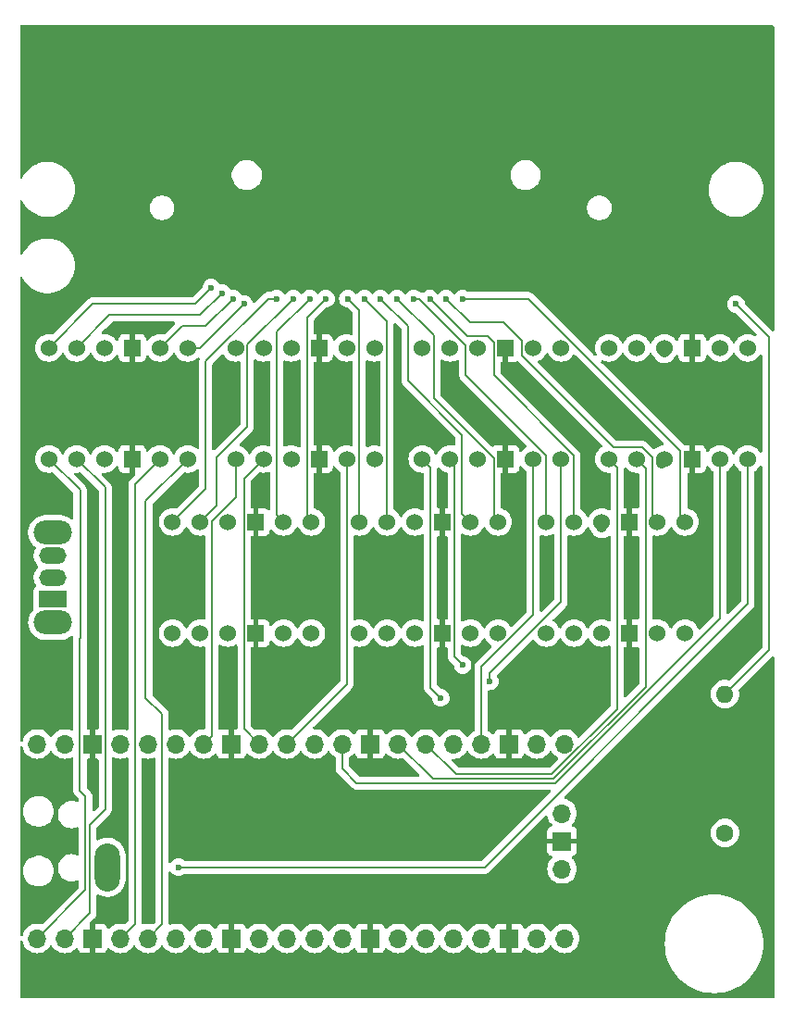
<source format=gbr>
%TF.GenerationSoftware,KiCad,Pcbnew,8.0.1*%
%TF.CreationDate,2024-03-28T23:27:52+01:00*%
%TF.ProjectId,shawazu-gb-dumper,73686177-617a-4752-9d67-622d64756d70,rev?*%
%TF.SameCoordinates,Original*%
%TF.FileFunction,Copper,L2,Bot*%
%TF.FilePolarity,Positive*%
%FSLAX46Y46*%
G04 Gerber Fmt 4.6, Leading zero omitted, Abs format (unit mm)*
G04 Created by KiCad (PCBNEW 8.0.1) date 2024-03-28 23:27:52*
%MOMM*%
%LPD*%
G01*
G04 APERTURE LIST*
%TA.AperFunction,ComponentPad*%
%ADD10R,1.524000X1.524000*%
%TD*%
%TA.AperFunction,ComponentPad*%
%ADD11C,1.524000*%
%TD*%
%TA.AperFunction,ComponentPad*%
%ADD12O,2.300000X4.400000*%
%TD*%
%TA.AperFunction,ComponentPad*%
%ADD13O,1.700000X1.700000*%
%TD*%
%TA.AperFunction,ComponentPad*%
%ADD14R,1.700000X1.700000*%
%TD*%
%TA.AperFunction,ComponentPad*%
%ADD15C,1.600000*%
%TD*%
%TA.AperFunction,ComponentPad*%
%ADD16O,1.600000X1.600000*%
%TD*%
%TA.AperFunction,ComponentPad*%
%ADD17O,3.500000X2.200000*%
%TD*%
%TA.AperFunction,ComponentPad*%
%ADD18R,2.500000X1.500000*%
%TD*%
%TA.AperFunction,ComponentPad*%
%ADD19O,2.500000X1.500000*%
%TD*%
%TA.AperFunction,ViaPad*%
%ADD20C,0.600000*%
%TD*%
%TA.AperFunction,Conductor*%
%ADD21C,0.200000*%
%TD*%
%TA.AperFunction,Conductor*%
%ADD22C,1.000000*%
%TD*%
G04 APERTURE END LIST*
D10*
%TO.P,U1,GND_1,GND*%
%TO.N,GND*%
X115770000Y-54500000D03*
%TO.P,U1,GND_2,GND__1*%
X115770000Y-64660000D03*
D11*
%TO.P,U1,HV,HV*%
%TO.N,PWR*%
X113230000Y-54500000D03*
%TO.P,U1,HV1,HV1*%
%TO.N,A0*%
X108150000Y-54500000D03*
%TO.P,U1,HV2,HV2*%
%TO.N,A1*%
X110690000Y-54500000D03*
%TO.P,U1,HV3,HV3*%
%TO.N,A2*%
X118310000Y-54500000D03*
%TO.P,U1,HV4,HV4*%
%TO.N,A3*%
X120850000Y-54500000D03*
%TO.P,U1,LV,LV*%
%TO.N,+3.3V*%
X113230000Y-64660000D03*
%TO.P,U1,LV1,LV1*%
%TO.N,pico_A0*%
X108150000Y-64660000D03*
%TO.P,U1,LV2,LV2*%
%TO.N,pico_A1*%
X110690000Y-64660000D03*
%TO.P,U1,LV3,LV3*%
%TO.N,pico_A2*%
X118310000Y-64660000D03*
%TO.P,U1,LV4,LV4*%
%TO.N,pico_A3*%
X120850000Y-64660000D03*
%TD*%
D10*
%TO.P,U4,GND_1,GND*%
%TO.N,GND*%
X167000000Y-54500000D03*
%TO.P,U4,GND_2,GND__1*%
X167000000Y-64660000D03*
D11*
%TO.P,U4,HV,HV*%
%TO.N,PWR*%
X164460000Y-54500000D03*
%TO.P,U4,HV1,HV1*%
%TO.N,D4*%
X159380000Y-54500000D03*
%TO.P,U4,HV2,HV2*%
%TO.N,D5*%
X161920000Y-54500000D03*
%TO.P,U4,HV3,HV3*%
%TO.N,D6*%
X169540000Y-54500000D03*
%TO.P,U4,HV4,HV4*%
%TO.N,D7*%
X172080000Y-54500000D03*
%TO.P,U4,LV,LV*%
%TO.N,+3.3V*%
X164460000Y-64660000D03*
%TO.P,U4,LV1,LV1*%
%TO.N,pico_D4*%
X159380000Y-64660000D03*
%TO.P,U4,LV2,LV2*%
%TO.N,pico_D5*%
X161920000Y-64660000D03*
%TO.P,U4,LV3,LV3*%
%TO.N,pico_D6*%
X169540000Y-64660000D03*
%TO.P,U4,LV4,LV4*%
%TO.N,pico_D7*%
X172080000Y-64660000D03*
%TD*%
D12*
%TO.P,PICO_TP4,1,1*%
%TO.N,pico_D7*%
X113500000Y-102000000D03*
%TD*%
D10*
%TO.P,U3,GND_1,GND*%
%TO.N,GND*%
X149923332Y-54500000D03*
%TO.P,U3,GND_2,GND__1*%
X149923332Y-64660000D03*
D11*
%TO.P,U3,HV,HV*%
%TO.N,PWR*%
X147383332Y-54500000D03*
%TO.P,U3,HV1,HV1*%
%TO.N,D0*%
X142303332Y-54500000D03*
%TO.P,U3,HV2,HV2*%
%TO.N,D1*%
X144843332Y-54500000D03*
%TO.P,U3,HV3,HV3*%
%TO.N,D2*%
X152463332Y-54500000D03*
%TO.P,U3,HV4,HV4*%
%TO.N,D3*%
X155003332Y-54500000D03*
%TO.P,U3,LV,LV*%
%TO.N,+3.3V*%
X147383332Y-64660000D03*
%TO.P,U3,LV1,LV1*%
%TO.N,pico_D0*%
X142303332Y-64660000D03*
%TO.P,U3,LV2,LV2*%
%TO.N,pico_D1*%
X144843332Y-64660000D03*
%TO.P,U3,LV3,LV3*%
%TO.N,pico_D2*%
X152463332Y-64660000D03*
%TO.P,U3,LV4,LV4*%
%TO.N,pico_D3*%
X155003332Y-64660000D03*
%TD*%
D10*
%TO.P,U2,GND_1,GND*%
%TO.N,GND*%
X132846666Y-54500000D03*
%TO.P,U2,GND_2,GND__1*%
X132846666Y-64660000D03*
D11*
%TO.P,U2,HV,HV*%
%TO.N,PWR*%
X130306666Y-54500000D03*
%TO.P,U2,HV1,HV1*%
%TO.N,CLK*%
X125226666Y-54500000D03*
%TO.P,U2,HV2,HV2*%
%TO.N,~{WR}*%
X127766666Y-54500000D03*
%TO.P,U2,HV3,HV3*%
%TO.N,~{RD}*%
X135386666Y-54500000D03*
%TO.P,U2,HV4,HV4*%
%TO.N,~{CS}*%
X137926666Y-54500000D03*
%TO.P,U2,LV,LV*%
%TO.N,+3.3V*%
X130306666Y-64660000D03*
%TO.P,U2,LV1,LV1*%
%TO.N,pico_CLK*%
X125226666Y-64660000D03*
%TO.P,U2,LV2,LV2*%
%TO.N,pico_~{WR}*%
X127766666Y-64660000D03*
%TO.P,U2,LV3,LV3*%
%TO.N,pico_~{RD}*%
X135386666Y-64660000D03*
%TO.P,U2,LV4,LV4*%
%TO.N,pico_~{CS}*%
X137926666Y-64660000D03*
%TD*%
D10*
%TO.P,U6,GND_1,GND*%
%TO.N,GND*%
X144175000Y-70420000D03*
%TO.P,U6,GND_2,GND__1*%
X144175000Y-80580000D03*
D11*
%TO.P,U6,HV,HV*%
%TO.N,PWR*%
X141635000Y-70420000D03*
%TO.P,U6,HV1,HV1*%
%TO.N,A8*%
X136555000Y-70420000D03*
%TO.P,U6,HV2,HV2*%
%TO.N,A9*%
X139095000Y-70420000D03*
%TO.P,U6,HV3,HV3*%
%TO.N,A10*%
X146715000Y-70420000D03*
%TO.P,U6,HV4,HV4*%
%TO.N,A11*%
X149255000Y-70420000D03*
%TO.P,U6,LV,LV*%
%TO.N,+3.3V*%
X141635000Y-80580000D03*
%TO.P,U6,LV1,LV1*%
%TO.N,pico_A8*%
X136555000Y-80580000D03*
%TO.P,U6,LV2,LV2*%
%TO.N,pico_A9*%
X139095000Y-80580000D03*
%TO.P,U6,LV3,LV3*%
%TO.N,pico_A10*%
X146715000Y-80580000D03*
%TO.P,U6,LV4,LV4*%
%TO.N,pico_A11*%
X149255000Y-80580000D03*
%TD*%
D13*
%TO.P,U8,1,GPIO0*%
%TO.N,pico_A0*%
X107060000Y-108500000D03*
%TO.P,U8,2,GPIO1*%
%TO.N,pico_A1*%
X109600000Y-108500000D03*
D14*
%TO.P,U8,3,GND*%
%TO.N,GND*%
X112140000Y-108500000D03*
D13*
%TO.P,U8,4,GPIO2*%
%TO.N,pico_A2*%
X114680000Y-108500000D03*
%TO.P,U8,5,GPIO3*%
%TO.N,pico_A3*%
X117220000Y-108500000D03*
%TO.P,U8,6,GPIO4*%
%TO.N,pico_A4*%
X119760000Y-108500000D03*
%TO.P,U8,7,GPIO5*%
%TO.N,pico_A5*%
X122300000Y-108500000D03*
D14*
%TO.P,U8,8,GND*%
%TO.N,GND*%
X124840000Y-108500000D03*
D13*
%TO.P,U8,9,GPIO6*%
%TO.N,pico_A6*%
X127380000Y-108500000D03*
%TO.P,U8,10,GPIO7*%
%TO.N,pico_A7*%
X129920000Y-108500000D03*
%TO.P,U8,11,GPIO8*%
%TO.N,pico_A8*%
X132460000Y-108500000D03*
%TO.P,U8,12,GPIO9*%
%TO.N,pico_A9*%
X135000000Y-108500000D03*
D14*
%TO.P,U8,13,GND*%
%TO.N,GND*%
X137540000Y-108500000D03*
D13*
%TO.P,U8,14,GPIO10*%
%TO.N,pico_A10*%
X140080000Y-108500000D03*
%TO.P,U8,15,GPIO11*%
%TO.N,pico_A11*%
X142620000Y-108500000D03*
%TO.P,U8,16,GPIO12*%
%TO.N,pico_A12*%
X145160000Y-108500000D03*
%TO.P,U8,17,GPIO13*%
%TO.N,pico_A13*%
X147700000Y-108500000D03*
D14*
%TO.P,U8,18,GND*%
%TO.N,GND*%
X150240000Y-108500000D03*
D13*
%TO.P,U8,19,GPIO14*%
%TO.N,pico_A14*%
X152780000Y-108500000D03*
%TO.P,U8,20,GPIO15*%
%TO.N,pico_A15*%
X155320000Y-108500000D03*
%TO.P,U8,21,GPIO16*%
%TO.N,pico_D0*%
X155320000Y-90720000D03*
%TO.P,U8,22,GPIO17*%
%TO.N,pico_D1*%
X152780000Y-90720000D03*
D14*
%TO.P,U8,23,GND*%
%TO.N,GND*%
X150240000Y-90720000D03*
D13*
%TO.P,U8,24,GPIO18*%
%TO.N,pico_D2*%
X147700000Y-90720000D03*
%TO.P,U8,25,GPIO19*%
%TO.N,pico_D3*%
X145160000Y-90720000D03*
%TO.P,U8,26,GPIO20*%
%TO.N,pico_D4*%
X142620000Y-90720000D03*
%TO.P,U8,27,GPIO21*%
%TO.N,pico_D5*%
X140080000Y-90720000D03*
D14*
%TO.P,U8,28,GND*%
%TO.N,GND*%
X137540000Y-90720000D03*
D13*
%TO.P,U8,29,GPIO22*%
%TO.N,pico_D6*%
X135000000Y-90720000D03*
%TO.P,U8,30,RUN*%
%TO.N,unconnected-(U8-RUN-Pad30)_0*%
X132460000Y-90720000D03*
%TO.P,U8,31,GPIO26_ADC0*%
%TO.N,pico_~{RD}*%
X129920000Y-90720000D03*
%TO.P,U8,32,GPIO27_ADC1*%
%TO.N,pico_~{WR}*%
X127380000Y-90720000D03*
D14*
%TO.P,U8,33,AGND*%
%TO.N,GND*%
X124840000Y-90720000D03*
D13*
%TO.P,U8,34,GPIO28_ADC2*%
%TO.N,pico_CLK*%
X122300000Y-90720000D03*
%TO.P,U8,35,ADC_VREF*%
%TO.N,unconnected-(U8-ADC_VREF-Pad35)_0*%
X119760000Y-90720000D03*
%TO.P,U8,36,3V3*%
%TO.N,+3.3V*%
X117220000Y-90720000D03*
%TO.P,U8,37,3V3_EN*%
%TO.N,unconnected-(U8-3V3_EN-Pad37)*%
X114680000Y-90720000D03*
D14*
%TO.P,U8,38,GND*%
%TO.N,GND*%
X112140000Y-90720000D03*
D13*
%TO.P,U8,39,VSYS*%
%TO.N,unconnected-(U8-VSYS-Pad39)_0*%
X109600000Y-90720000D03*
%TO.P,U8,40,VBUS*%
%TO.N,+5V*%
X107060000Y-90720000D03*
%TO.P,U8,41,SWCLK*%
%TO.N,unconnected-(U8-SWCLK-Pad41)*%
X155090000Y-102150000D03*
D14*
%TO.P,U8,42,GND*%
%TO.N,GND*%
X155090000Y-99610000D03*
D13*
%TO.P,U8,43,SWDIO*%
%TO.N,unconnected-(U8-SWDIO-Pad43)*%
X155090000Y-97070000D03*
%TD*%
D15*
%TO.P,10K\u03A9,1*%
%TO.N,PWR*%
X170000000Y-98850000D03*
D16*
%TO.P,10K\u03A9,2*%
%TO.N,~{RST}*%
X170000000Y-86150000D03*
%TD*%
D17*
%TO.P,SW1,*%
%TO.N,*%
X108500000Y-79600000D03*
X108500000Y-71400000D03*
D18*
%TO.P,SW1,1,A*%
%TO.N,+5V*%
X108500000Y-77500000D03*
D19*
%TO.P,SW1,2,B*%
%TO.N,PWR*%
X108500000Y-75500000D03*
%TO.P,SW1,3,C*%
%TO.N,+3.3V*%
X108500000Y-73500000D03*
%TD*%
D10*
%TO.P,U7,GND_1,GND*%
%TO.N,GND*%
X161270000Y-70420000D03*
%TO.P,U7,GND_2,GND__1*%
X161270000Y-80580000D03*
D11*
%TO.P,U7,HV,HV*%
%TO.N,PWR*%
X158730000Y-70420000D03*
%TO.P,U7,HV1,HV1*%
%TO.N,A12*%
X153650000Y-70420000D03*
%TO.P,U7,HV2,HV2*%
%TO.N,A13*%
X156190000Y-70420000D03*
%TO.P,U7,HV3,HV3*%
%TO.N,A14*%
X163810000Y-70420000D03*
%TO.P,U7,HV4,HV4*%
%TO.N,A15*%
X166350000Y-70420000D03*
%TO.P,U7,LV,LV*%
%TO.N,+3.3V*%
X158730000Y-80580000D03*
%TO.P,U7,LV1,LV1*%
%TO.N,pico_A12*%
X153650000Y-80580000D03*
%TO.P,U7,LV2,LV2*%
%TO.N,pico_A13*%
X156190000Y-80580000D03*
%TO.P,U7,LV3,LV3*%
%TO.N,pico_A14*%
X163810000Y-80580000D03*
%TO.P,U7,LV4,LV4*%
%TO.N,pico_A15*%
X166350000Y-80580000D03*
%TD*%
D10*
%TO.P,U5,GND_1,GND*%
%TO.N,GND*%
X127080000Y-70420000D03*
%TO.P,U5,GND_2,GND__1*%
X127080000Y-80580000D03*
D11*
%TO.P,U5,HV,HV*%
%TO.N,PWR*%
X124540000Y-70420000D03*
%TO.P,U5,HV1,HV1*%
%TO.N,A4*%
X119460000Y-70420000D03*
%TO.P,U5,HV2,HV2*%
%TO.N,A5*%
X122000000Y-70420000D03*
%TO.P,U5,HV3,HV3*%
%TO.N,A6*%
X129620000Y-70420000D03*
%TO.P,U5,HV4,HV4*%
%TO.N,A7*%
X132160000Y-70420000D03*
%TO.P,U5,LV,LV*%
%TO.N,+3.3V*%
X124540000Y-80580000D03*
%TO.P,U5,LV1,LV1*%
%TO.N,pico_A4*%
X119460000Y-80580000D03*
%TO.P,U5,LV2,LV2*%
%TO.N,pico_A5*%
X122000000Y-80580000D03*
%TO.P,U5,LV3,LV3*%
%TO.N,pico_A6*%
X129620000Y-80580000D03*
%TO.P,U5,LV4,LV4*%
%TO.N,pico_A7*%
X132160000Y-80580000D03*
%TD*%
D20*
%TO.N,GND*%
X117500000Y-105000000D03*
X109000000Y-93500000D03*
X170500000Y-74000000D03*
X154000000Y-75500000D03*
X137500000Y-59500000D03*
X130500000Y-60000000D03*
X125000000Y-59500000D03*
X140500000Y-67500000D03*
X120000000Y-75000000D03*
X128000000Y-59500000D03*
X159000000Y-60000000D03*
X158000000Y-75500000D03*
X139500000Y-75500000D03*
X165000000Y-88000000D03*
X122500000Y-105000000D03*
X130000000Y-93500000D03*
X133500000Y-96500000D03*
%TO.N,A9*%
X137000000Y-50000000D03*
%TO.N,A13*%
X143000000Y-50000000D03*
%TO.N,A3*%
X126000000Y-50500000D03*
%TO.N,A2*%
X125000000Y-50000000D03*
%TO.N,A0*%
X123000000Y-49000000D03*
%TO.N,A1*%
X124000000Y-49500000D03*
%TO.N,A15*%
X146000000Y-50000000D03*
%TO.N,A14*%
X144500000Y-50000000D03*
%TO.N,A6*%
X132000000Y-50000000D03*
%TO.N,A12*%
X141500000Y-50000000D03*
%TO.N,A8*%
X135500000Y-50000000D03*
%TO.N,A4*%
X129000000Y-50000000D03*
%TO.N,A5*%
X130500000Y-50000000D03*
%TO.N,A11*%
X140000000Y-50000000D03*
%TO.N,~{RST}*%
X171000000Y-50500000D03*
%TO.N,A10*%
X138500000Y-50000000D03*
%TO.N,A7*%
X133500000Y-50000000D03*
%TO.N,GND*%
X143000000Y-97500000D03*
X109000000Y-60500000D03*
X148500000Y-75500000D03*
X161000000Y-95000000D03*
X147000000Y-60000000D03*
X151500000Y-103500000D03*
X165500000Y-76000000D03*
X152000000Y-84500000D03*
X158500000Y-108000000D03*
X116500000Y-28000000D03*
X108500000Y-28000000D03*
X113500000Y-40500000D03*
X120500000Y-59500000D03*
X130000000Y-75500000D03*
X119000000Y-36500000D03*
X172000000Y-57500000D03*
X126000000Y-97000000D03*
X129500000Y-78500000D03*
X134500000Y-27500000D03*
X142500000Y-39500000D03*
X133500000Y-84000000D03*
X114500000Y-97000000D03*
X156500000Y-36000000D03*
X153500000Y-59500000D03*
X145000000Y-28000000D03*
X115000000Y-68500000D03*
X164500000Y-41000000D03*
X171500000Y-27500000D03*
X160000000Y-27000000D03*
X134500000Y-39500000D03*
X141000000Y-84000000D03*
X166000000Y-59500000D03*
%TO.N,pico_D7*%
X120000000Y-102000000D03*
%TO.N,pico_D0*%
X144000000Y-86500000D03*
%TO.N,pico_D3*%
X148500000Y-85000000D03*
%TO.N,pico_D1*%
X146000000Y-83500000D03*
%TD*%
D21*
%TO.N,A9*%
X137000000Y-50000000D02*
X139095000Y-52095000D01*
X139095000Y-52095000D02*
X139095000Y-70420000D01*
%TO.N,A13*%
X156190000Y-64344773D02*
X156190000Y-70420000D01*
X146388000Y-53388000D02*
X148249332Y-53388000D01*
X143000000Y-50000000D02*
X146388000Y-53388000D01*
X148861332Y-54000000D02*
X148861332Y-57016105D01*
X148249332Y-53388000D02*
X148861332Y-54000000D01*
X148861332Y-57016105D02*
X156190000Y-64344773D01*
%TO.N,A3*%
X122000000Y-54500000D02*
X120850000Y-54500000D01*
X126000000Y-50500000D02*
X122000000Y-54500000D01*
%TO.N,A2*%
X120310000Y-52500000D02*
X118310000Y-54500000D01*
X122500000Y-52500000D02*
X120310000Y-52500000D01*
X125000000Y-50000000D02*
X122500000Y-52500000D01*
%TO.N,A0*%
X123000000Y-49000000D02*
X121500000Y-50500000D01*
X112150000Y-50500000D02*
X108150000Y-54500000D01*
X121500000Y-50500000D02*
X112150000Y-50500000D01*
%TO.N,A1*%
X113690000Y-51500000D02*
X110690000Y-54500000D01*
X122000000Y-51500000D02*
X113690000Y-51500000D01*
X124000000Y-49500000D02*
X122000000Y-51500000D01*
%TO.N,A15*%
X152005227Y-50000000D02*
X165938000Y-63932773D01*
X165938000Y-63932773D02*
X165938000Y-70008000D01*
X165938000Y-70008000D02*
X166350000Y-70420000D01*
X146000000Y-50000000D02*
X152005227Y-50000000D01*
%TO.N,A14*%
X151401332Y-55179437D02*
X159819895Y-63598000D01*
X144500000Y-50000000D02*
X146651471Y-52151471D01*
X159819895Y-63598000D02*
X162446000Y-63598000D01*
X146651471Y-52151471D02*
X149698803Y-52151471D01*
X162446000Y-63598000D02*
X163348000Y-64500000D01*
X163348000Y-64500000D02*
X163348000Y-69958000D01*
X149698803Y-52151471D02*
X151401332Y-53854000D01*
X151401332Y-53854000D02*
X151401332Y-55179437D01*
X163348000Y-69958000D02*
X163810000Y-70420000D01*
%TO.N,A6*%
X129620000Y-70420000D02*
X129000000Y-69800000D01*
X129000000Y-69800000D02*
X129000000Y-53000000D01*
X129000000Y-53000000D02*
X132000000Y-50000000D01*
%TO.N,A12*%
X141500000Y-50000000D02*
X142000000Y-50000000D01*
X146271332Y-54271332D02*
X146271332Y-56966105D01*
X153650000Y-64344773D02*
X153650000Y-70420000D01*
X142000000Y-50000000D02*
X146271332Y-54271332D01*
X146271332Y-56966105D02*
X153650000Y-64344773D01*
%TO.N,A8*%
X135500000Y-50000000D02*
X136555000Y-51055000D01*
X136555000Y-51055000D02*
X136555000Y-70420000D01*
%TO.N,A4*%
X122500000Y-67380000D02*
X122500000Y-55724771D01*
X128224771Y-50000000D02*
X129000000Y-50000000D01*
X122500000Y-55724771D02*
X128224771Y-50000000D01*
X119460000Y-70420000D02*
X122500000Y-67380000D01*
%TO.N,A5*%
X122000000Y-70420000D02*
X123500000Y-68920000D01*
X126288666Y-54211334D02*
X130500000Y-50000000D01*
X123500000Y-68920000D02*
X123500000Y-64500000D01*
X123500000Y-64500000D02*
X126288666Y-61711334D01*
X126288666Y-61711334D02*
X126288666Y-54211334D01*
%TO.N,A11*%
X143365332Y-53365332D02*
X143365332Y-59069394D01*
X148861332Y-64565394D02*
X148861332Y-70026332D01*
X140000000Y-50000000D02*
X143365332Y-53365332D01*
X143365332Y-59069394D02*
X148861332Y-64565394D01*
X148861332Y-70026332D02*
X149255000Y-70420000D01*
D22*
%TO.N,PWR*%
X164460000Y-54500000D02*
X164460000Y-54901709D01*
X158730000Y-70904000D02*
X158730000Y-70420000D01*
D21*
%TO.N,~{RST}*%
X171000000Y-50500000D02*
X174000000Y-53500000D01*
X174000000Y-82150000D02*
X170000000Y-86150000D01*
X174000000Y-53500000D02*
X174000000Y-82150000D01*
%TO.N,A10*%
X141000000Y-52500000D02*
X141000000Y-57500000D01*
X145953001Y-62453001D02*
X145953001Y-69658001D01*
X141000000Y-57500000D02*
X145953001Y-62453001D01*
X146580000Y-70420000D02*
X146500000Y-70500000D01*
X146715000Y-70420000D02*
X146580000Y-70420000D01*
X138500000Y-50000000D02*
X141000000Y-52500000D01*
X145953001Y-69658001D02*
X146715000Y-70420000D01*
%TO.N,A7*%
X131784666Y-51715334D02*
X131784666Y-70044666D01*
X131784666Y-70044666D02*
X132160000Y-70420000D01*
X133500000Y-50000000D02*
X131784666Y-51715334D01*
D22*
%TO.N,+3.3V*%
X164460000Y-64660000D02*
X164198001Y-64660000D01*
X164198001Y-64660000D02*
X164198000Y-65000000D01*
D21*
%TO.N,pico_D7*%
X148000000Y-102000000D02*
X172080000Y-77920000D01*
X145000000Y-102000000D02*
X146431894Y-102000000D01*
X145000000Y-102000000D02*
X148000000Y-102000000D01*
X172080000Y-64660000D02*
X172080000Y-77000000D01*
X172080000Y-77920000D02*
X172080000Y-77000000D01*
X120000000Y-102000000D02*
X145000000Y-102000000D01*
%TO.N,pico_A3*%
X118500000Y-88000000D02*
X118500000Y-107220000D01*
X117220000Y-108280000D02*
X117500000Y-108000000D01*
X117000000Y-68510000D02*
X117000000Y-86500000D01*
X117220000Y-108500000D02*
X117220000Y-108280000D01*
X120850000Y-64660000D02*
X117000000Y-68510000D01*
X117000000Y-86500000D02*
X118500000Y-88000000D01*
X118500000Y-107220000D02*
X117220000Y-108500000D01*
%TO.N,pico_A0*%
X110990000Y-81010000D02*
X111000000Y-81000000D01*
X111500000Y-104060000D02*
X111500000Y-95500000D01*
X111000000Y-67510000D02*
X108150000Y-64660000D01*
X110990000Y-94990000D02*
X110990000Y-81010000D01*
X111000000Y-81000000D02*
X111000000Y-67510000D01*
X107060000Y-108500000D02*
X111500000Y-104060000D01*
X111500000Y-95500000D02*
X110990000Y-94990000D01*
%TO.N,pico_A2*%
X116000000Y-66970000D02*
X118310000Y-64660000D01*
X114680000Y-108500000D02*
X116000000Y-107180000D01*
X116000000Y-107180000D02*
X116000000Y-66970000D01*
%TO.N,pico_A1*%
X113290000Y-84000000D02*
X113290000Y-83790000D01*
X113290000Y-84000000D02*
X113290000Y-96710000D01*
X110690000Y-64660000D02*
X113290000Y-67260000D01*
X111900000Y-106200000D02*
X109600000Y-108500000D01*
X113290000Y-67260000D02*
X113290000Y-84000000D01*
X111900000Y-98100000D02*
X111900000Y-106200000D01*
X113290000Y-96710000D02*
X111900000Y-98100000D01*
%TO.N,pico_~{WR}*%
X126000000Y-66426666D02*
X126000000Y-89340000D01*
X126000000Y-89340000D02*
X127380000Y-90720000D01*
X127766666Y-64660000D02*
X126000000Y-66426666D01*
%TO.N,pico_CLK*%
X123062000Y-70325394D02*
X123062000Y-89958000D01*
X125226666Y-64660000D02*
X125226666Y-68160728D01*
X125226666Y-68160728D02*
X123062000Y-70325394D01*
X123062000Y-89958000D02*
X122300000Y-90720000D01*
%TO.N,pico_~{RD}*%
X135386666Y-85253334D02*
X129920000Y-90720000D01*
X135386666Y-64660000D02*
X135386666Y-85253334D01*
%TO.N,pico_D0*%
X143065331Y-85565331D02*
X144000000Y-86500000D01*
X143065331Y-65421999D02*
X143065331Y-85565331D01*
X142303332Y-64660000D02*
X143065331Y-65421999D01*
%TO.N,pico_D3*%
X148500000Y-84228106D02*
X148500000Y-85000000D01*
X155003332Y-64660000D02*
X155003332Y-77724773D01*
X155003332Y-77724773D02*
X148500000Y-84228106D01*
%TO.N,pico_D2*%
X147700000Y-83636895D02*
X147700000Y-90720000D01*
X152463332Y-78873563D02*
X147700000Y-83636895D01*
X152463332Y-64660000D02*
X152463332Y-78873563D01*
%TO.N,pico_D1*%
X145237000Y-65053668D02*
X145237000Y-82500000D01*
X145237000Y-82737000D02*
X146000000Y-83500000D01*
X145237000Y-82500000D02*
X145237000Y-82737000D01*
X144843332Y-64660000D02*
X145237000Y-65053668D01*
%TO.N,pico_D5*%
X162748000Y-85484032D02*
X154332031Y-93900000D01*
X143260000Y-93900000D02*
X140080000Y-90720000D01*
X154332031Y-93900000D02*
X143260000Y-93900000D01*
X162748000Y-65488000D02*
X162748000Y-85484032D01*
X161920000Y-64660000D02*
X162748000Y-65488000D01*
%TO.N,pico_D6*%
X169540000Y-64660000D02*
X169540000Y-79257718D01*
X169540000Y-79257718D02*
X154497716Y-94300000D01*
X135000000Y-93000000D02*
X135000000Y-90720000D01*
X154497716Y-94300000D02*
X136300000Y-94300000D01*
X136300000Y-94300000D02*
X135000000Y-93000000D01*
%TO.N,pico_D4*%
X160141999Y-65421999D02*
X160141999Y-87524347D01*
X145400000Y-93500000D02*
X142620000Y-90720000D01*
X154166346Y-93500000D02*
X145400000Y-93500000D01*
X160141999Y-87524347D02*
X154166346Y-93500000D01*
X159380000Y-64660000D02*
X160141999Y-65421999D01*
%TD*%
%TA.AperFunction,Conductor*%
%TO.N,GND*%
G36*
X173360355Y-65279520D02*
G01*
X173395769Y-65339750D01*
X173399500Y-65369939D01*
X173399500Y-81849902D01*
X173379815Y-81916941D01*
X173363181Y-81937583D01*
X170442705Y-84858058D01*
X170381382Y-84891543D01*
X170322931Y-84890152D01*
X170226697Y-84864366D01*
X170226693Y-84864365D01*
X170226692Y-84864365D01*
X170226691Y-84864364D01*
X170226686Y-84864364D01*
X170000002Y-84844532D01*
X169999998Y-84844532D01*
X169773313Y-84864364D01*
X169773302Y-84864366D01*
X169553511Y-84923258D01*
X169553502Y-84923261D01*
X169347267Y-85019431D01*
X169347265Y-85019432D01*
X169160858Y-85149954D01*
X168999954Y-85310858D01*
X168869432Y-85497265D01*
X168869431Y-85497267D01*
X168773261Y-85703502D01*
X168773258Y-85703511D01*
X168714366Y-85923302D01*
X168714364Y-85923313D01*
X168694532Y-86149998D01*
X168694532Y-86150001D01*
X168714364Y-86376686D01*
X168714366Y-86376697D01*
X168773258Y-86596488D01*
X168773261Y-86596497D01*
X168869431Y-86802732D01*
X168869432Y-86802734D01*
X168999954Y-86989141D01*
X169160858Y-87150045D01*
X169160861Y-87150047D01*
X169347266Y-87280568D01*
X169553504Y-87376739D01*
X169773308Y-87435635D01*
X169935230Y-87449801D01*
X169999998Y-87455468D01*
X170000000Y-87455468D01*
X170000002Y-87455468D01*
X170056673Y-87450509D01*
X170226692Y-87435635D01*
X170446496Y-87376739D01*
X170652734Y-87280568D01*
X170839139Y-87150047D01*
X171000047Y-86989139D01*
X171130568Y-86802734D01*
X171226739Y-86596496D01*
X171285635Y-86376692D01*
X171305468Y-86150000D01*
X171285635Y-85923308D01*
X171259847Y-85827066D01*
X171261510Y-85757217D01*
X171291939Y-85707294D01*
X174287819Y-82711415D01*
X174349142Y-82677930D01*
X174418834Y-82682914D01*
X174474767Y-82724786D01*
X174499184Y-82790250D01*
X174499500Y-82799096D01*
X174499500Y-113875500D01*
X174479815Y-113942539D01*
X174427011Y-113988294D01*
X174375500Y-113999500D01*
X105624500Y-113999500D01*
X105557461Y-113979815D01*
X105511706Y-113927011D01*
X105500500Y-113875500D01*
X105500500Y-108839672D01*
X105520185Y-108772633D01*
X105572989Y-108726878D01*
X105642147Y-108716934D01*
X105705703Y-108745959D01*
X105743477Y-108804737D01*
X105744275Y-108807579D01*
X105786094Y-108963655D01*
X105786096Y-108963659D01*
X105786097Y-108963663D01*
X105866004Y-109135023D01*
X105885965Y-109177830D01*
X105885967Y-109177834D01*
X105994281Y-109332521D01*
X106021505Y-109371401D01*
X106188599Y-109538495D01*
X106265135Y-109592086D01*
X106382165Y-109674032D01*
X106382167Y-109674033D01*
X106382170Y-109674035D01*
X106596337Y-109773903D01*
X106824592Y-109835063D01*
X106995319Y-109850000D01*
X107059999Y-109855659D01*
X107060000Y-109855659D01*
X107060001Y-109855659D01*
X107124681Y-109850000D01*
X107295408Y-109835063D01*
X107523663Y-109773903D01*
X107737830Y-109674035D01*
X107931401Y-109538495D01*
X108098495Y-109371401D01*
X108228425Y-109185842D01*
X108283002Y-109142217D01*
X108352500Y-109135023D01*
X108414855Y-109166546D01*
X108431575Y-109185842D01*
X108561500Y-109371395D01*
X108561505Y-109371401D01*
X108728599Y-109538495D01*
X108805135Y-109592086D01*
X108922165Y-109674032D01*
X108922167Y-109674033D01*
X108922170Y-109674035D01*
X109136337Y-109773903D01*
X109364592Y-109835063D01*
X109535319Y-109850000D01*
X109599999Y-109855659D01*
X109600000Y-109855659D01*
X109600001Y-109855659D01*
X109664681Y-109850000D01*
X109835408Y-109835063D01*
X110063663Y-109773903D01*
X110277830Y-109674035D01*
X110471401Y-109538495D01*
X110593717Y-109416178D01*
X110655036Y-109382696D01*
X110724728Y-109387680D01*
X110780662Y-109429551D01*
X110797577Y-109460528D01*
X110846646Y-109592088D01*
X110846649Y-109592093D01*
X110932809Y-109707187D01*
X110932812Y-109707190D01*
X111047906Y-109793350D01*
X111047913Y-109793354D01*
X111182620Y-109843596D01*
X111182627Y-109843598D01*
X111242155Y-109849999D01*
X111242172Y-109850000D01*
X111890000Y-109850000D01*
X111890000Y-108944560D01*
X111943147Y-108975245D01*
X112072857Y-109010000D01*
X112207143Y-109010000D01*
X112336853Y-108975245D01*
X112390000Y-108944560D01*
X112390000Y-109850000D01*
X113037828Y-109850000D01*
X113037844Y-109849999D01*
X113097372Y-109843598D01*
X113097379Y-109843596D01*
X113232086Y-109793354D01*
X113232093Y-109793350D01*
X113347187Y-109707190D01*
X113347190Y-109707187D01*
X113433350Y-109592093D01*
X113433354Y-109592086D01*
X113482422Y-109460529D01*
X113524293Y-109404595D01*
X113589757Y-109380178D01*
X113658030Y-109395030D01*
X113686285Y-109416181D01*
X113808599Y-109538495D01*
X113885135Y-109592086D01*
X114002165Y-109674032D01*
X114002167Y-109674033D01*
X114002170Y-109674035D01*
X114216337Y-109773903D01*
X114444592Y-109835063D01*
X114615319Y-109850000D01*
X114679999Y-109855659D01*
X114680000Y-109855659D01*
X114680001Y-109855659D01*
X114744681Y-109850000D01*
X114915408Y-109835063D01*
X115143663Y-109773903D01*
X115357830Y-109674035D01*
X115551401Y-109538495D01*
X115718495Y-109371401D01*
X115848425Y-109185842D01*
X115903002Y-109142217D01*
X115972500Y-109135023D01*
X116034855Y-109166546D01*
X116051575Y-109185842D01*
X116181500Y-109371395D01*
X116181505Y-109371401D01*
X116348599Y-109538495D01*
X116425135Y-109592086D01*
X116542165Y-109674032D01*
X116542167Y-109674033D01*
X116542170Y-109674035D01*
X116756337Y-109773903D01*
X116984592Y-109835063D01*
X117155319Y-109850000D01*
X117219999Y-109855659D01*
X117220000Y-109855659D01*
X117220001Y-109855659D01*
X117284681Y-109850000D01*
X117455408Y-109835063D01*
X117683663Y-109773903D01*
X117897830Y-109674035D01*
X118091401Y-109538495D01*
X118258495Y-109371401D01*
X118388425Y-109185842D01*
X118443002Y-109142217D01*
X118512500Y-109135023D01*
X118574855Y-109166546D01*
X118591575Y-109185842D01*
X118721500Y-109371395D01*
X118721505Y-109371401D01*
X118888599Y-109538495D01*
X118965135Y-109592086D01*
X119082165Y-109674032D01*
X119082167Y-109674033D01*
X119082170Y-109674035D01*
X119296337Y-109773903D01*
X119524592Y-109835063D01*
X119695319Y-109850000D01*
X119759999Y-109855659D01*
X119760000Y-109855659D01*
X119760001Y-109855659D01*
X119824681Y-109850000D01*
X119995408Y-109835063D01*
X120223663Y-109773903D01*
X120437830Y-109674035D01*
X120631401Y-109538495D01*
X120798495Y-109371401D01*
X120928425Y-109185842D01*
X120983002Y-109142217D01*
X121052500Y-109135023D01*
X121114855Y-109166546D01*
X121131575Y-109185842D01*
X121261500Y-109371395D01*
X121261505Y-109371401D01*
X121428599Y-109538495D01*
X121505135Y-109592086D01*
X121622165Y-109674032D01*
X121622167Y-109674033D01*
X121622170Y-109674035D01*
X121836337Y-109773903D01*
X122064592Y-109835063D01*
X122235319Y-109850000D01*
X122299999Y-109855659D01*
X122300000Y-109855659D01*
X122300001Y-109855659D01*
X122364681Y-109850000D01*
X122535408Y-109835063D01*
X122763663Y-109773903D01*
X122977830Y-109674035D01*
X123171401Y-109538495D01*
X123293717Y-109416178D01*
X123355036Y-109382696D01*
X123424728Y-109387680D01*
X123480662Y-109429551D01*
X123497577Y-109460528D01*
X123546646Y-109592088D01*
X123546649Y-109592093D01*
X123632809Y-109707187D01*
X123632812Y-109707190D01*
X123747906Y-109793350D01*
X123747913Y-109793354D01*
X123882620Y-109843596D01*
X123882627Y-109843598D01*
X123942155Y-109849999D01*
X123942172Y-109850000D01*
X124590000Y-109850000D01*
X124590000Y-108944560D01*
X124643147Y-108975245D01*
X124772857Y-109010000D01*
X124907143Y-109010000D01*
X125036853Y-108975245D01*
X125090000Y-108944560D01*
X125090000Y-109850000D01*
X125737828Y-109850000D01*
X125737844Y-109849999D01*
X125797372Y-109843598D01*
X125797379Y-109843596D01*
X125932086Y-109793354D01*
X125932093Y-109793350D01*
X126047187Y-109707190D01*
X126047190Y-109707187D01*
X126133350Y-109592093D01*
X126133354Y-109592086D01*
X126182422Y-109460529D01*
X126224293Y-109404595D01*
X126289757Y-109380178D01*
X126358030Y-109395030D01*
X126386285Y-109416181D01*
X126508599Y-109538495D01*
X126585135Y-109592086D01*
X126702165Y-109674032D01*
X126702167Y-109674033D01*
X126702170Y-109674035D01*
X126916337Y-109773903D01*
X127144592Y-109835063D01*
X127315319Y-109850000D01*
X127379999Y-109855659D01*
X127380000Y-109855659D01*
X127380001Y-109855659D01*
X127444681Y-109850000D01*
X127615408Y-109835063D01*
X127843663Y-109773903D01*
X128057830Y-109674035D01*
X128251401Y-109538495D01*
X128418495Y-109371401D01*
X128548425Y-109185842D01*
X128603002Y-109142217D01*
X128672500Y-109135023D01*
X128734855Y-109166546D01*
X128751575Y-109185842D01*
X128881500Y-109371395D01*
X128881505Y-109371401D01*
X129048599Y-109538495D01*
X129125135Y-109592086D01*
X129242165Y-109674032D01*
X129242167Y-109674033D01*
X129242170Y-109674035D01*
X129456337Y-109773903D01*
X129684592Y-109835063D01*
X129855319Y-109850000D01*
X129919999Y-109855659D01*
X129920000Y-109855659D01*
X129920001Y-109855659D01*
X129984681Y-109850000D01*
X130155408Y-109835063D01*
X130383663Y-109773903D01*
X130597830Y-109674035D01*
X130791401Y-109538495D01*
X130958495Y-109371401D01*
X131088425Y-109185842D01*
X131143002Y-109142217D01*
X131212500Y-109135023D01*
X131274855Y-109166546D01*
X131291575Y-109185842D01*
X131421500Y-109371395D01*
X131421505Y-109371401D01*
X131588599Y-109538495D01*
X131665135Y-109592086D01*
X131782165Y-109674032D01*
X131782167Y-109674033D01*
X131782170Y-109674035D01*
X131996337Y-109773903D01*
X132224592Y-109835063D01*
X132395319Y-109850000D01*
X132459999Y-109855659D01*
X132460000Y-109855659D01*
X132460001Y-109855659D01*
X132524681Y-109850000D01*
X132695408Y-109835063D01*
X132923663Y-109773903D01*
X133137830Y-109674035D01*
X133331401Y-109538495D01*
X133498495Y-109371401D01*
X133628425Y-109185842D01*
X133683002Y-109142217D01*
X133752500Y-109135023D01*
X133814855Y-109166546D01*
X133831575Y-109185842D01*
X133961500Y-109371395D01*
X133961505Y-109371401D01*
X134128599Y-109538495D01*
X134205135Y-109592086D01*
X134322165Y-109674032D01*
X134322167Y-109674033D01*
X134322170Y-109674035D01*
X134536337Y-109773903D01*
X134764592Y-109835063D01*
X134935319Y-109850000D01*
X134999999Y-109855659D01*
X135000000Y-109855659D01*
X135000001Y-109855659D01*
X135064681Y-109850000D01*
X135235408Y-109835063D01*
X135463663Y-109773903D01*
X135677830Y-109674035D01*
X135871401Y-109538495D01*
X135993717Y-109416178D01*
X136055036Y-109382696D01*
X136124728Y-109387680D01*
X136180662Y-109429551D01*
X136197577Y-109460528D01*
X136246646Y-109592088D01*
X136246649Y-109592093D01*
X136332809Y-109707187D01*
X136332812Y-109707190D01*
X136447906Y-109793350D01*
X136447913Y-109793354D01*
X136582620Y-109843596D01*
X136582627Y-109843598D01*
X136642155Y-109849999D01*
X136642172Y-109850000D01*
X137290000Y-109850000D01*
X137290000Y-108944560D01*
X137343147Y-108975245D01*
X137472857Y-109010000D01*
X137607143Y-109010000D01*
X137736853Y-108975245D01*
X137790000Y-108944560D01*
X137790000Y-109850000D01*
X138437828Y-109850000D01*
X138437844Y-109849999D01*
X138497372Y-109843598D01*
X138497379Y-109843596D01*
X138632086Y-109793354D01*
X138632093Y-109793350D01*
X138747187Y-109707190D01*
X138747190Y-109707187D01*
X138833350Y-109592093D01*
X138833354Y-109592086D01*
X138882422Y-109460529D01*
X138924293Y-109404595D01*
X138989757Y-109380178D01*
X139058030Y-109395030D01*
X139086285Y-109416181D01*
X139208599Y-109538495D01*
X139285135Y-109592086D01*
X139402165Y-109674032D01*
X139402167Y-109674033D01*
X139402170Y-109674035D01*
X139616337Y-109773903D01*
X139844592Y-109835063D01*
X140015319Y-109850000D01*
X140079999Y-109855659D01*
X140080000Y-109855659D01*
X140080001Y-109855659D01*
X140144681Y-109850000D01*
X140315408Y-109835063D01*
X140543663Y-109773903D01*
X140757830Y-109674035D01*
X140951401Y-109538495D01*
X141118495Y-109371401D01*
X141248425Y-109185842D01*
X141303002Y-109142217D01*
X141372500Y-109135023D01*
X141434855Y-109166546D01*
X141451575Y-109185842D01*
X141581500Y-109371395D01*
X141581505Y-109371401D01*
X141748599Y-109538495D01*
X141825135Y-109592086D01*
X141942165Y-109674032D01*
X141942167Y-109674033D01*
X141942170Y-109674035D01*
X142156337Y-109773903D01*
X142384592Y-109835063D01*
X142555319Y-109850000D01*
X142619999Y-109855659D01*
X142620000Y-109855659D01*
X142620001Y-109855659D01*
X142684681Y-109850000D01*
X142855408Y-109835063D01*
X143083663Y-109773903D01*
X143297830Y-109674035D01*
X143491401Y-109538495D01*
X143658495Y-109371401D01*
X143788425Y-109185842D01*
X143843002Y-109142217D01*
X143912500Y-109135023D01*
X143974855Y-109166546D01*
X143991575Y-109185842D01*
X144121500Y-109371395D01*
X144121505Y-109371401D01*
X144288599Y-109538495D01*
X144365135Y-109592086D01*
X144482165Y-109674032D01*
X144482167Y-109674033D01*
X144482170Y-109674035D01*
X144696337Y-109773903D01*
X144924592Y-109835063D01*
X145095319Y-109850000D01*
X145159999Y-109855659D01*
X145160000Y-109855659D01*
X145160001Y-109855659D01*
X145224681Y-109850000D01*
X145395408Y-109835063D01*
X145623663Y-109773903D01*
X145837830Y-109674035D01*
X146031401Y-109538495D01*
X146198495Y-109371401D01*
X146328425Y-109185842D01*
X146383002Y-109142217D01*
X146452500Y-109135023D01*
X146514855Y-109166546D01*
X146531575Y-109185842D01*
X146661500Y-109371395D01*
X146661505Y-109371401D01*
X146828599Y-109538495D01*
X146905135Y-109592086D01*
X147022165Y-109674032D01*
X147022167Y-109674033D01*
X147022170Y-109674035D01*
X147236337Y-109773903D01*
X147464592Y-109835063D01*
X147635319Y-109850000D01*
X147699999Y-109855659D01*
X147700000Y-109855659D01*
X147700001Y-109855659D01*
X147764681Y-109850000D01*
X147935408Y-109835063D01*
X148163663Y-109773903D01*
X148377830Y-109674035D01*
X148571401Y-109538495D01*
X148693717Y-109416178D01*
X148755036Y-109382696D01*
X148824728Y-109387680D01*
X148880662Y-109429551D01*
X148897577Y-109460528D01*
X148946646Y-109592088D01*
X148946649Y-109592093D01*
X149032809Y-109707187D01*
X149032812Y-109707190D01*
X149147906Y-109793350D01*
X149147913Y-109793354D01*
X149282620Y-109843596D01*
X149282627Y-109843598D01*
X149342155Y-109849999D01*
X149342172Y-109850000D01*
X149990000Y-109850000D01*
X149990000Y-108944560D01*
X150043147Y-108975245D01*
X150172857Y-109010000D01*
X150307143Y-109010000D01*
X150436853Y-108975245D01*
X150490000Y-108944560D01*
X150490000Y-109850000D01*
X151137828Y-109850000D01*
X151137844Y-109849999D01*
X151197372Y-109843598D01*
X151197379Y-109843596D01*
X151332086Y-109793354D01*
X151332093Y-109793350D01*
X151447187Y-109707190D01*
X151447190Y-109707187D01*
X151533350Y-109592093D01*
X151533354Y-109592086D01*
X151582422Y-109460529D01*
X151624293Y-109404595D01*
X151689757Y-109380178D01*
X151758030Y-109395030D01*
X151786285Y-109416181D01*
X151908599Y-109538495D01*
X151985135Y-109592086D01*
X152102165Y-109674032D01*
X152102167Y-109674033D01*
X152102170Y-109674035D01*
X152316337Y-109773903D01*
X152544592Y-109835063D01*
X152715319Y-109850000D01*
X152779999Y-109855659D01*
X152780000Y-109855659D01*
X152780001Y-109855659D01*
X152844681Y-109850000D01*
X153015408Y-109835063D01*
X153243663Y-109773903D01*
X153457830Y-109674035D01*
X153651401Y-109538495D01*
X153818495Y-109371401D01*
X153948425Y-109185842D01*
X154003002Y-109142217D01*
X154072500Y-109135023D01*
X154134855Y-109166546D01*
X154151575Y-109185842D01*
X154281500Y-109371395D01*
X154281505Y-109371401D01*
X154448599Y-109538495D01*
X154525135Y-109592086D01*
X154642165Y-109674032D01*
X154642167Y-109674033D01*
X154642170Y-109674035D01*
X154856337Y-109773903D01*
X155084592Y-109835063D01*
X155255319Y-109850000D01*
X155319999Y-109855659D01*
X155320000Y-109855659D01*
X155320001Y-109855659D01*
X155384681Y-109850000D01*
X155555408Y-109835063D01*
X155783663Y-109773903D01*
X155997830Y-109674035D01*
X156191401Y-109538495D01*
X156358495Y-109371401D01*
X156494035Y-109177830D01*
X156576959Y-109000000D01*
X164494693Y-109000000D01*
X164513912Y-109415697D01*
X164513912Y-109415702D01*
X164513913Y-109415707D01*
X164571403Y-109827845D01*
X164571405Y-109827853D01*
X164666679Y-110232933D01*
X164798929Y-110627514D01*
X164967010Y-111008177D01*
X164967020Y-111008198D01*
X165169506Y-111371731D01*
X165169509Y-111371735D01*
X165169511Y-111371739D01*
X165404687Y-111715054D01*
X165404689Y-111715056D01*
X165404696Y-111715066D01*
X165666760Y-112030656D01*
X165670538Y-112035206D01*
X165964794Y-112329462D01*
X165964805Y-112329471D01*
X166284933Y-112595303D01*
X166284939Y-112595307D01*
X166284946Y-112595313D01*
X166628261Y-112830489D01*
X166991812Y-113032985D01*
X167182153Y-113117029D01*
X167372485Y-113201070D01*
X167372488Y-113201071D01*
X167372495Y-113201074D01*
X167767064Y-113333320D01*
X168172152Y-113428596D01*
X168584303Y-113486088D01*
X169000000Y-113505307D01*
X169415697Y-113486088D01*
X169827848Y-113428596D01*
X170232936Y-113333320D01*
X170627505Y-113201074D01*
X171008188Y-113032985D01*
X171371739Y-112830489D01*
X171715054Y-112595313D01*
X172035206Y-112329462D01*
X172329462Y-112035206D01*
X172595313Y-111715054D01*
X172830489Y-111371739D01*
X173032985Y-111008188D01*
X173201074Y-110627505D01*
X173333320Y-110232936D01*
X173428596Y-109827848D01*
X173486088Y-109415697D01*
X173505307Y-109000000D01*
X173486088Y-108584303D01*
X173428596Y-108172152D01*
X173333320Y-107767064D01*
X173201074Y-107372495D01*
X173180528Y-107325964D01*
X173109427Y-107164936D01*
X173032985Y-106991812D01*
X173021540Y-106971265D01*
X172830493Y-106628268D01*
X172830492Y-106628267D01*
X172830489Y-106628261D01*
X172595313Y-106284946D01*
X172595307Y-106284939D01*
X172595303Y-106284933D01*
X172329471Y-105964805D01*
X172329462Y-105964794D01*
X172035206Y-105670538D01*
X171922529Y-105576972D01*
X171715066Y-105404696D01*
X171715056Y-105404689D01*
X171715054Y-105404687D01*
X171371739Y-105169511D01*
X171371735Y-105169509D01*
X171371731Y-105169506D01*
X171008198Y-104967020D01*
X171008177Y-104967010D01*
X170627514Y-104798929D01*
X170232933Y-104666679D01*
X169827853Y-104571405D01*
X169827845Y-104571403D01*
X169415707Y-104513913D01*
X169415702Y-104513912D01*
X169415697Y-104513912D01*
X169000000Y-104494693D01*
X168584303Y-104513912D01*
X168584297Y-104513912D01*
X168584292Y-104513913D01*
X168172154Y-104571403D01*
X168172146Y-104571405D01*
X167767066Y-104666679D01*
X167372485Y-104798929D01*
X166991822Y-104967010D01*
X166991801Y-104967020D01*
X166628268Y-105169506D01*
X166628262Y-105169510D01*
X166284943Y-105404689D01*
X166284933Y-105404696D01*
X165964805Y-105670528D01*
X165964785Y-105670546D01*
X165670546Y-105964785D01*
X165670528Y-105964805D01*
X165404696Y-106284933D01*
X165404689Y-106284943D01*
X165169510Y-106628262D01*
X165169506Y-106628268D01*
X164967020Y-106991801D01*
X164967010Y-106991822D01*
X164798929Y-107372485D01*
X164666679Y-107767066D01*
X164571405Y-108172146D01*
X164571403Y-108172154D01*
X164513913Y-108584292D01*
X164513912Y-108584297D01*
X164513912Y-108584303D01*
X164494693Y-109000000D01*
X156576959Y-109000000D01*
X156593903Y-108963663D01*
X156655063Y-108735408D01*
X156675659Y-108500000D01*
X156655063Y-108264592D01*
X156593903Y-108036337D01*
X156494035Y-107822171D01*
X156488425Y-107814158D01*
X156358494Y-107628597D01*
X156191402Y-107461506D01*
X156191395Y-107461501D01*
X155997834Y-107325967D01*
X155997830Y-107325965D01*
X155951659Y-107304435D01*
X155783663Y-107226097D01*
X155783659Y-107226096D01*
X155783655Y-107226094D01*
X155555413Y-107164938D01*
X155555403Y-107164936D01*
X155320001Y-107144341D01*
X155319999Y-107144341D01*
X155084596Y-107164936D01*
X155084586Y-107164938D01*
X154856344Y-107226094D01*
X154856335Y-107226098D01*
X154642171Y-107325964D01*
X154642169Y-107325965D01*
X154448597Y-107461505D01*
X154281505Y-107628597D01*
X154151575Y-107814158D01*
X154096998Y-107857783D01*
X154027500Y-107864977D01*
X153965145Y-107833454D01*
X153948425Y-107814158D01*
X153818494Y-107628597D01*
X153651402Y-107461506D01*
X153651395Y-107461501D01*
X153457834Y-107325967D01*
X153457830Y-107325965D01*
X153411659Y-107304435D01*
X153243663Y-107226097D01*
X153243659Y-107226096D01*
X153243655Y-107226094D01*
X153015413Y-107164938D01*
X153015403Y-107164936D01*
X152780001Y-107144341D01*
X152779999Y-107144341D01*
X152544596Y-107164936D01*
X152544586Y-107164938D01*
X152316344Y-107226094D01*
X152316335Y-107226098D01*
X152102171Y-107325964D01*
X152102169Y-107325965D01*
X151908600Y-107461503D01*
X151786284Y-107583819D01*
X151724961Y-107617303D01*
X151655269Y-107612319D01*
X151599336Y-107570447D01*
X151582421Y-107539470D01*
X151533354Y-107407913D01*
X151533350Y-107407906D01*
X151447190Y-107292812D01*
X151447187Y-107292809D01*
X151332093Y-107206649D01*
X151332086Y-107206645D01*
X151197379Y-107156403D01*
X151197372Y-107156401D01*
X151137844Y-107150000D01*
X150490000Y-107150000D01*
X150490000Y-108055439D01*
X150436853Y-108024755D01*
X150307143Y-107990000D01*
X150172857Y-107990000D01*
X150043147Y-108024755D01*
X149990000Y-108055439D01*
X149990000Y-107150000D01*
X149342155Y-107150000D01*
X149282627Y-107156401D01*
X149282620Y-107156403D01*
X149147913Y-107206645D01*
X149147906Y-107206649D01*
X149032812Y-107292809D01*
X149032809Y-107292812D01*
X148946649Y-107407906D01*
X148946645Y-107407913D01*
X148897578Y-107539470D01*
X148855707Y-107595404D01*
X148790242Y-107619821D01*
X148721969Y-107604969D01*
X148693715Y-107583819D01*
X148649366Y-107539470D01*
X148571401Y-107461505D01*
X148571397Y-107461502D01*
X148571396Y-107461501D01*
X148377834Y-107325967D01*
X148377830Y-107325965D01*
X148331659Y-107304435D01*
X148163663Y-107226097D01*
X148163659Y-107226096D01*
X148163655Y-107226094D01*
X147935413Y-107164938D01*
X147935403Y-107164936D01*
X147700001Y-107144341D01*
X147699999Y-107144341D01*
X147464596Y-107164936D01*
X147464586Y-107164938D01*
X147236344Y-107226094D01*
X147236335Y-107226098D01*
X147022171Y-107325964D01*
X147022169Y-107325965D01*
X146828597Y-107461505D01*
X146661505Y-107628597D01*
X146531575Y-107814158D01*
X146476998Y-107857783D01*
X146407500Y-107864977D01*
X146345145Y-107833454D01*
X146328425Y-107814158D01*
X146198494Y-107628597D01*
X146031402Y-107461506D01*
X146031395Y-107461501D01*
X145837834Y-107325967D01*
X145837830Y-107325965D01*
X145791659Y-107304435D01*
X145623663Y-107226097D01*
X145623659Y-107226096D01*
X145623655Y-107226094D01*
X145395413Y-107164938D01*
X145395403Y-107164936D01*
X145160001Y-107144341D01*
X145159999Y-107144341D01*
X144924596Y-107164936D01*
X144924586Y-107164938D01*
X144696344Y-107226094D01*
X144696335Y-107226098D01*
X144482171Y-107325964D01*
X144482169Y-107325965D01*
X144288597Y-107461505D01*
X144121505Y-107628597D01*
X143991575Y-107814158D01*
X143936998Y-107857783D01*
X143867500Y-107864977D01*
X143805145Y-107833454D01*
X143788425Y-107814158D01*
X143658494Y-107628597D01*
X143491402Y-107461506D01*
X143491395Y-107461501D01*
X143297834Y-107325967D01*
X143297830Y-107325965D01*
X143251659Y-107304435D01*
X143083663Y-107226097D01*
X143083659Y-107226096D01*
X143083655Y-107226094D01*
X142855413Y-107164938D01*
X142855403Y-107164936D01*
X142620001Y-107144341D01*
X142619999Y-107144341D01*
X142384596Y-107164936D01*
X142384586Y-107164938D01*
X142156344Y-107226094D01*
X142156335Y-107226098D01*
X141942171Y-107325964D01*
X141942169Y-107325965D01*
X141748597Y-107461505D01*
X141581505Y-107628597D01*
X141451575Y-107814158D01*
X141396998Y-107857783D01*
X141327500Y-107864977D01*
X141265145Y-107833454D01*
X141248425Y-107814158D01*
X141118494Y-107628597D01*
X140951402Y-107461506D01*
X140951395Y-107461501D01*
X140757834Y-107325967D01*
X140757830Y-107325965D01*
X140711659Y-107304435D01*
X140543663Y-107226097D01*
X140543659Y-107226096D01*
X140543655Y-107226094D01*
X140315413Y-107164938D01*
X140315403Y-107164936D01*
X140080001Y-107144341D01*
X140079999Y-107144341D01*
X139844596Y-107164936D01*
X139844586Y-107164938D01*
X139616344Y-107226094D01*
X139616335Y-107226098D01*
X139402171Y-107325964D01*
X139402169Y-107325965D01*
X139208600Y-107461503D01*
X139086284Y-107583819D01*
X139024961Y-107617303D01*
X138955269Y-107612319D01*
X138899336Y-107570447D01*
X138882421Y-107539470D01*
X138833354Y-107407913D01*
X138833350Y-107407906D01*
X138747190Y-107292812D01*
X138747187Y-107292809D01*
X138632093Y-107206649D01*
X138632086Y-107206645D01*
X138497379Y-107156403D01*
X138497372Y-107156401D01*
X138437844Y-107150000D01*
X137790000Y-107150000D01*
X137790000Y-108055439D01*
X137736853Y-108024755D01*
X137607143Y-107990000D01*
X137472857Y-107990000D01*
X137343147Y-108024755D01*
X137290000Y-108055439D01*
X137290000Y-107150000D01*
X136642155Y-107150000D01*
X136582627Y-107156401D01*
X136582620Y-107156403D01*
X136447913Y-107206645D01*
X136447906Y-107206649D01*
X136332812Y-107292809D01*
X136332809Y-107292812D01*
X136246649Y-107407906D01*
X136246645Y-107407913D01*
X136197578Y-107539470D01*
X136155707Y-107595404D01*
X136090242Y-107619821D01*
X136021969Y-107604969D01*
X135993715Y-107583819D01*
X135949366Y-107539470D01*
X135871401Y-107461505D01*
X135871397Y-107461502D01*
X135871396Y-107461501D01*
X135677834Y-107325967D01*
X135677830Y-107325965D01*
X135631659Y-107304435D01*
X135463663Y-107226097D01*
X135463659Y-107226096D01*
X135463655Y-107226094D01*
X135235413Y-107164938D01*
X135235403Y-107164936D01*
X135000001Y-107144341D01*
X134999999Y-107144341D01*
X134764596Y-107164936D01*
X134764586Y-107164938D01*
X134536344Y-107226094D01*
X134536335Y-107226098D01*
X134322171Y-107325964D01*
X134322169Y-107325965D01*
X134128597Y-107461505D01*
X133961505Y-107628597D01*
X133831575Y-107814158D01*
X133776998Y-107857783D01*
X133707500Y-107864977D01*
X133645145Y-107833454D01*
X133628425Y-107814158D01*
X133498494Y-107628597D01*
X133331402Y-107461506D01*
X133331395Y-107461501D01*
X133137834Y-107325967D01*
X133137830Y-107325965D01*
X133091659Y-107304435D01*
X132923663Y-107226097D01*
X132923659Y-107226096D01*
X132923655Y-107226094D01*
X132695413Y-107164938D01*
X132695403Y-107164936D01*
X132460001Y-107144341D01*
X132459999Y-107144341D01*
X132224596Y-107164936D01*
X132224586Y-107164938D01*
X131996344Y-107226094D01*
X131996335Y-107226098D01*
X131782171Y-107325964D01*
X131782169Y-107325965D01*
X131588597Y-107461505D01*
X131421505Y-107628597D01*
X131291575Y-107814158D01*
X131236998Y-107857783D01*
X131167500Y-107864977D01*
X131105145Y-107833454D01*
X131088425Y-107814158D01*
X130958494Y-107628597D01*
X130791402Y-107461506D01*
X130791395Y-107461501D01*
X130597834Y-107325967D01*
X130597830Y-107325965D01*
X130551659Y-107304435D01*
X130383663Y-107226097D01*
X130383659Y-107226096D01*
X130383655Y-107226094D01*
X130155413Y-107164938D01*
X130155403Y-107164936D01*
X129920001Y-107144341D01*
X129919999Y-107144341D01*
X129684596Y-107164936D01*
X129684586Y-107164938D01*
X129456344Y-107226094D01*
X129456335Y-107226098D01*
X129242171Y-107325964D01*
X129242169Y-107325965D01*
X129048597Y-107461505D01*
X128881505Y-107628597D01*
X128751575Y-107814158D01*
X128696998Y-107857783D01*
X128627500Y-107864977D01*
X128565145Y-107833454D01*
X128548425Y-107814158D01*
X128418494Y-107628597D01*
X128251402Y-107461506D01*
X128251395Y-107461501D01*
X128057834Y-107325967D01*
X128057830Y-107325965D01*
X128011659Y-107304435D01*
X127843663Y-107226097D01*
X127843659Y-107226096D01*
X127843655Y-107226094D01*
X127615413Y-107164938D01*
X127615403Y-107164936D01*
X127380001Y-107144341D01*
X127379999Y-107144341D01*
X127144596Y-107164936D01*
X127144586Y-107164938D01*
X126916344Y-107226094D01*
X126916335Y-107226098D01*
X126702171Y-107325964D01*
X126702169Y-107325965D01*
X126508600Y-107461503D01*
X126386284Y-107583819D01*
X126324961Y-107617303D01*
X126255269Y-107612319D01*
X126199336Y-107570447D01*
X126182421Y-107539470D01*
X126133354Y-107407913D01*
X126133350Y-107407906D01*
X126047190Y-107292812D01*
X126047187Y-107292809D01*
X125932093Y-107206649D01*
X125932086Y-107206645D01*
X125797379Y-107156403D01*
X125797372Y-107156401D01*
X125737844Y-107150000D01*
X125090000Y-107150000D01*
X125090000Y-108055439D01*
X125036853Y-108024755D01*
X124907143Y-107990000D01*
X124772857Y-107990000D01*
X124643147Y-108024755D01*
X124590000Y-108055439D01*
X124590000Y-107150000D01*
X123942155Y-107150000D01*
X123882627Y-107156401D01*
X123882620Y-107156403D01*
X123747913Y-107206645D01*
X123747906Y-107206649D01*
X123632812Y-107292809D01*
X123632809Y-107292812D01*
X123546649Y-107407906D01*
X123546645Y-107407913D01*
X123497578Y-107539470D01*
X123455707Y-107595404D01*
X123390242Y-107619821D01*
X123321969Y-107604969D01*
X123293715Y-107583819D01*
X123249366Y-107539470D01*
X123171401Y-107461505D01*
X123171397Y-107461502D01*
X123171396Y-107461501D01*
X122977834Y-107325967D01*
X122977830Y-107325965D01*
X122931659Y-107304435D01*
X122763663Y-107226097D01*
X122763659Y-107226096D01*
X122763655Y-107226094D01*
X122535413Y-107164938D01*
X122535403Y-107164936D01*
X122300001Y-107144341D01*
X122299999Y-107144341D01*
X122064596Y-107164936D01*
X122064586Y-107164938D01*
X121836344Y-107226094D01*
X121836335Y-107226098D01*
X121622171Y-107325964D01*
X121622169Y-107325965D01*
X121428597Y-107461505D01*
X121261505Y-107628597D01*
X121131575Y-107814158D01*
X121076998Y-107857783D01*
X121007500Y-107864977D01*
X120945145Y-107833454D01*
X120928425Y-107814158D01*
X120798494Y-107628597D01*
X120631402Y-107461506D01*
X120631395Y-107461501D01*
X120437834Y-107325967D01*
X120437830Y-107325965D01*
X120391659Y-107304435D01*
X120223663Y-107226097D01*
X120223659Y-107226096D01*
X120223655Y-107226094D01*
X119995413Y-107164938D01*
X119995403Y-107164936D01*
X119760001Y-107144341D01*
X119759999Y-107144341D01*
X119524596Y-107164936D01*
X119524586Y-107164938D01*
X119296344Y-107226094D01*
X119296334Y-107226098D01*
X119276903Y-107235159D01*
X119207825Y-107245650D01*
X119144042Y-107217129D01*
X119105803Y-107158652D01*
X119100500Y-107122776D01*
X119100500Y-102503476D01*
X119120185Y-102436437D01*
X119172989Y-102390682D01*
X119242147Y-102380738D01*
X119305703Y-102409763D01*
X119329493Y-102437503D01*
X119370184Y-102502262D01*
X119497738Y-102629816D01*
X119650478Y-102725789D01*
X119820745Y-102785368D01*
X119820750Y-102785369D01*
X119999996Y-102805565D01*
X120000000Y-102805565D01*
X120000004Y-102805565D01*
X120179249Y-102785369D01*
X120179252Y-102785368D01*
X120179255Y-102785368D01*
X120349522Y-102725789D01*
X120502262Y-102629816D01*
X120502267Y-102629810D01*
X120505097Y-102627555D01*
X120507275Y-102626665D01*
X120508158Y-102626111D01*
X120508255Y-102626265D01*
X120569783Y-102601145D01*
X120582412Y-102600500D01*
X144920943Y-102600500D01*
X147913331Y-102600500D01*
X147913347Y-102600501D01*
X147920943Y-102600501D01*
X148079054Y-102600501D01*
X148079057Y-102600501D01*
X148231785Y-102559577D01*
X148281904Y-102530639D01*
X148368716Y-102480520D01*
X148480520Y-102368716D01*
X148480520Y-102368714D01*
X148490728Y-102358507D01*
X148490730Y-102358504D01*
X153558457Y-97290776D01*
X153619778Y-97257293D01*
X153689470Y-97262277D01*
X153745403Y-97304149D01*
X153765911Y-97346366D01*
X153816094Y-97533655D01*
X153816096Y-97533659D01*
X153816097Y-97533663D01*
X153902722Y-97719431D01*
X153915965Y-97747830D01*
X153915967Y-97747834D01*
X153987472Y-97849953D01*
X154051501Y-97941396D01*
X154051506Y-97941402D01*
X154173818Y-98063714D01*
X154207303Y-98125037D01*
X154202319Y-98194729D01*
X154160447Y-98250662D01*
X154129471Y-98267577D01*
X153997912Y-98316646D01*
X153997906Y-98316649D01*
X153882812Y-98402809D01*
X153882809Y-98402812D01*
X153796649Y-98517906D01*
X153796645Y-98517913D01*
X153746403Y-98652620D01*
X153746401Y-98652627D01*
X153740000Y-98712155D01*
X153740000Y-99360000D01*
X154645440Y-99360000D01*
X154614755Y-99413147D01*
X154580000Y-99542857D01*
X154580000Y-99677143D01*
X154614755Y-99806853D01*
X154645440Y-99860000D01*
X153740000Y-99860000D01*
X153740000Y-100507844D01*
X153746401Y-100567372D01*
X153746403Y-100567379D01*
X153796645Y-100702086D01*
X153796649Y-100702093D01*
X153882809Y-100817187D01*
X153882812Y-100817190D01*
X153997906Y-100903350D01*
X153997913Y-100903354D01*
X154129470Y-100952421D01*
X154185403Y-100994292D01*
X154209821Y-101059756D01*
X154194970Y-101128029D01*
X154173819Y-101156284D01*
X154051503Y-101278600D01*
X153915965Y-101472169D01*
X153915964Y-101472171D01*
X153816098Y-101686335D01*
X153816094Y-101686344D01*
X153754938Y-101914586D01*
X153754936Y-101914596D01*
X153734341Y-102149999D01*
X153734341Y-102150000D01*
X153754936Y-102385403D01*
X153754938Y-102385413D01*
X153816094Y-102613655D01*
X153816096Y-102613659D01*
X153816097Y-102613663D01*
X153896165Y-102785368D01*
X153915965Y-102827830D01*
X153915967Y-102827834D01*
X154024281Y-102982521D01*
X154051505Y-103021401D01*
X154218599Y-103188495D01*
X154255848Y-103214577D01*
X154412165Y-103324032D01*
X154412167Y-103324033D01*
X154412170Y-103324035D01*
X154626337Y-103423903D01*
X154854592Y-103485063D01*
X155042918Y-103501539D01*
X155089999Y-103505659D01*
X155090000Y-103505659D01*
X155090001Y-103505659D01*
X155129234Y-103502226D01*
X155325408Y-103485063D01*
X155553663Y-103423903D01*
X155767830Y-103324035D01*
X155961401Y-103188495D01*
X156128495Y-103021401D01*
X156264035Y-102827830D01*
X156363903Y-102613663D01*
X156425063Y-102385408D01*
X156445659Y-102150000D01*
X156425063Y-101914592D01*
X156363903Y-101686337D01*
X156264035Y-101472171D01*
X156263808Y-101471847D01*
X156128496Y-101278600D01*
X156078017Y-101228121D01*
X156006179Y-101156283D01*
X155972696Y-101094963D01*
X155977680Y-101025271D01*
X156019551Y-100969337D01*
X156050529Y-100952422D01*
X156182086Y-100903354D01*
X156182093Y-100903350D01*
X156297187Y-100817190D01*
X156297190Y-100817187D01*
X156383350Y-100702093D01*
X156383354Y-100702086D01*
X156433596Y-100567379D01*
X156433598Y-100567372D01*
X156439999Y-100507844D01*
X156440000Y-100507827D01*
X156440000Y-99860000D01*
X155534560Y-99860000D01*
X155565245Y-99806853D01*
X155600000Y-99677143D01*
X155600000Y-99542857D01*
X155565245Y-99413147D01*
X155534560Y-99360000D01*
X156440000Y-99360000D01*
X156440000Y-98850001D01*
X168694532Y-98850001D01*
X168714364Y-99076686D01*
X168714366Y-99076697D01*
X168773258Y-99296488D01*
X168773261Y-99296497D01*
X168869431Y-99502732D01*
X168869432Y-99502734D01*
X168999954Y-99689141D01*
X169160858Y-99850045D01*
X169160861Y-99850047D01*
X169347266Y-99980568D01*
X169553504Y-100076739D01*
X169773308Y-100135635D01*
X169935230Y-100149801D01*
X169999998Y-100155468D01*
X170000000Y-100155468D01*
X170000002Y-100155468D01*
X170056673Y-100150509D01*
X170226692Y-100135635D01*
X170446496Y-100076739D01*
X170652734Y-99980568D01*
X170839139Y-99850047D01*
X171000047Y-99689139D01*
X171130568Y-99502734D01*
X171226739Y-99296496D01*
X171285635Y-99076692D01*
X171305468Y-98850000D01*
X171285635Y-98623308D01*
X171232675Y-98425659D01*
X171226741Y-98403511D01*
X171226738Y-98403502D01*
X171208586Y-98364575D01*
X171130568Y-98197266D01*
X171000047Y-98010861D01*
X171000045Y-98010858D01*
X170839141Y-97849954D01*
X170652734Y-97719432D01*
X170652732Y-97719431D01*
X170446497Y-97623261D01*
X170446488Y-97623258D01*
X170226697Y-97564366D01*
X170226693Y-97564365D01*
X170226692Y-97564365D01*
X170226691Y-97564364D01*
X170226686Y-97564364D01*
X170000002Y-97544532D01*
X169999998Y-97544532D01*
X169773313Y-97564364D01*
X169773302Y-97564366D01*
X169553511Y-97623258D01*
X169553502Y-97623261D01*
X169347267Y-97719431D01*
X169347265Y-97719432D01*
X169160858Y-97849954D01*
X168999954Y-98010858D01*
X168869432Y-98197265D01*
X168869431Y-98197267D01*
X168773261Y-98403502D01*
X168773258Y-98403511D01*
X168714366Y-98623302D01*
X168714364Y-98623313D01*
X168694532Y-98849998D01*
X168694532Y-98850001D01*
X156440000Y-98850001D01*
X156440000Y-98712172D01*
X156439999Y-98712155D01*
X156433598Y-98652627D01*
X156433596Y-98652620D01*
X156383354Y-98517913D01*
X156383350Y-98517906D01*
X156297190Y-98402812D01*
X156297187Y-98402809D01*
X156182093Y-98316649D01*
X156182088Y-98316646D01*
X156050528Y-98267577D01*
X155994595Y-98225705D01*
X155970178Y-98160241D01*
X155985030Y-98091968D01*
X156006175Y-98063720D01*
X156128495Y-97941401D01*
X156264035Y-97747830D01*
X156363903Y-97533663D01*
X156425063Y-97305408D01*
X156445659Y-97070000D01*
X156425063Y-96834592D01*
X156363903Y-96606337D01*
X156264035Y-96392171D01*
X156254198Y-96378121D01*
X156128494Y-96198597D01*
X155961402Y-96031506D01*
X155961395Y-96031501D01*
X155767834Y-95895967D01*
X155767830Y-95895965D01*
X155671589Y-95851087D01*
X155553663Y-95796097D01*
X155553659Y-95796096D01*
X155553655Y-95796094D01*
X155366366Y-95745911D01*
X155306705Y-95709546D01*
X155276176Y-95646699D01*
X155284471Y-95577324D01*
X155310775Y-95538458D01*
X172560520Y-78288716D01*
X172639577Y-78151784D01*
X172680501Y-77999057D01*
X172680501Y-77840942D01*
X172680501Y-77833347D01*
X172680500Y-77833329D01*
X172680500Y-65845304D01*
X172700185Y-65778265D01*
X172733375Y-65743730D01*
X172894620Y-65630826D01*
X173050826Y-65474620D01*
X173173925Y-65298815D01*
X173228502Y-65255191D01*
X173298000Y-65247997D01*
X173360355Y-65279520D01*
G37*
%TD.AperFunction*%
%TA.AperFunction,Conductor*%
G36*
X105705703Y-90965959D02*
G01*
X105743477Y-91024737D01*
X105744275Y-91027579D01*
X105786094Y-91183655D01*
X105786096Y-91183659D01*
X105786097Y-91183663D01*
X105866004Y-91355023D01*
X105885965Y-91397830D01*
X105885967Y-91397834D01*
X105994281Y-91552521D01*
X106021505Y-91591401D01*
X106188599Y-91758495D01*
X106265135Y-91812086D01*
X106382165Y-91894032D01*
X106382167Y-91894033D01*
X106382170Y-91894035D01*
X106596337Y-91993903D01*
X106596343Y-91993904D01*
X106596344Y-91993905D01*
X106627089Y-92002143D01*
X106824592Y-92055063D01*
X106995319Y-92070000D01*
X107059999Y-92075659D01*
X107060000Y-92075659D01*
X107060001Y-92075659D01*
X107124681Y-92070000D01*
X107295408Y-92055063D01*
X107523663Y-91993903D01*
X107737830Y-91894035D01*
X107931401Y-91758495D01*
X108098495Y-91591401D01*
X108228425Y-91405842D01*
X108283002Y-91362217D01*
X108352500Y-91355023D01*
X108414855Y-91386546D01*
X108431575Y-91405842D01*
X108561500Y-91591395D01*
X108561505Y-91591401D01*
X108728599Y-91758495D01*
X108805135Y-91812086D01*
X108922165Y-91894032D01*
X108922167Y-91894033D01*
X108922170Y-91894035D01*
X109136337Y-91993903D01*
X109136343Y-91993904D01*
X109136344Y-91993905D01*
X109167089Y-92002143D01*
X109364592Y-92055063D01*
X109535319Y-92070000D01*
X109599999Y-92075659D01*
X109600000Y-92075659D01*
X109600001Y-92075659D01*
X109664681Y-92070000D01*
X109835408Y-92055063D01*
X110063663Y-91993903D01*
X110213096Y-91924220D01*
X110282172Y-91913729D01*
X110345956Y-91942249D01*
X110384196Y-92000725D01*
X110389500Y-92036603D01*
X110389500Y-94903330D01*
X110389499Y-94903348D01*
X110389499Y-95069054D01*
X110389498Y-95069054D01*
X110389499Y-95069057D01*
X110429434Y-95218095D01*
X110430423Y-95221784D01*
X110430424Y-95221788D01*
X110457229Y-95268216D01*
X110457230Y-95268216D01*
X110509477Y-95358712D01*
X110509481Y-95358717D01*
X110628349Y-95477585D01*
X110628355Y-95477590D01*
X110863181Y-95712416D01*
X110896666Y-95773739D01*
X110899500Y-95800097D01*
X110899500Y-95927440D01*
X110879815Y-95994479D01*
X110827011Y-96040234D01*
X110757853Y-96050178D01*
X110723096Y-96039822D01*
X110649336Y-96005427D01*
X110649322Y-96005422D01*
X110437977Y-95948793D01*
X110220002Y-95929723D01*
X110219998Y-95929723D01*
X110074682Y-95942436D01*
X110002023Y-95948793D01*
X110002020Y-95948793D01*
X109790677Y-96005422D01*
X109790668Y-96005426D01*
X109592361Y-96097898D01*
X109592357Y-96097900D01*
X109413121Y-96223402D01*
X109258402Y-96378121D01*
X109132900Y-96557357D01*
X109132898Y-96557361D01*
X109040426Y-96755668D01*
X109040422Y-96755677D01*
X108983793Y-96967020D01*
X108983793Y-96967024D01*
X108964723Y-97184997D01*
X108964723Y-97185002D01*
X108966099Y-97200732D01*
X108975257Y-97305413D01*
X108983793Y-97402975D01*
X108983793Y-97402979D01*
X109040422Y-97614322D01*
X109040424Y-97614326D01*
X109040425Y-97614330D01*
X109044590Y-97623261D01*
X109132897Y-97812638D01*
X109132898Y-97812639D01*
X109258402Y-97991877D01*
X109413123Y-98146598D01*
X109592361Y-98272102D01*
X109790670Y-98364575D01*
X110002023Y-98421207D01*
X110184926Y-98437208D01*
X110219998Y-98440277D01*
X110220000Y-98440277D01*
X110220002Y-98440277D01*
X110248254Y-98437805D01*
X110437977Y-98421207D01*
X110649330Y-98364575D01*
X110723097Y-98330176D01*
X110792172Y-98319685D01*
X110855956Y-98348204D01*
X110894196Y-98406681D01*
X110899500Y-98442559D01*
X110899500Y-100777440D01*
X110879815Y-100844479D01*
X110827011Y-100890234D01*
X110757853Y-100900178D01*
X110723096Y-100889822D01*
X110649336Y-100855427D01*
X110649322Y-100855422D01*
X110437977Y-100798793D01*
X110220002Y-100779723D01*
X110219998Y-100779723D01*
X110074682Y-100792436D01*
X110002023Y-100798793D01*
X110002020Y-100798793D01*
X109790677Y-100855422D01*
X109790668Y-100855426D01*
X109592361Y-100947898D01*
X109592357Y-100947900D01*
X109413121Y-101073402D01*
X109258402Y-101228121D01*
X109132900Y-101407357D01*
X109132898Y-101407361D01*
X109040426Y-101605668D01*
X109040422Y-101605677D01*
X108983793Y-101817020D01*
X108983793Y-101817024D01*
X108964723Y-102034997D01*
X108964723Y-102035002D01*
X108983793Y-102252975D01*
X108983793Y-102252979D01*
X109040422Y-102464322D01*
X109040424Y-102464326D01*
X109040425Y-102464330D01*
X109071347Y-102530642D01*
X109132897Y-102662638D01*
X109132898Y-102662639D01*
X109258402Y-102841877D01*
X109413123Y-102996598D01*
X109592361Y-103122102D01*
X109790670Y-103214575D01*
X110002023Y-103271207D01*
X110184926Y-103287208D01*
X110219998Y-103290277D01*
X110220000Y-103290277D01*
X110220002Y-103290277D01*
X110248254Y-103287805D01*
X110437977Y-103271207D01*
X110649330Y-103214575D01*
X110723097Y-103180176D01*
X110792172Y-103169685D01*
X110855956Y-103198204D01*
X110894196Y-103256681D01*
X110899500Y-103292559D01*
X110899500Y-103759902D01*
X110879815Y-103826941D01*
X110863181Y-103847583D01*
X107543530Y-107167233D01*
X107482207Y-107200718D01*
X107423756Y-107199327D01*
X107295413Y-107164938D01*
X107295403Y-107164936D01*
X107060001Y-107144341D01*
X107059999Y-107144341D01*
X106824596Y-107164936D01*
X106824586Y-107164938D01*
X106596344Y-107226094D01*
X106596335Y-107226098D01*
X106382171Y-107325964D01*
X106382169Y-107325965D01*
X106188597Y-107461505D01*
X106021505Y-107628597D01*
X105885965Y-107822169D01*
X105885964Y-107822171D01*
X105786098Y-108036335D01*
X105786094Y-108036344D01*
X105744275Y-108192420D01*
X105707910Y-108252081D01*
X105645063Y-108282610D01*
X105575688Y-108274315D01*
X105521810Y-108229830D01*
X105500535Y-108163278D01*
X105500500Y-108160327D01*
X105500500Y-102335006D01*
X105784700Y-102335006D01*
X105803864Y-102566297D01*
X105803866Y-102566308D01*
X105860842Y-102791300D01*
X105954075Y-103003848D01*
X106081016Y-103198147D01*
X106081019Y-103198151D01*
X106081021Y-103198153D01*
X106238216Y-103368913D01*
X106238219Y-103368915D01*
X106238222Y-103368918D01*
X106421365Y-103511464D01*
X106421371Y-103511468D01*
X106421374Y-103511470D01*
X106625497Y-103621936D01*
X106739487Y-103661068D01*
X106845015Y-103697297D01*
X106845017Y-103697297D01*
X106845019Y-103697298D01*
X107073951Y-103735500D01*
X107073952Y-103735500D01*
X107306048Y-103735500D01*
X107306049Y-103735500D01*
X107534981Y-103697298D01*
X107754503Y-103621936D01*
X107958626Y-103511470D01*
X107992557Y-103485061D01*
X108071130Y-103423905D01*
X108141784Y-103368913D01*
X108298979Y-103198153D01*
X108425924Y-103003849D01*
X108519157Y-102791300D01*
X108576134Y-102566305D01*
X108576135Y-102566297D01*
X108595300Y-102335006D01*
X108595300Y-102334993D01*
X108576135Y-102103702D01*
X108576133Y-102103691D01*
X108519157Y-101878699D01*
X108425924Y-101666151D01*
X108298983Y-101471852D01*
X108298980Y-101471849D01*
X108298979Y-101471847D01*
X108141784Y-101301087D01*
X108141779Y-101301083D01*
X108141777Y-101301081D01*
X107958634Y-101158535D01*
X107958628Y-101158531D01*
X107754504Y-101048064D01*
X107754495Y-101048061D01*
X107534984Y-100972702D01*
X107363282Y-100944050D01*
X107306049Y-100934500D01*
X107073951Y-100934500D01*
X107028164Y-100942140D01*
X106845015Y-100972702D01*
X106625504Y-101048061D01*
X106625495Y-101048064D01*
X106421371Y-101158531D01*
X106421365Y-101158535D01*
X106238222Y-101301081D01*
X106238219Y-101301084D01*
X106081016Y-101471852D01*
X105954075Y-101666151D01*
X105860842Y-101878699D01*
X105803866Y-102103691D01*
X105803864Y-102103702D01*
X105784700Y-102334993D01*
X105784700Y-102335006D01*
X105500500Y-102335006D01*
X105500500Y-96885006D01*
X105784700Y-96885006D01*
X105803864Y-97116297D01*
X105803866Y-97116308D01*
X105860842Y-97341300D01*
X105954075Y-97553848D01*
X106081016Y-97748147D01*
X106081019Y-97748151D01*
X106081021Y-97748153D01*
X106238216Y-97918913D01*
X106238219Y-97918915D01*
X106238222Y-97918918D01*
X106421365Y-98061464D01*
X106421371Y-98061468D01*
X106421374Y-98061470D01*
X106625497Y-98171936D01*
X106691891Y-98194729D01*
X106845015Y-98247297D01*
X106845017Y-98247297D01*
X106845019Y-98247298D01*
X107073951Y-98285500D01*
X107073952Y-98285500D01*
X107306048Y-98285500D01*
X107306049Y-98285500D01*
X107534981Y-98247298D01*
X107754503Y-98171936D01*
X107958626Y-98061470D01*
X108141784Y-97918913D01*
X108298979Y-97748153D01*
X108425924Y-97553849D01*
X108519157Y-97341300D01*
X108576134Y-97116305D01*
X108576135Y-97116297D01*
X108595300Y-96885006D01*
X108595300Y-96884993D01*
X108576135Y-96653702D01*
X108576133Y-96653691D01*
X108519157Y-96428699D01*
X108425924Y-96216151D01*
X108298983Y-96021852D01*
X108298980Y-96021849D01*
X108298979Y-96021847D01*
X108141784Y-95851087D01*
X108141779Y-95851083D01*
X108141777Y-95851081D01*
X107958634Y-95708535D01*
X107958628Y-95708531D01*
X107754504Y-95598064D01*
X107754495Y-95598061D01*
X107534984Y-95522702D01*
X107363282Y-95494050D01*
X107306049Y-95484500D01*
X107073951Y-95484500D01*
X107028164Y-95492140D01*
X106845015Y-95522702D01*
X106625504Y-95598061D01*
X106625495Y-95598064D01*
X106421371Y-95708531D01*
X106421365Y-95708535D01*
X106238222Y-95851081D01*
X106238219Y-95851084D01*
X106081016Y-96021852D01*
X105954075Y-96216151D01*
X105860842Y-96428699D01*
X105803866Y-96653691D01*
X105803864Y-96653702D01*
X105784700Y-96884993D01*
X105784700Y-96885006D01*
X105500500Y-96885006D01*
X105500500Y-91059672D01*
X105520185Y-90992633D01*
X105572989Y-90946878D01*
X105642147Y-90936934D01*
X105705703Y-90965959D01*
G37*
%TD.AperFunction*%
%TA.AperFunction,Conductor*%
G36*
X114066901Y-91924220D02*
G01*
X114216337Y-91993903D01*
X114216342Y-91993904D01*
X114216344Y-91993905D01*
X114247089Y-92002143D01*
X114444592Y-92055063D01*
X114615319Y-92070000D01*
X114679999Y-92075659D01*
X114680000Y-92075659D01*
X114680001Y-92075659D01*
X114744681Y-92070000D01*
X114915408Y-92055063D01*
X115143663Y-91993903D01*
X115223095Y-91956862D01*
X115292173Y-91946371D01*
X115355957Y-91974891D01*
X115394196Y-92033367D01*
X115399500Y-92069245D01*
X115399500Y-106879902D01*
X115379815Y-106946941D01*
X115363181Y-106967583D01*
X115163530Y-107167233D01*
X115102207Y-107200718D01*
X115043756Y-107199327D01*
X114915413Y-107164938D01*
X114915403Y-107164936D01*
X114680001Y-107144341D01*
X114679999Y-107144341D01*
X114444596Y-107164936D01*
X114444586Y-107164938D01*
X114216344Y-107226094D01*
X114216335Y-107226098D01*
X114002171Y-107325964D01*
X114002169Y-107325965D01*
X113808600Y-107461503D01*
X113686284Y-107583819D01*
X113624961Y-107617303D01*
X113555269Y-107612319D01*
X113499336Y-107570447D01*
X113482421Y-107539470D01*
X113433354Y-107407913D01*
X113433350Y-107407906D01*
X113347190Y-107292812D01*
X113347187Y-107292809D01*
X113232093Y-107206649D01*
X113232086Y-107206645D01*
X113097379Y-107156403D01*
X113097372Y-107156401D01*
X113037844Y-107150000D01*
X112390000Y-107150000D01*
X112390000Y-108055439D01*
X112336853Y-108024755D01*
X112207143Y-107990000D01*
X112072857Y-107990000D01*
X111943147Y-108024755D01*
X111890000Y-108055439D01*
X111890000Y-107110596D01*
X111909685Y-107043557D01*
X111926319Y-107022915D01*
X112069332Y-106879902D01*
X112268713Y-106680521D01*
X112268716Y-106680520D01*
X112380520Y-106568716D01*
X112430639Y-106481904D01*
X112459577Y-106431785D01*
X112500500Y-106279058D01*
X112500500Y-106120943D01*
X112500500Y-104595478D01*
X112520185Y-104528439D01*
X112572989Y-104482684D01*
X112642147Y-104472740D01*
X112680795Y-104484994D01*
X112866418Y-104579575D01*
X112866423Y-104579576D01*
X112866428Y-104579579D01*
X113113507Y-104659860D01*
X113245706Y-104680797D01*
X113370098Y-104700500D01*
X113370103Y-104700500D01*
X113629902Y-104700500D01*
X113743298Y-104682539D01*
X113886493Y-104659860D01*
X114133572Y-104579579D01*
X114365051Y-104461634D01*
X114575229Y-104308931D01*
X114758931Y-104125229D01*
X114911634Y-103915051D01*
X115029579Y-103683572D01*
X115109860Y-103436493D01*
X115136038Y-103271207D01*
X115150500Y-103179902D01*
X115150500Y-100820097D01*
X115128947Y-100684021D01*
X115109860Y-100563507D01*
X115029579Y-100316428D01*
X115029577Y-100316425D01*
X115029577Y-100316423D01*
X114947565Y-100155468D01*
X114911634Y-100084949D01*
X114758931Y-99874771D01*
X114575229Y-99691069D01*
X114572573Y-99689139D01*
X114365054Y-99538368D01*
X114365053Y-99538367D01*
X114365051Y-99538366D01*
X114292764Y-99501534D01*
X114133576Y-99420422D01*
X113886493Y-99340140D01*
X113629902Y-99299500D01*
X113629897Y-99299500D01*
X113370103Y-99299500D01*
X113370098Y-99299500D01*
X113113506Y-99340140D01*
X112866423Y-99420422D01*
X112680795Y-99515006D01*
X112612126Y-99527902D01*
X112547385Y-99501626D01*
X112507128Y-99444519D01*
X112500500Y-99404521D01*
X112500500Y-98400096D01*
X112520185Y-98333057D01*
X112536814Y-98312419D01*
X113648506Y-97200727D01*
X113648511Y-97200724D01*
X113658714Y-97190520D01*
X113658716Y-97190520D01*
X113770520Y-97078716D01*
X113833013Y-96970474D01*
X113849577Y-96941785D01*
X113890501Y-96789057D01*
X113890501Y-96630943D01*
X113890501Y-96623348D01*
X113890500Y-96623330D01*
X113890500Y-92036603D01*
X113910185Y-91969564D01*
X113962989Y-91923809D01*
X114032147Y-91913865D01*
X114066901Y-91924220D01*
G37*
%TD.AperFunction*%
%TA.AperFunction,Conductor*%
G36*
X117855956Y-91993542D02*
G01*
X117894196Y-92052019D01*
X117899500Y-92087897D01*
X117899500Y-106919902D01*
X117879815Y-106986941D01*
X117863181Y-107007584D01*
X117703530Y-107167234D01*
X117642207Y-107200718D01*
X117583756Y-107199327D01*
X117455413Y-107164938D01*
X117455403Y-107164936D01*
X117220001Y-107144341D01*
X117219999Y-107144341D01*
X116984596Y-107164936D01*
X116984586Y-107164938D01*
X116756594Y-107226027D01*
X116686744Y-107224364D01*
X116628882Y-107185201D01*
X116601378Y-107120972D01*
X116600501Y-107106252D01*
X116600501Y-107093348D01*
X116600500Y-107093330D01*
X116600500Y-92113746D01*
X116620185Y-92046707D01*
X116672989Y-92000952D01*
X116742147Y-91991008D01*
X116756583Y-91993969D01*
X116984592Y-92055063D01*
X117155319Y-92070000D01*
X117219999Y-92075659D01*
X117220000Y-92075659D01*
X117220001Y-92075659D01*
X117284681Y-92070000D01*
X117455408Y-92055063D01*
X117683663Y-91993903D01*
X117723096Y-91975514D01*
X117792172Y-91965023D01*
X117855956Y-91993542D01*
G37*
%TD.AperFunction*%
%TA.AperFunction,Conductor*%
G36*
X125090000Y-92070000D02*
G01*
X125737828Y-92070000D01*
X125737844Y-92069999D01*
X125797372Y-92063598D01*
X125797379Y-92063596D01*
X125932086Y-92013354D01*
X125932093Y-92013350D01*
X126047187Y-91927190D01*
X126047190Y-91927187D01*
X126133350Y-91812093D01*
X126133354Y-91812086D01*
X126182422Y-91680529D01*
X126224293Y-91624595D01*
X126289757Y-91600178D01*
X126358030Y-91615030D01*
X126386285Y-91636181D01*
X126508599Y-91758495D01*
X126585135Y-91812086D01*
X126702165Y-91894032D01*
X126702167Y-91894033D01*
X126702170Y-91894035D01*
X126916337Y-91993903D01*
X126916343Y-91993904D01*
X126916344Y-91993905D01*
X126947089Y-92002143D01*
X127144592Y-92055063D01*
X127315319Y-92070000D01*
X127379999Y-92075659D01*
X127380000Y-92075659D01*
X127380001Y-92075659D01*
X127444681Y-92070000D01*
X127615408Y-92055063D01*
X127843663Y-91993903D01*
X128057830Y-91894035D01*
X128251401Y-91758495D01*
X128418495Y-91591401D01*
X128548425Y-91405842D01*
X128603002Y-91362217D01*
X128672500Y-91355023D01*
X128734855Y-91386546D01*
X128751575Y-91405842D01*
X128881500Y-91591395D01*
X128881505Y-91591401D01*
X129048599Y-91758495D01*
X129125135Y-91812086D01*
X129242165Y-91894032D01*
X129242167Y-91894033D01*
X129242170Y-91894035D01*
X129456337Y-91993903D01*
X129456343Y-91993904D01*
X129456344Y-91993905D01*
X129487089Y-92002143D01*
X129684592Y-92055063D01*
X129855319Y-92070000D01*
X129919999Y-92075659D01*
X129920000Y-92075659D01*
X129920001Y-92075659D01*
X129984681Y-92070000D01*
X130155408Y-92055063D01*
X130383663Y-91993903D01*
X130597830Y-91894035D01*
X130791401Y-91758495D01*
X130958495Y-91591401D01*
X131088425Y-91405842D01*
X131143002Y-91362217D01*
X131212500Y-91355023D01*
X131274855Y-91386546D01*
X131291575Y-91405842D01*
X131421500Y-91591395D01*
X131421505Y-91591401D01*
X131588599Y-91758495D01*
X131665135Y-91812086D01*
X131782165Y-91894032D01*
X131782167Y-91894033D01*
X131782170Y-91894035D01*
X131996337Y-91993903D01*
X131996343Y-91993904D01*
X131996344Y-91993905D01*
X132027089Y-92002143D01*
X132224592Y-92055063D01*
X132395319Y-92070000D01*
X132459999Y-92075659D01*
X132460000Y-92075659D01*
X132460001Y-92075659D01*
X132524681Y-92070000D01*
X132695408Y-92055063D01*
X132923663Y-91993903D01*
X133137830Y-91894035D01*
X133331401Y-91758495D01*
X133498495Y-91591401D01*
X133628425Y-91405842D01*
X133683002Y-91362217D01*
X133752500Y-91355023D01*
X133814855Y-91386546D01*
X133831575Y-91405842D01*
X133961500Y-91591395D01*
X133961505Y-91591401D01*
X134128599Y-91758495D01*
X134205135Y-91812086D01*
X134322165Y-91894032D01*
X134322167Y-91894033D01*
X134322170Y-91894035D01*
X134327898Y-91896706D01*
X134380339Y-91942872D01*
X134399500Y-92009090D01*
X134399500Y-92913330D01*
X134399499Y-92913348D01*
X134399499Y-93079054D01*
X134399498Y-93079054D01*
X134440424Y-93231789D01*
X134440425Y-93231790D01*
X134461455Y-93268214D01*
X134461456Y-93268216D01*
X134519475Y-93368709D01*
X134519481Y-93368717D01*
X134638349Y-93487585D01*
X134638354Y-93487589D01*
X135931284Y-94780520D01*
X135931286Y-94780521D01*
X135931290Y-94780524D01*
X136068209Y-94859573D01*
X136068216Y-94859577D01*
X136220943Y-94900501D01*
X136220945Y-94900501D01*
X136386654Y-94900501D01*
X136386670Y-94900500D01*
X153950903Y-94900500D01*
X154017942Y-94920185D01*
X154063697Y-94972989D01*
X154073641Y-95042147D01*
X154044616Y-95105703D01*
X154038584Y-95112181D01*
X147787584Y-101363181D01*
X147726261Y-101396666D01*
X147699903Y-101399500D01*
X120582412Y-101399500D01*
X120515373Y-101379815D01*
X120505097Y-101372445D01*
X120502263Y-101370185D01*
X120502262Y-101370184D01*
X120392295Y-101301087D01*
X120349523Y-101274211D01*
X120179254Y-101214631D01*
X120179249Y-101214630D01*
X120000004Y-101194435D01*
X119999996Y-101194435D01*
X119820750Y-101214630D01*
X119820745Y-101214631D01*
X119650476Y-101274211D01*
X119497737Y-101370184D01*
X119370182Y-101497739D01*
X119329493Y-101562496D01*
X119277158Y-101608787D01*
X119208105Y-101619434D01*
X119144257Y-101591059D01*
X119105885Y-101532669D01*
X119100500Y-101496523D01*
X119100500Y-92097223D01*
X119120185Y-92030184D01*
X119172989Y-91984429D01*
X119242147Y-91974485D01*
X119276903Y-91984840D01*
X119296337Y-91993903D01*
X119296342Y-91993904D01*
X119296344Y-91993905D01*
X119327089Y-92002143D01*
X119524592Y-92055063D01*
X119695319Y-92070000D01*
X119759999Y-92075659D01*
X119760000Y-92075659D01*
X119760001Y-92075659D01*
X119824681Y-92070000D01*
X119995408Y-92055063D01*
X120223663Y-91993903D01*
X120437830Y-91894035D01*
X120631401Y-91758495D01*
X120798495Y-91591401D01*
X120928425Y-91405842D01*
X120983002Y-91362217D01*
X121052500Y-91355023D01*
X121114855Y-91386546D01*
X121131575Y-91405842D01*
X121261500Y-91591395D01*
X121261505Y-91591401D01*
X121428599Y-91758495D01*
X121505135Y-91812086D01*
X121622165Y-91894032D01*
X121622167Y-91894033D01*
X121622170Y-91894035D01*
X121836337Y-91993903D01*
X121836343Y-91993904D01*
X121836344Y-91993905D01*
X121867089Y-92002143D01*
X122064592Y-92055063D01*
X122235319Y-92070000D01*
X122299999Y-92075659D01*
X122300000Y-92075659D01*
X122300001Y-92075659D01*
X122364681Y-92070000D01*
X122535408Y-92055063D01*
X122763663Y-91993903D01*
X122977830Y-91894035D01*
X123171401Y-91758495D01*
X123293717Y-91636178D01*
X123355036Y-91602696D01*
X123424728Y-91607680D01*
X123480662Y-91649551D01*
X123497577Y-91680528D01*
X123546646Y-91812088D01*
X123546649Y-91812093D01*
X123632809Y-91927187D01*
X123632812Y-91927190D01*
X123747906Y-92013350D01*
X123747913Y-92013354D01*
X123882620Y-92063596D01*
X123882627Y-92063598D01*
X123942155Y-92069999D01*
X123942172Y-92070000D01*
X124590000Y-92070000D01*
X124590000Y-91164560D01*
X124643147Y-91195245D01*
X124772857Y-91230000D01*
X124907143Y-91230000D01*
X125036853Y-91195245D01*
X125090000Y-91164560D01*
X125090000Y-92070000D01*
G37*
%TD.AperFunction*%
%TA.AperFunction,Conductor*%
G36*
X112390000Y-92070000D02*
G01*
X112565500Y-92070000D01*
X112632539Y-92089685D01*
X112678294Y-92142489D01*
X112689500Y-92194000D01*
X112689500Y-96409903D01*
X112669815Y-96476942D01*
X112653181Y-96497584D01*
X112312181Y-96838584D01*
X112250858Y-96872069D01*
X112181166Y-96867085D01*
X112125233Y-96825213D01*
X112100816Y-96759749D01*
X112100500Y-96750903D01*
X112100500Y-95589059D01*
X112100501Y-95589046D01*
X112100501Y-95420945D01*
X112100501Y-95420943D01*
X112059577Y-95268215D01*
X112030639Y-95218095D01*
X111980520Y-95131284D01*
X111868716Y-95019480D01*
X111868715Y-95019479D01*
X111864385Y-95015149D01*
X111864374Y-95015139D01*
X111626819Y-94777584D01*
X111593334Y-94716261D01*
X111590500Y-94689903D01*
X111590500Y-92194000D01*
X111610185Y-92126961D01*
X111662989Y-92081206D01*
X111714500Y-92070000D01*
X111890000Y-92070000D01*
X111890000Y-91164560D01*
X111943147Y-91195245D01*
X112072857Y-91230000D01*
X112207143Y-91230000D01*
X112336853Y-91195245D01*
X112390000Y-91164560D01*
X112390000Y-92070000D01*
G37*
%TD.AperFunction*%
%TA.AperFunction,Conductor*%
G36*
X137790000Y-92070000D02*
G01*
X138437828Y-92070000D01*
X138437844Y-92069999D01*
X138497372Y-92063598D01*
X138497379Y-92063596D01*
X138632086Y-92013354D01*
X138632093Y-92013350D01*
X138747187Y-91927190D01*
X138747190Y-91927187D01*
X138833350Y-91812093D01*
X138833354Y-91812086D01*
X138882422Y-91680529D01*
X138924293Y-91624595D01*
X138989757Y-91600178D01*
X139058030Y-91615030D01*
X139086285Y-91636181D01*
X139208599Y-91758495D01*
X139285135Y-91812086D01*
X139402165Y-91894032D01*
X139402167Y-91894033D01*
X139402170Y-91894035D01*
X139616337Y-91993903D01*
X139616343Y-91993904D01*
X139616344Y-91993905D01*
X139647089Y-92002143D01*
X139844592Y-92055063D01*
X140015319Y-92070000D01*
X140079999Y-92075659D01*
X140080000Y-92075659D01*
X140080001Y-92075659D01*
X140144681Y-92070000D01*
X140315408Y-92055063D01*
X140443757Y-92020672D01*
X140513606Y-92022335D01*
X140563531Y-92052766D01*
X141998584Y-93487819D01*
X142032069Y-93549142D01*
X142027085Y-93618834D01*
X141985213Y-93674767D01*
X141919749Y-93699184D01*
X141910903Y-93699500D01*
X136600098Y-93699500D01*
X136533059Y-93679815D01*
X136512417Y-93663181D01*
X135636819Y-92787583D01*
X135603334Y-92726260D01*
X135600500Y-92699902D01*
X135600500Y-92009090D01*
X135620185Y-91942051D01*
X135672101Y-91896706D01*
X135677830Y-91894035D01*
X135871401Y-91758495D01*
X135993717Y-91636178D01*
X136055036Y-91602696D01*
X136124728Y-91607680D01*
X136180662Y-91649551D01*
X136197577Y-91680528D01*
X136246646Y-91812088D01*
X136246649Y-91812093D01*
X136332809Y-91927187D01*
X136332812Y-91927190D01*
X136447906Y-92013350D01*
X136447913Y-92013354D01*
X136582620Y-92063596D01*
X136582627Y-92063598D01*
X136642155Y-92069999D01*
X136642172Y-92070000D01*
X137290000Y-92070000D01*
X137290000Y-91164560D01*
X137343147Y-91195245D01*
X137472857Y-91230000D01*
X137607143Y-91230000D01*
X137736853Y-91195245D01*
X137790000Y-91164560D01*
X137790000Y-92070000D01*
G37*
%TD.AperFunction*%
%TA.AperFunction,Conductor*%
G36*
X150490000Y-92070000D02*
G01*
X151137828Y-92070000D01*
X151137844Y-92069999D01*
X151197372Y-92063598D01*
X151197379Y-92063596D01*
X151332086Y-92013354D01*
X151332093Y-92013350D01*
X151447187Y-91927190D01*
X151447190Y-91927187D01*
X151533350Y-91812093D01*
X151533354Y-91812086D01*
X151582422Y-91680529D01*
X151624293Y-91624595D01*
X151689757Y-91600178D01*
X151758030Y-91615030D01*
X151786285Y-91636181D01*
X151908599Y-91758495D01*
X151985135Y-91812086D01*
X152102165Y-91894032D01*
X152102167Y-91894033D01*
X152102170Y-91894035D01*
X152316337Y-91993903D01*
X152316343Y-91993904D01*
X152316344Y-91993905D01*
X152347089Y-92002143D01*
X152544592Y-92055063D01*
X152715319Y-92070000D01*
X152779999Y-92075659D01*
X152780000Y-92075659D01*
X152780001Y-92075659D01*
X152844681Y-92070000D01*
X153015408Y-92055063D01*
X153243663Y-91993903D01*
X153457830Y-91894035D01*
X153651401Y-91758495D01*
X153818495Y-91591401D01*
X153948425Y-91405842D01*
X154003002Y-91362217D01*
X154072500Y-91355023D01*
X154134855Y-91386546D01*
X154151575Y-91405842D01*
X154281500Y-91591395D01*
X154281505Y-91591401D01*
X154448599Y-91758495D01*
X154525135Y-91812086D01*
X154642165Y-91894032D01*
X154642167Y-91894033D01*
X154642170Y-91894035D01*
X154673244Y-91908525D01*
X154725684Y-91954697D01*
X154744836Y-92021890D01*
X154724621Y-92088771D01*
X154708521Y-92108588D01*
X153953930Y-92863181D01*
X153892607Y-92896666D01*
X153866249Y-92899500D01*
X145700098Y-92899500D01*
X145633059Y-92879815D01*
X145612417Y-92863181D01*
X145033667Y-92284431D01*
X145000182Y-92223108D01*
X145005166Y-92153416D01*
X145047038Y-92097483D01*
X145112502Y-92073066D01*
X145132144Y-92073221D01*
X145160000Y-92075659D01*
X145395408Y-92055063D01*
X145623663Y-91993903D01*
X145837830Y-91894035D01*
X146031401Y-91758495D01*
X146198495Y-91591401D01*
X146328425Y-91405842D01*
X146383002Y-91362217D01*
X146452500Y-91355023D01*
X146514855Y-91386546D01*
X146531575Y-91405842D01*
X146661500Y-91591395D01*
X146661505Y-91591401D01*
X146828599Y-91758495D01*
X146905135Y-91812086D01*
X147022165Y-91894032D01*
X147022167Y-91894033D01*
X147022170Y-91894035D01*
X147236337Y-91993903D01*
X147236343Y-91993904D01*
X147236344Y-91993905D01*
X147267089Y-92002143D01*
X147464592Y-92055063D01*
X147635319Y-92070000D01*
X147699999Y-92075659D01*
X147700000Y-92075659D01*
X147700001Y-92075659D01*
X147764681Y-92070000D01*
X147935408Y-92055063D01*
X148163663Y-91993903D01*
X148377830Y-91894035D01*
X148571401Y-91758495D01*
X148693717Y-91636178D01*
X148755036Y-91602696D01*
X148824728Y-91607680D01*
X148880662Y-91649551D01*
X148897577Y-91680528D01*
X148946646Y-91812088D01*
X148946649Y-91812093D01*
X149032809Y-91927187D01*
X149032812Y-91927190D01*
X149147906Y-92013350D01*
X149147913Y-92013354D01*
X149282620Y-92063596D01*
X149282627Y-92063598D01*
X149342155Y-92069999D01*
X149342172Y-92070000D01*
X149990000Y-92070000D01*
X149990000Y-91164560D01*
X150043147Y-91195245D01*
X150172857Y-91230000D01*
X150307143Y-91230000D01*
X150436853Y-91195245D01*
X150490000Y-91164560D01*
X150490000Y-92070000D01*
G37*
%TD.AperFunction*%
%TA.AperFunction,Conductor*%
G36*
X174442539Y-25020185D02*
G01*
X174488294Y-25072989D01*
X174499500Y-25124500D01*
X174499500Y-52850902D01*
X174479815Y-52917941D01*
X174427011Y-52963696D01*
X174357853Y-52973640D01*
X174294297Y-52944615D01*
X174287819Y-52938583D01*
X171830700Y-50481465D01*
X171797215Y-50420142D01*
X171795163Y-50407686D01*
X171785368Y-50320745D01*
X171725789Y-50150478D01*
X171629816Y-49997738D01*
X171502262Y-49870184D01*
X171491117Y-49863181D01*
X171349523Y-49774211D01*
X171179254Y-49714631D01*
X171179249Y-49714630D01*
X171000004Y-49694435D01*
X170999996Y-49694435D01*
X170820750Y-49714630D01*
X170820745Y-49714631D01*
X170650476Y-49774211D01*
X170497737Y-49870184D01*
X170370184Y-49997737D01*
X170274211Y-50150476D01*
X170214631Y-50320745D01*
X170214630Y-50320750D01*
X170194435Y-50499996D01*
X170194435Y-50500003D01*
X170214630Y-50679249D01*
X170214631Y-50679254D01*
X170274211Y-50849523D01*
X170328854Y-50936486D01*
X170370184Y-51002262D01*
X170497738Y-51129816D01*
X170650478Y-51225789D01*
X170820745Y-51285368D01*
X170907669Y-51295161D01*
X170972080Y-51322226D01*
X170981465Y-51330700D01*
X172852661Y-53201896D01*
X172886146Y-53263219D01*
X172881162Y-53332911D01*
X172839290Y-53388844D01*
X172773826Y-53413261D01*
X172712576Y-53401959D01*
X172513456Y-53309108D01*
X172513445Y-53309104D01*
X172300070Y-53251930D01*
X172300062Y-53251929D01*
X172080002Y-53232677D01*
X172079998Y-53232677D01*
X171859937Y-53251929D01*
X171859929Y-53251930D01*
X171646554Y-53309104D01*
X171646550Y-53309106D01*
X171624103Y-53319572D01*
X171446340Y-53402465D01*
X171446338Y-53402466D01*
X171265377Y-53529175D01*
X171109175Y-53685377D01*
X170982466Y-53866338D01*
X170982465Y-53866340D01*
X170922382Y-53995189D01*
X170876209Y-54047628D01*
X170809016Y-54066780D01*
X170742135Y-54046564D01*
X170697618Y-53995189D01*
X170637534Y-53866340D01*
X170637533Y-53866338D01*
X170510827Y-53685381D01*
X170456066Y-53630620D01*
X170354620Y-53529174D01*
X170354616Y-53529171D01*
X170354615Y-53529170D01*
X170173666Y-53402468D01*
X170173662Y-53402466D01*
X170134760Y-53384326D01*
X169973450Y-53309106D01*
X169973447Y-53309105D01*
X169973445Y-53309104D01*
X169760070Y-53251930D01*
X169760062Y-53251929D01*
X169540002Y-53232677D01*
X169539998Y-53232677D01*
X169319937Y-53251929D01*
X169319929Y-53251930D01*
X169106554Y-53309104D01*
X169106550Y-53309106D01*
X169084103Y-53319572D01*
X168906340Y-53402465D01*
X168906338Y-53402466D01*
X168725377Y-53529175D01*
X168569175Y-53685377D01*
X168487575Y-53801916D01*
X168432998Y-53845541D01*
X168363500Y-53852735D01*
X168301145Y-53821212D01*
X168265731Y-53760983D01*
X168262000Y-53730793D01*
X168262000Y-53690172D01*
X168261999Y-53690155D01*
X168255598Y-53630627D01*
X168255596Y-53630620D01*
X168205354Y-53495913D01*
X168205350Y-53495906D01*
X168119190Y-53380812D01*
X168119187Y-53380809D01*
X168004093Y-53294649D01*
X168004086Y-53294645D01*
X167869379Y-53244403D01*
X167869372Y-53244401D01*
X167809844Y-53238000D01*
X167250000Y-53238000D01*
X167250000Y-54057748D01*
X167196081Y-54026619D01*
X167066880Y-53992000D01*
X166933120Y-53992000D01*
X166803919Y-54026619D01*
X166750000Y-54057748D01*
X166750000Y-53238000D01*
X166190155Y-53238000D01*
X166130627Y-53244401D01*
X166130620Y-53244403D01*
X165995913Y-53294645D01*
X165995906Y-53294649D01*
X165880812Y-53380809D01*
X165880809Y-53380812D01*
X165794649Y-53495906D01*
X165794645Y-53495913D01*
X165744403Y-53630620D01*
X165744401Y-53630627D01*
X165738000Y-53690155D01*
X165738000Y-53730793D01*
X165718315Y-53797832D01*
X165665511Y-53843587D01*
X165596353Y-53853531D01*
X165532797Y-53824506D01*
X165512425Y-53801916D01*
X165430827Y-53685381D01*
X165376066Y-53630620D01*
X165274620Y-53529174D01*
X165274616Y-53529171D01*
X165274615Y-53529170D01*
X165093666Y-53402468D01*
X165093662Y-53402466D01*
X165054760Y-53384326D01*
X164893450Y-53309106D01*
X164893447Y-53309105D01*
X164893445Y-53309104D01*
X164680070Y-53251930D01*
X164680062Y-53251929D01*
X164460002Y-53232677D01*
X164459998Y-53232677D01*
X164239937Y-53251929D01*
X164239929Y-53251930D01*
X164026554Y-53309104D01*
X164026550Y-53309106D01*
X164004103Y-53319572D01*
X163826340Y-53402465D01*
X163826338Y-53402466D01*
X163645377Y-53529175D01*
X163489175Y-53685377D01*
X163362466Y-53866338D01*
X163362465Y-53866340D01*
X163302382Y-53995189D01*
X163256209Y-54047628D01*
X163189016Y-54066780D01*
X163122135Y-54046564D01*
X163077618Y-53995189D01*
X163017534Y-53866340D01*
X163017533Y-53866338D01*
X162890827Y-53685381D01*
X162836066Y-53630620D01*
X162734620Y-53529174D01*
X162734616Y-53529171D01*
X162734615Y-53529170D01*
X162553666Y-53402468D01*
X162553662Y-53402466D01*
X162514760Y-53384326D01*
X162353450Y-53309106D01*
X162353447Y-53309105D01*
X162353445Y-53309104D01*
X162140070Y-53251930D01*
X162140062Y-53251929D01*
X161920002Y-53232677D01*
X161919998Y-53232677D01*
X161699937Y-53251929D01*
X161699929Y-53251930D01*
X161486554Y-53309104D01*
X161486550Y-53309106D01*
X161464103Y-53319572D01*
X161286340Y-53402465D01*
X161286338Y-53402466D01*
X161105377Y-53529175D01*
X160949175Y-53685377D01*
X160822466Y-53866338D01*
X160822465Y-53866340D01*
X160762382Y-53995189D01*
X160716209Y-54047628D01*
X160649016Y-54066780D01*
X160582135Y-54046564D01*
X160537618Y-53995189D01*
X160477534Y-53866340D01*
X160477533Y-53866338D01*
X160350827Y-53685381D01*
X160296066Y-53630620D01*
X160194620Y-53529174D01*
X160194616Y-53529171D01*
X160194615Y-53529170D01*
X160013666Y-53402468D01*
X160013662Y-53402466D01*
X159974760Y-53384326D01*
X159813450Y-53309106D01*
X159813447Y-53309105D01*
X159813445Y-53309104D01*
X159600070Y-53251930D01*
X159600062Y-53251929D01*
X159380002Y-53232677D01*
X159379998Y-53232677D01*
X159159937Y-53251929D01*
X159159929Y-53251930D01*
X158946554Y-53309104D01*
X158946550Y-53309106D01*
X158924103Y-53319572D01*
X158746340Y-53402465D01*
X158746338Y-53402466D01*
X158565377Y-53529175D01*
X158409175Y-53685377D01*
X158282466Y-53866338D01*
X158282465Y-53866340D01*
X158189107Y-54066548D01*
X158189104Y-54066554D01*
X158131930Y-54279929D01*
X158131929Y-54279937D01*
X158112677Y-54499997D01*
X158112677Y-54500002D01*
X158131929Y-54720062D01*
X158131930Y-54720070D01*
X158189104Y-54933445D01*
X158189105Y-54933447D01*
X158189106Y-54933450D01*
X158234426Y-55030639D01*
X158242443Y-55047831D01*
X158252935Y-55116909D01*
X158224415Y-55180693D01*
X158165939Y-55218932D01*
X158096071Y-55219487D01*
X158042380Y-55187917D01*
X152492817Y-49638355D01*
X152492815Y-49638352D01*
X152373944Y-49519481D01*
X152373936Y-49519475D01*
X152272163Y-49460717D01*
X152272161Y-49460716D01*
X152237017Y-49440425D01*
X152237016Y-49440424D01*
X152224490Y-49437067D01*
X152084284Y-49399499D01*
X151926170Y-49399499D01*
X151918574Y-49399499D01*
X151918558Y-49399500D01*
X146582412Y-49399500D01*
X146515373Y-49379815D01*
X146505097Y-49372445D01*
X146502263Y-49370185D01*
X146502262Y-49370184D01*
X146445496Y-49334515D01*
X146349523Y-49274211D01*
X146179254Y-49214631D01*
X146179249Y-49214630D01*
X146000004Y-49194435D01*
X145999996Y-49194435D01*
X145820750Y-49214630D01*
X145820745Y-49214631D01*
X145650476Y-49274211D01*
X145497737Y-49370184D01*
X145370184Y-49497737D01*
X145359769Y-49514314D01*
X145356525Y-49519477D01*
X145354994Y-49521913D01*
X145302659Y-49568204D01*
X145233605Y-49578852D01*
X145169757Y-49550477D01*
X145145006Y-49521913D01*
X145143477Y-49519480D01*
X145129816Y-49497738D01*
X145002262Y-49370184D01*
X145002260Y-49370183D01*
X144849523Y-49274211D01*
X144679254Y-49214631D01*
X144679249Y-49214630D01*
X144500004Y-49194435D01*
X144499996Y-49194435D01*
X144320750Y-49214630D01*
X144320745Y-49214631D01*
X144150476Y-49274211D01*
X143997737Y-49370184D01*
X143870184Y-49497737D01*
X143859769Y-49514314D01*
X143856525Y-49519477D01*
X143854994Y-49521913D01*
X143802659Y-49568204D01*
X143733605Y-49578852D01*
X143669757Y-49550477D01*
X143645006Y-49521913D01*
X143643477Y-49519480D01*
X143629816Y-49497738D01*
X143502262Y-49370184D01*
X143502260Y-49370183D01*
X143349523Y-49274211D01*
X143179254Y-49214631D01*
X143179249Y-49214630D01*
X143000004Y-49194435D01*
X142999996Y-49194435D01*
X142820750Y-49214630D01*
X142820745Y-49214631D01*
X142650476Y-49274211D01*
X142497739Y-49370183D01*
X142423142Y-49444780D01*
X142361818Y-49478264D01*
X142292127Y-49473279D01*
X142273466Y-49464488D01*
X142266935Y-49460717D01*
X142266932Y-49460715D01*
X142231790Y-49440425D01*
X142231789Y-49440424D01*
X142079054Y-49399498D01*
X142070997Y-49398438D01*
X142071287Y-49396232D01*
X142015372Y-49379814D01*
X142005097Y-49372445D01*
X142002262Y-49370184D01*
X141849523Y-49274211D01*
X141679254Y-49214631D01*
X141679249Y-49214630D01*
X141500004Y-49194435D01*
X141499996Y-49194435D01*
X141320750Y-49214630D01*
X141320745Y-49214631D01*
X141150476Y-49274211D01*
X140997737Y-49370184D01*
X140870184Y-49497737D01*
X140859769Y-49514314D01*
X140856525Y-49519477D01*
X140854994Y-49521913D01*
X140802659Y-49568204D01*
X140733605Y-49578852D01*
X140669757Y-49550477D01*
X140645006Y-49521913D01*
X140643477Y-49519480D01*
X140629816Y-49497738D01*
X140502262Y-49370184D01*
X140502260Y-49370183D01*
X140349523Y-49274211D01*
X140179254Y-49214631D01*
X140179249Y-49214630D01*
X140000004Y-49194435D01*
X139999996Y-49194435D01*
X139820750Y-49214630D01*
X139820745Y-49214631D01*
X139650476Y-49274211D01*
X139497737Y-49370184D01*
X139370184Y-49497737D01*
X139359769Y-49514314D01*
X139356525Y-49519477D01*
X139354994Y-49521913D01*
X139302659Y-49568204D01*
X139233605Y-49578852D01*
X139169757Y-49550477D01*
X139145006Y-49521913D01*
X139143477Y-49519480D01*
X139129816Y-49497738D01*
X139002262Y-49370184D01*
X139002260Y-49370183D01*
X138849523Y-49274211D01*
X138679254Y-49214631D01*
X138679249Y-49214630D01*
X138500004Y-49194435D01*
X138499996Y-49194435D01*
X138320750Y-49214630D01*
X138320745Y-49214631D01*
X138150476Y-49274211D01*
X137997737Y-49370184D01*
X137870184Y-49497737D01*
X137859769Y-49514314D01*
X137856525Y-49519477D01*
X137854994Y-49521913D01*
X137802659Y-49568204D01*
X137733605Y-49578852D01*
X137669757Y-49550477D01*
X137645006Y-49521913D01*
X137643477Y-49519480D01*
X137629816Y-49497738D01*
X137502262Y-49370184D01*
X137502260Y-49370183D01*
X137349523Y-49274211D01*
X137179254Y-49214631D01*
X137179249Y-49214630D01*
X137000004Y-49194435D01*
X136999996Y-49194435D01*
X136820750Y-49214630D01*
X136820745Y-49214631D01*
X136650476Y-49274211D01*
X136497737Y-49370184D01*
X136370184Y-49497737D01*
X136359769Y-49514314D01*
X136356525Y-49519477D01*
X136354994Y-49521913D01*
X136302659Y-49568204D01*
X136233605Y-49578852D01*
X136169757Y-49550477D01*
X136145006Y-49521913D01*
X136143477Y-49519480D01*
X136129816Y-49497738D01*
X136002262Y-49370184D01*
X136002260Y-49370183D01*
X135849523Y-49274211D01*
X135679254Y-49214631D01*
X135679249Y-49214630D01*
X135500004Y-49194435D01*
X135499996Y-49194435D01*
X135320750Y-49214630D01*
X135320745Y-49214631D01*
X135150476Y-49274211D01*
X134997737Y-49370184D01*
X134870184Y-49497737D01*
X134774211Y-49650476D01*
X134714631Y-49820745D01*
X134714630Y-49820750D01*
X134694435Y-49999996D01*
X134694435Y-50000003D01*
X134714630Y-50179249D01*
X134714631Y-50179254D01*
X134774211Y-50349523D01*
X134837838Y-50450784D01*
X134870184Y-50502262D01*
X134997738Y-50629816D01*
X135150478Y-50725789D01*
X135320745Y-50785368D01*
X135407669Y-50795161D01*
X135472080Y-50822226D01*
X135481465Y-50830700D01*
X135918181Y-51267416D01*
X135951666Y-51328739D01*
X135954500Y-51355097D01*
X135954500Y-53183513D01*
X135934815Y-53250552D01*
X135882011Y-53296307D01*
X135812853Y-53306251D01*
X135798407Y-53303288D01*
X135606739Y-53251931D01*
X135606735Y-53251930D01*
X135606734Y-53251930D01*
X135606733Y-53251929D01*
X135606728Y-53251929D01*
X135386668Y-53232677D01*
X135386664Y-53232677D01*
X135166603Y-53251929D01*
X135166595Y-53251930D01*
X134953220Y-53309104D01*
X134953216Y-53309106D01*
X134930769Y-53319572D01*
X134753006Y-53402465D01*
X134753004Y-53402466D01*
X134572043Y-53529175D01*
X134415841Y-53685377D01*
X134334241Y-53801916D01*
X134279664Y-53845541D01*
X134210166Y-53852735D01*
X134147811Y-53821212D01*
X134112397Y-53760983D01*
X134108666Y-53730793D01*
X134108666Y-53690172D01*
X134108665Y-53690155D01*
X134102264Y-53630627D01*
X134102262Y-53630620D01*
X134052020Y-53495913D01*
X134052016Y-53495906D01*
X133965856Y-53380812D01*
X133965853Y-53380809D01*
X133850759Y-53294649D01*
X133850752Y-53294645D01*
X133716045Y-53244403D01*
X133716038Y-53244401D01*
X133656510Y-53238000D01*
X133096666Y-53238000D01*
X133096666Y-54057748D01*
X133042747Y-54026619D01*
X132913546Y-53992000D01*
X132779786Y-53992000D01*
X132650585Y-54026619D01*
X132596666Y-54057748D01*
X132596666Y-53238000D01*
X132509166Y-53238000D01*
X132442127Y-53218315D01*
X132396372Y-53165511D01*
X132385166Y-53114000D01*
X132385166Y-52015431D01*
X132404851Y-51948392D01*
X132421485Y-51927750D01*
X132834583Y-51514652D01*
X133518536Y-50830698D01*
X133579857Y-50797215D01*
X133592310Y-50795163D01*
X133679255Y-50785368D01*
X133849522Y-50725789D01*
X134002262Y-50629816D01*
X134129816Y-50502262D01*
X134225789Y-50349522D01*
X134285368Y-50179255D01*
X134285369Y-50179249D01*
X134305565Y-50000003D01*
X134305565Y-49999996D01*
X134285369Y-49820750D01*
X134285368Y-49820745D01*
X134269085Y-49774211D01*
X134225789Y-49650478D01*
X134129816Y-49497738D01*
X134002262Y-49370184D01*
X134002260Y-49370183D01*
X133849523Y-49274211D01*
X133679254Y-49214631D01*
X133679249Y-49214630D01*
X133500004Y-49194435D01*
X133499996Y-49194435D01*
X133320750Y-49214630D01*
X133320745Y-49214631D01*
X133150476Y-49274211D01*
X132997737Y-49370184D01*
X132870184Y-49497737D01*
X132859769Y-49514314D01*
X132856525Y-49519477D01*
X132854994Y-49521913D01*
X132802659Y-49568204D01*
X132733605Y-49578852D01*
X132669757Y-49550477D01*
X132645006Y-49521913D01*
X132643477Y-49519480D01*
X132629816Y-49497738D01*
X132502262Y-49370184D01*
X132502260Y-49370183D01*
X132349523Y-49274211D01*
X132179254Y-49214631D01*
X132179249Y-49214630D01*
X132000004Y-49194435D01*
X131999996Y-49194435D01*
X131820750Y-49214630D01*
X131820745Y-49214631D01*
X131650476Y-49274211D01*
X131497737Y-49370184D01*
X131370184Y-49497737D01*
X131359769Y-49514314D01*
X131356525Y-49519477D01*
X131354994Y-49521913D01*
X131302659Y-49568204D01*
X131233605Y-49578852D01*
X131169757Y-49550477D01*
X131145006Y-49521913D01*
X131143477Y-49519480D01*
X131129816Y-49497738D01*
X131002262Y-49370184D01*
X131002260Y-49370183D01*
X130849523Y-49274211D01*
X130679254Y-49214631D01*
X130679249Y-49214630D01*
X130500004Y-49194435D01*
X130499996Y-49194435D01*
X130320750Y-49214630D01*
X130320745Y-49214631D01*
X130150476Y-49274211D01*
X129997737Y-49370184D01*
X129870184Y-49497737D01*
X129859769Y-49514314D01*
X129856525Y-49519477D01*
X129854994Y-49521913D01*
X129802659Y-49568204D01*
X129733605Y-49578852D01*
X129669757Y-49550477D01*
X129645006Y-49521913D01*
X129643477Y-49519480D01*
X129629816Y-49497738D01*
X129502262Y-49370184D01*
X129502260Y-49370183D01*
X129349523Y-49274211D01*
X129179254Y-49214631D01*
X129179249Y-49214630D01*
X129000004Y-49194435D01*
X128999996Y-49194435D01*
X128820750Y-49214630D01*
X128820745Y-49214631D01*
X128650476Y-49274211D01*
X128497736Y-49370185D01*
X128494903Y-49372445D01*
X128492724Y-49373334D01*
X128491842Y-49373889D01*
X128491744Y-49373734D01*
X128430217Y-49398855D01*
X128417588Y-49399500D01*
X128311441Y-49399500D01*
X128311425Y-49399499D01*
X128303829Y-49399499D01*
X128145714Y-49399499D01*
X128005507Y-49437067D01*
X127992982Y-49440424D01*
X127856058Y-49519477D01*
X127856053Y-49519481D01*
X126994081Y-50381452D01*
X126932758Y-50414937D01*
X126863066Y-50409953D01*
X126807133Y-50368081D01*
X126788184Y-50327137D01*
X126787668Y-50327318D01*
X126785809Y-50322006D01*
X126785506Y-50321351D01*
X126785367Y-50320742D01*
X126776897Y-50296536D01*
X126725789Y-50150478D01*
X126629816Y-49997738D01*
X126502262Y-49870184D01*
X126491117Y-49863181D01*
X126349523Y-49774211D01*
X126179254Y-49714631D01*
X126179249Y-49714630D01*
X126000004Y-49694435D01*
X125999996Y-49694435D01*
X125847136Y-49711657D01*
X125778314Y-49699602D01*
X125728259Y-49654409D01*
X125643477Y-49519480D01*
X125629816Y-49497738D01*
X125502262Y-49370184D01*
X125502260Y-49370183D01*
X125349523Y-49274211D01*
X125179254Y-49214631D01*
X125179249Y-49214630D01*
X125000004Y-49194435D01*
X124999996Y-49194435D01*
X124847136Y-49211657D01*
X124778314Y-49199602D01*
X124728259Y-49154409D01*
X124629815Y-48997737D01*
X124502262Y-48870184D01*
X124349523Y-48774211D01*
X124179254Y-48714631D01*
X124179249Y-48714630D01*
X124000004Y-48694435D01*
X123999996Y-48694435D01*
X123847136Y-48711657D01*
X123778314Y-48699602D01*
X123728259Y-48654409D01*
X123629815Y-48497737D01*
X123502262Y-48370184D01*
X123349523Y-48274211D01*
X123179254Y-48214631D01*
X123179249Y-48214630D01*
X123000004Y-48194435D01*
X122999996Y-48194435D01*
X122820750Y-48214630D01*
X122820745Y-48214631D01*
X122650476Y-48274211D01*
X122497737Y-48370184D01*
X122370184Y-48497737D01*
X122274210Y-48650478D01*
X122214630Y-48820750D01*
X122204837Y-48907668D01*
X122177770Y-48972082D01*
X122169298Y-48981465D01*
X121287584Y-49863181D01*
X121226261Y-49896666D01*
X121199903Y-49899500D01*
X112229057Y-49899500D01*
X112070942Y-49899500D01*
X111918215Y-49940423D01*
X111918214Y-49940423D01*
X111918212Y-49940424D01*
X111918209Y-49940425D01*
X111883066Y-49960716D01*
X111883064Y-49960717D01*
X111781290Y-50019475D01*
X111781282Y-50019481D01*
X111669478Y-50131286D01*
X108561679Y-53239084D01*
X108500356Y-53272569D01*
X108441906Y-53271178D01*
X108370076Y-53251932D01*
X108370073Y-53251931D01*
X108370068Y-53251930D01*
X108370065Y-53251929D01*
X108370062Y-53251929D01*
X108150002Y-53232677D01*
X108149998Y-53232677D01*
X107929937Y-53251929D01*
X107929929Y-53251930D01*
X107716554Y-53309104D01*
X107716550Y-53309106D01*
X107694103Y-53319572D01*
X107516340Y-53402465D01*
X107516338Y-53402466D01*
X107335377Y-53529175D01*
X107179175Y-53685377D01*
X107052466Y-53866338D01*
X107052465Y-53866340D01*
X106959107Y-54066548D01*
X106959104Y-54066554D01*
X106901930Y-54279929D01*
X106901929Y-54279937D01*
X106882677Y-54499997D01*
X106882677Y-54500002D01*
X106901929Y-54720062D01*
X106901930Y-54720070D01*
X106959104Y-54933445D01*
X106959105Y-54933447D01*
X106959106Y-54933450D01*
X107037003Y-55100501D01*
X107052466Y-55133662D01*
X107052468Y-55133666D01*
X107179170Y-55314615D01*
X107179175Y-55314621D01*
X107335378Y-55470824D01*
X107335384Y-55470829D01*
X107516333Y-55597531D01*
X107516335Y-55597532D01*
X107516338Y-55597534D01*
X107716550Y-55690894D01*
X107929932Y-55748070D01*
X108087123Y-55761822D01*
X108149998Y-55767323D01*
X108150000Y-55767323D01*
X108150002Y-55767323D01*
X108205017Y-55762509D01*
X108370068Y-55748070D01*
X108583450Y-55690894D01*
X108783662Y-55597534D01*
X108964620Y-55470826D01*
X109120826Y-55314620D01*
X109247534Y-55133662D01*
X109307618Y-55004811D01*
X109353790Y-54952371D01*
X109420983Y-54933219D01*
X109487865Y-54953435D01*
X109532382Y-55004811D01*
X109592464Y-55133658D01*
X109592468Y-55133666D01*
X109719170Y-55314615D01*
X109719175Y-55314621D01*
X109875378Y-55470824D01*
X109875384Y-55470829D01*
X110056333Y-55597531D01*
X110056335Y-55597532D01*
X110056338Y-55597534D01*
X110256550Y-55690894D01*
X110469932Y-55748070D01*
X110627123Y-55761822D01*
X110689998Y-55767323D01*
X110690000Y-55767323D01*
X110690002Y-55767323D01*
X110745017Y-55762509D01*
X110910068Y-55748070D01*
X111123450Y-55690894D01*
X111323662Y-55597534D01*
X111504620Y-55470826D01*
X111660826Y-55314620D01*
X111787534Y-55133662D01*
X111847618Y-55004811D01*
X111893790Y-54952371D01*
X111960983Y-54933219D01*
X112027865Y-54953435D01*
X112072382Y-55004811D01*
X112132464Y-55133658D01*
X112132468Y-55133666D01*
X112259170Y-55314615D01*
X112259175Y-55314621D01*
X112415378Y-55470824D01*
X112415384Y-55470829D01*
X112596333Y-55597531D01*
X112596335Y-55597532D01*
X112596338Y-55597534D01*
X112796550Y-55690894D01*
X113009932Y-55748070D01*
X113167123Y-55761822D01*
X113229998Y-55767323D01*
X113230000Y-55767323D01*
X113230002Y-55767323D01*
X113285017Y-55762509D01*
X113450068Y-55748070D01*
X113663450Y-55690894D01*
X113863662Y-55597534D01*
X114044620Y-55470826D01*
X114200826Y-55314620D01*
X114282425Y-55198083D01*
X114337002Y-55154459D01*
X114406500Y-55147265D01*
X114468855Y-55178788D01*
X114504269Y-55239017D01*
X114508000Y-55269207D01*
X114508000Y-55309844D01*
X114514401Y-55369372D01*
X114514403Y-55369379D01*
X114564645Y-55504086D01*
X114564649Y-55504093D01*
X114650809Y-55619187D01*
X114650812Y-55619190D01*
X114765906Y-55705350D01*
X114765913Y-55705354D01*
X114900620Y-55755596D01*
X114900627Y-55755598D01*
X114960155Y-55761999D01*
X114960172Y-55762000D01*
X115520000Y-55762000D01*
X115520000Y-54942251D01*
X115573919Y-54973381D01*
X115703120Y-55008000D01*
X115836880Y-55008000D01*
X115966081Y-54973381D01*
X116020000Y-54942251D01*
X116020000Y-55762000D01*
X116579828Y-55762000D01*
X116579844Y-55761999D01*
X116639372Y-55755598D01*
X116639379Y-55755596D01*
X116774086Y-55705354D01*
X116774093Y-55705350D01*
X116889187Y-55619190D01*
X116889190Y-55619187D01*
X116975350Y-55504093D01*
X116975354Y-55504086D01*
X117025596Y-55369379D01*
X117025598Y-55369372D01*
X117031999Y-55309844D01*
X117032000Y-55309827D01*
X117032000Y-55269207D01*
X117051685Y-55202168D01*
X117104489Y-55156413D01*
X117173647Y-55146469D01*
X117237203Y-55175494D01*
X117257573Y-55198082D01*
X117265876Y-55209939D01*
X117339170Y-55314615D01*
X117339175Y-55314621D01*
X117495378Y-55470824D01*
X117495384Y-55470829D01*
X117676333Y-55597531D01*
X117676335Y-55597532D01*
X117676338Y-55597534D01*
X117876550Y-55690894D01*
X118089932Y-55748070D01*
X118247123Y-55761822D01*
X118309998Y-55767323D01*
X118310000Y-55767323D01*
X118310002Y-55767323D01*
X118365017Y-55762509D01*
X118530068Y-55748070D01*
X118743450Y-55690894D01*
X118943662Y-55597534D01*
X119124620Y-55470826D01*
X119280826Y-55314620D01*
X119407534Y-55133662D01*
X119467618Y-55004811D01*
X119513790Y-54952371D01*
X119580983Y-54933219D01*
X119647865Y-54953435D01*
X119692382Y-55004811D01*
X119752464Y-55133658D01*
X119752468Y-55133666D01*
X119879170Y-55314615D01*
X119879175Y-55314621D01*
X120035378Y-55470824D01*
X120035384Y-55470829D01*
X120216333Y-55597531D01*
X120216335Y-55597532D01*
X120216338Y-55597534D01*
X120416550Y-55690894D01*
X120629932Y-55748070D01*
X120787123Y-55761822D01*
X120849998Y-55767323D01*
X120850000Y-55767323D01*
X120850002Y-55767323D01*
X120905017Y-55762509D01*
X121070068Y-55748070D01*
X121283450Y-55690894D01*
X121483662Y-55597534D01*
X121664620Y-55470826D01*
X121722257Y-55413188D01*
X121783576Y-55379706D01*
X121853268Y-55384690D01*
X121909202Y-55426561D01*
X121933619Y-55492025D01*
X121929710Y-55532965D01*
X121899499Y-55645714D01*
X121899499Y-55813817D01*
X121899500Y-55813830D01*
X121899500Y-63624692D01*
X121879815Y-63691731D01*
X121827011Y-63737486D01*
X121757853Y-63747430D01*
X121694297Y-63718405D01*
X121687819Y-63712373D01*
X121664621Y-63689175D01*
X121664615Y-63689170D01*
X121483666Y-63562468D01*
X121483662Y-63562466D01*
X121444760Y-63544326D01*
X121283450Y-63469106D01*
X121283447Y-63469105D01*
X121283445Y-63469104D01*
X121070070Y-63411930D01*
X121070062Y-63411929D01*
X120850002Y-63392677D01*
X120849998Y-63392677D01*
X120629937Y-63411929D01*
X120629929Y-63411930D01*
X120416554Y-63469104D01*
X120416548Y-63469107D01*
X120216340Y-63562465D01*
X120216338Y-63562466D01*
X120035377Y-63689175D01*
X119879175Y-63845377D01*
X119752466Y-64026338D01*
X119752465Y-64026340D01*
X119692382Y-64155189D01*
X119646209Y-64207628D01*
X119579016Y-64226780D01*
X119512135Y-64206564D01*
X119467618Y-64155189D01*
X119418690Y-64050264D01*
X119407534Y-64026339D01*
X119286663Y-63853716D01*
X119280827Y-63845381D01*
X119209476Y-63774030D01*
X119124620Y-63689174D01*
X119124616Y-63689171D01*
X119124615Y-63689170D01*
X118943666Y-63562468D01*
X118943662Y-63562466D01*
X118904760Y-63544326D01*
X118743450Y-63469106D01*
X118743447Y-63469105D01*
X118743445Y-63469104D01*
X118530070Y-63411930D01*
X118530062Y-63411929D01*
X118310002Y-63392677D01*
X118309998Y-63392677D01*
X118089937Y-63411929D01*
X118089929Y-63411930D01*
X117876554Y-63469104D01*
X117876548Y-63469107D01*
X117676340Y-63562465D01*
X117676338Y-63562466D01*
X117495377Y-63689175D01*
X117339175Y-63845377D01*
X117257575Y-63961916D01*
X117202998Y-64005541D01*
X117133500Y-64012735D01*
X117071145Y-63981212D01*
X117035731Y-63920983D01*
X117032000Y-63890793D01*
X117032000Y-63850172D01*
X117031999Y-63850155D01*
X117025598Y-63790627D01*
X117025596Y-63790620D01*
X116975354Y-63655913D01*
X116975350Y-63655906D01*
X116889190Y-63540812D01*
X116889187Y-63540809D01*
X116774093Y-63454649D01*
X116774086Y-63454645D01*
X116639379Y-63404403D01*
X116639372Y-63404401D01*
X116579844Y-63398000D01*
X116020000Y-63398000D01*
X116020000Y-64217748D01*
X115966081Y-64186619D01*
X115836880Y-64152000D01*
X115703120Y-64152000D01*
X115573919Y-64186619D01*
X115520000Y-64217748D01*
X115520000Y-63398000D01*
X114960155Y-63398000D01*
X114900627Y-63404401D01*
X114900620Y-63404403D01*
X114765913Y-63454645D01*
X114765906Y-63454649D01*
X114650812Y-63540809D01*
X114650809Y-63540812D01*
X114564649Y-63655906D01*
X114564645Y-63655913D01*
X114514403Y-63790620D01*
X114514401Y-63790627D01*
X114508000Y-63850155D01*
X114508000Y-63890793D01*
X114488315Y-63957832D01*
X114435511Y-64003587D01*
X114366353Y-64013531D01*
X114302797Y-63984506D01*
X114282425Y-63961916D01*
X114200827Y-63845381D01*
X114129476Y-63774030D01*
X114044620Y-63689174D01*
X114044616Y-63689171D01*
X114044615Y-63689170D01*
X113863666Y-63562468D01*
X113863662Y-63562466D01*
X113824760Y-63544326D01*
X113663450Y-63469106D01*
X113663447Y-63469105D01*
X113663445Y-63469104D01*
X113450070Y-63411930D01*
X113450062Y-63411929D01*
X113230002Y-63392677D01*
X113229998Y-63392677D01*
X113009937Y-63411929D01*
X113009929Y-63411930D01*
X112796554Y-63469104D01*
X112796548Y-63469107D01*
X112596340Y-63562465D01*
X112596338Y-63562466D01*
X112415377Y-63689175D01*
X112259175Y-63845377D01*
X112132466Y-64026338D01*
X112132465Y-64026340D01*
X112072382Y-64155189D01*
X112026209Y-64207628D01*
X111959016Y-64226780D01*
X111892135Y-64206564D01*
X111847618Y-64155189D01*
X111798690Y-64050264D01*
X111787534Y-64026339D01*
X111666663Y-63853716D01*
X111660827Y-63845381D01*
X111589476Y-63774030D01*
X111504620Y-63689174D01*
X111504616Y-63689171D01*
X111504615Y-63689170D01*
X111323666Y-63562468D01*
X111323662Y-63562466D01*
X111284760Y-63544326D01*
X111123450Y-63469106D01*
X111123447Y-63469105D01*
X111123445Y-63469104D01*
X110910070Y-63411930D01*
X110910062Y-63411929D01*
X110690002Y-63392677D01*
X110689998Y-63392677D01*
X110469937Y-63411929D01*
X110469929Y-63411930D01*
X110256554Y-63469104D01*
X110256548Y-63469107D01*
X110056340Y-63562465D01*
X110056338Y-63562466D01*
X109875377Y-63689175D01*
X109719175Y-63845377D01*
X109592466Y-64026338D01*
X109592465Y-64026340D01*
X109532382Y-64155189D01*
X109486209Y-64207628D01*
X109419016Y-64226780D01*
X109352135Y-64206564D01*
X109307618Y-64155189D01*
X109258690Y-64050264D01*
X109247534Y-64026339D01*
X109126663Y-63853716D01*
X109120827Y-63845381D01*
X109049476Y-63774030D01*
X108964620Y-63689174D01*
X108964616Y-63689171D01*
X108964615Y-63689170D01*
X108783666Y-63562468D01*
X108783662Y-63562466D01*
X108744760Y-63544326D01*
X108583450Y-63469106D01*
X108583447Y-63469105D01*
X108583445Y-63469104D01*
X108370070Y-63411930D01*
X108370062Y-63411929D01*
X108150002Y-63392677D01*
X108149998Y-63392677D01*
X107929937Y-63411929D01*
X107929929Y-63411930D01*
X107716554Y-63469104D01*
X107716548Y-63469107D01*
X107516340Y-63562465D01*
X107516338Y-63562466D01*
X107335377Y-63689175D01*
X107179175Y-63845377D01*
X107052466Y-64026338D01*
X107052465Y-64026340D01*
X106959107Y-64226548D01*
X106959104Y-64226554D01*
X106901930Y-64439929D01*
X106901929Y-64439937D01*
X106882677Y-64659997D01*
X106882677Y-64660002D01*
X106901929Y-64880062D01*
X106901930Y-64880070D01*
X106959104Y-65093445D01*
X106959105Y-65093447D01*
X106959106Y-65093450D01*
X106977726Y-65133381D01*
X107052466Y-65293662D01*
X107052468Y-65293666D01*
X107179170Y-65474615D01*
X107179175Y-65474621D01*
X107335378Y-65630824D01*
X107335384Y-65630829D01*
X107516333Y-65757531D01*
X107516335Y-65757532D01*
X107516338Y-65757534D01*
X107716550Y-65850894D01*
X107929932Y-65908070D01*
X108076743Y-65920914D01*
X108149998Y-65927323D01*
X108150000Y-65927323D01*
X108150002Y-65927323D01*
X108180502Y-65924654D01*
X108370068Y-65908070D01*
X108370076Y-65908068D01*
X108380253Y-65905340D01*
X108441903Y-65888821D01*
X108511752Y-65890482D01*
X108561679Y-65920914D01*
X110363181Y-67722416D01*
X110396666Y-67783739D01*
X110399500Y-67810097D01*
X110399500Y-70086891D01*
X110379815Y-70153930D01*
X110327011Y-70199685D01*
X110257853Y-70209629D01*
X110196680Y-70181955D01*
X110196598Y-70182070D01*
X110196044Y-70181668D01*
X110194968Y-70181181D01*
X110192652Y-70179203D01*
X109988848Y-70031132D01*
X109988847Y-70031131D01*
X109988845Y-70031130D01*
X109901348Y-69986548D01*
X109764383Y-69916760D01*
X109524785Y-69838910D01*
X109275962Y-69799500D01*
X107724038Y-69799500D01*
X107599626Y-69819205D01*
X107475214Y-69838910D01*
X107235616Y-69916760D01*
X107011151Y-70031132D01*
X106807350Y-70179201D01*
X106807345Y-70179205D01*
X106629205Y-70357345D01*
X106629201Y-70357350D01*
X106481132Y-70561151D01*
X106366760Y-70785616D01*
X106321533Y-70924811D01*
X106288910Y-71025215D01*
X106249500Y-71274038D01*
X106249500Y-71525962D01*
X106260847Y-71597602D01*
X106288910Y-71774785D01*
X106366760Y-72014383D01*
X106481132Y-72238848D01*
X106629201Y-72442649D01*
X106629205Y-72442654D01*
X106807349Y-72620798D01*
X106894752Y-72684299D01*
X106937418Y-72739628D01*
X106943397Y-72809242D01*
X106932352Y-72840911D01*
X106841118Y-73019967D01*
X106780290Y-73207173D01*
X106749500Y-73401577D01*
X106749500Y-73598422D01*
X106780290Y-73792826D01*
X106841117Y-73980029D01*
X106862701Y-74022389D01*
X106930476Y-74155405D01*
X107046172Y-74314646D01*
X107046174Y-74314648D01*
X107143845Y-74412319D01*
X107177330Y-74473642D01*
X107172346Y-74543334D01*
X107143845Y-74587681D01*
X107046174Y-74685351D01*
X107046174Y-74685352D01*
X107046172Y-74685354D01*
X106996485Y-74753741D01*
X106930476Y-74844594D01*
X106841117Y-75019970D01*
X106780290Y-75207173D01*
X106749500Y-75401577D01*
X106749500Y-75598422D01*
X106780290Y-75792826D01*
X106841117Y-75980029D01*
X106862701Y-76022389D01*
X106930476Y-76155405D01*
X106956781Y-76191611D01*
X106956783Y-76191613D01*
X106980263Y-76257419D01*
X106964438Y-76325473D01*
X106930777Y-76363765D01*
X106892452Y-76392455D01*
X106806206Y-76507664D01*
X106806202Y-76507671D01*
X106755908Y-76642517D01*
X106749501Y-76702116D01*
X106749500Y-76702135D01*
X106749500Y-78297870D01*
X106749501Y-78297876D01*
X106756669Y-78364555D01*
X106744262Y-78433314D01*
X106721061Y-78465488D01*
X106629205Y-78557345D01*
X106629201Y-78557350D01*
X106481132Y-78761151D01*
X106366760Y-78985616D01*
X106288910Y-79225214D01*
X106262952Y-79389104D01*
X106249500Y-79474038D01*
X106249500Y-79725962D01*
X106256500Y-79770155D01*
X106288910Y-79974785D01*
X106366760Y-80214383D01*
X106481132Y-80438848D01*
X106629201Y-80642649D01*
X106629205Y-80642654D01*
X106807345Y-80820794D01*
X106807350Y-80820798D01*
X106945189Y-80920943D01*
X107011155Y-80968870D01*
X107135783Y-81032371D01*
X107235616Y-81083239D01*
X107235618Y-81083239D01*
X107235621Y-81083241D01*
X107475215Y-81161090D01*
X107724038Y-81200500D01*
X107724039Y-81200500D01*
X109275961Y-81200500D01*
X109275962Y-81200500D01*
X109524785Y-81161090D01*
X109764379Y-81083241D01*
X109988845Y-80968870D01*
X110192656Y-80820793D01*
X110192655Y-80820793D01*
X110192857Y-80820647D01*
X110258663Y-80797167D01*
X110326717Y-80812992D01*
X110375412Y-80863098D01*
X110387512Y-80922816D01*
X110389499Y-80922816D01*
X110389499Y-81099046D01*
X110389500Y-81099059D01*
X110389500Y-89403396D01*
X110369815Y-89470435D01*
X110317011Y-89516190D01*
X110247853Y-89526134D01*
X110213096Y-89515778D01*
X110063669Y-89446099D01*
X110063655Y-89446094D01*
X109835413Y-89384938D01*
X109835403Y-89384936D01*
X109600001Y-89364341D01*
X109599999Y-89364341D01*
X109364596Y-89384936D01*
X109364586Y-89384938D01*
X109136344Y-89446094D01*
X109136335Y-89446098D01*
X108922171Y-89545964D01*
X108922169Y-89545965D01*
X108728597Y-89681505D01*
X108561505Y-89848597D01*
X108431575Y-90034158D01*
X108376998Y-90077783D01*
X108307500Y-90084977D01*
X108245145Y-90053454D01*
X108228425Y-90034158D01*
X108098494Y-89848597D01*
X107931402Y-89681506D01*
X107931395Y-89681501D01*
X107737834Y-89545967D01*
X107737830Y-89545965D01*
X107695302Y-89526134D01*
X107523663Y-89446097D01*
X107523659Y-89446096D01*
X107523655Y-89446094D01*
X107295413Y-89384938D01*
X107295403Y-89384936D01*
X107060001Y-89364341D01*
X107059999Y-89364341D01*
X106824596Y-89384936D01*
X106824586Y-89384938D01*
X106596344Y-89446094D01*
X106596335Y-89446098D01*
X106382171Y-89545964D01*
X106382169Y-89545965D01*
X106188597Y-89681505D01*
X106021505Y-89848597D01*
X105885965Y-90042169D01*
X105885964Y-90042171D01*
X105786098Y-90256335D01*
X105786094Y-90256344D01*
X105744275Y-90412420D01*
X105707910Y-90472081D01*
X105645063Y-90502610D01*
X105575688Y-90494315D01*
X105521810Y-90449830D01*
X105500535Y-90383278D01*
X105500500Y-90380327D01*
X105500500Y-48115797D01*
X105520185Y-48048758D01*
X105572989Y-48003003D01*
X105642147Y-47993059D01*
X105705703Y-48022084D01*
X105736698Y-48063000D01*
X105804461Y-48207003D01*
X105804464Y-48207009D01*
X105973051Y-48472661D01*
X105973054Y-48472665D01*
X106173606Y-48715090D01*
X106173608Y-48715092D01*
X106402968Y-48930476D01*
X106402978Y-48930484D01*
X106657504Y-49115408D01*
X106657509Y-49115410D01*
X106657516Y-49115416D01*
X106933234Y-49266994D01*
X106933239Y-49266996D01*
X106933241Y-49266997D01*
X106933242Y-49266998D01*
X107225771Y-49382818D01*
X107225774Y-49382819D01*
X107467097Y-49444780D01*
X107530527Y-49461066D01*
X107596010Y-49469338D01*
X107842670Y-49500499D01*
X107842679Y-49500499D01*
X107842682Y-49500500D01*
X107842684Y-49500500D01*
X108157316Y-49500500D01*
X108157318Y-49500500D01*
X108157321Y-49500499D01*
X108157329Y-49500499D01*
X108372796Y-49473279D01*
X108469473Y-49461066D01*
X108774225Y-49382819D01*
X108774228Y-49382818D01*
X109066757Y-49266998D01*
X109066758Y-49266997D01*
X109066756Y-49266997D01*
X109066766Y-49266994D01*
X109342484Y-49115416D01*
X109597030Y-48930478D01*
X109826390Y-48715094D01*
X110026947Y-48472663D01*
X110195537Y-48207007D01*
X110329503Y-47922315D01*
X110426731Y-47623079D01*
X110485688Y-47314015D01*
X110505444Y-47000000D01*
X110489916Y-46753190D01*
X110485689Y-46685995D01*
X110485688Y-46685988D01*
X110485688Y-46685985D01*
X110426731Y-46376921D01*
X110329503Y-46077685D01*
X110195537Y-45792993D01*
X110026947Y-45527337D01*
X110008983Y-45505622D01*
X109826393Y-45284909D01*
X109826391Y-45284907D01*
X109597031Y-45069523D01*
X109597021Y-45069515D01*
X109342495Y-44884591D01*
X109342488Y-44884586D01*
X109342484Y-44884584D01*
X109066766Y-44733006D01*
X109066763Y-44733004D01*
X109066758Y-44733002D01*
X109066757Y-44733001D01*
X108774228Y-44617181D01*
X108774225Y-44617180D01*
X108469476Y-44538934D01*
X108469463Y-44538932D01*
X108157329Y-44499500D01*
X108157318Y-44499500D01*
X107842682Y-44499500D01*
X107842670Y-44499500D01*
X107530536Y-44538932D01*
X107530523Y-44538934D01*
X107225774Y-44617180D01*
X107225771Y-44617181D01*
X106933242Y-44733001D01*
X106933241Y-44733002D01*
X106657516Y-44884584D01*
X106657504Y-44884591D01*
X106402978Y-45069515D01*
X106402968Y-45069523D01*
X106173608Y-45284907D01*
X106173606Y-45284909D01*
X105973054Y-45527334D01*
X105973051Y-45527338D01*
X105804464Y-45792990D01*
X105804460Y-45792996D01*
X105736698Y-45936999D01*
X105690343Y-45989277D01*
X105623083Y-46008194D01*
X105556273Y-45987745D01*
X105511124Y-45934421D01*
X105500500Y-45884202D01*
X105500500Y-41115797D01*
X105520185Y-41048758D01*
X105572989Y-41003003D01*
X105642147Y-40993059D01*
X105705703Y-41022084D01*
X105736698Y-41063000D01*
X105804461Y-41207003D01*
X105804464Y-41207009D01*
X105973051Y-41472661D01*
X105973054Y-41472665D01*
X106173606Y-41715090D01*
X106173608Y-41715092D01*
X106173610Y-41715094D01*
X106251012Y-41787779D01*
X106402968Y-41930476D01*
X106402978Y-41930484D01*
X106657504Y-42115408D01*
X106657509Y-42115410D01*
X106657516Y-42115416D01*
X106933234Y-42266994D01*
X106933239Y-42266996D01*
X106933241Y-42266997D01*
X106933242Y-42266998D01*
X107225771Y-42382818D01*
X107225774Y-42382819D01*
X107530523Y-42461065D01*
X107530527Y-42461066D01*
X107596010Y-42469338D01*
X107842670Y-42500499D01*
X107842679Y-42500499D01*
X107842682Y-42500500D01*
X107842684Y-42500500D01*
X108157316Y-42500500D01*
X108157318Y-42500500D01*
X108157321Y-42500499D01*
X108157329Y-42500499D01*
X108343593Y-42476968D01*
X108469473Y-42461066D01*
X108774225Y-42382819D01*
X108774228Y-42382818D01*
X109066757Y-42266998D01*
X109066758Y-42266997D01*
X109066756Y-42266997D01*
X109066766Y-42266994D01*
X109342484Y-42115416D01*
X109597030Y-41930478D01*
X109748990Y-41787778D01*
X117374500Y-41787778D01*
X117402214Y-41962756D01*
X117456956Y-42131239D01*
X117456957Y-42131242D01*
X117537386Y-42289090D01*
X117641517Y-42432414D01*
X117766786Y-42557683D01*
X117910110Y-42661814D01*
X117987529Y-42701261D01*
X118067957Y-42742242D01*
X118067960Y-42742243D01*
X118152201Y-42769614D01*
X118236445Y-42796986D01*
X118411421Y-42824700D01*
X118411422Y-42824700D01*
X118588578Y-42824700D01*
X118588579Y-42824700D01*
X118763555Y-42796986D01*
X118932042Y-42742242D01*
X119089890Y-42661814D01*
X119233214Y-42557683D01*
X119358483Y-42432414D01*
X119462614Y-42289090D01*
X119543042Y-42131242D01*
X119597786Y-41962755D01*
X119625500Y-41787779D01*
X119625500Y-41787778D01*
X157374500Y-41787778D01*
X157402214Y-41962756D01*
X157456956Y-42131239D01*
X157456957Y-42131242D01*
X157537386Y-42289090D01*
X157641517Y-42432414D01*
X157766786Y-42557683D01*
X157910110Y-42661814D01*
X157987529Y-42701261D01*
X158067957Y-42742242D01*
X158067960Y-42742243D01*
X158152201Y-42769614D01*
X158236445Y-42796986D01*
X158411421Y-42824700D01*
X158411422Y-42824700D01*
X158588578Y-42824700D01*
X158588579Y-42824700D01*
X158763555Y-42796986D01*
X158932042Y-42742242D01*
X159089890Y-42661814D01*
X159233214Y-42557683D01*
X159358483Y-42432414D01*
X159462614Y-42289090D01*
X159543042Y-42131242D01*
X159597786Y-41962755D01*
X159625500Y-41787779D01*
X159625500Y-41610621D01*
X159597786Y-41435645D01*
X159543042Y-41267158D01*
X159543042Y-41267157D01*
X159462613Y-41109309D01*
X159458188Y-41103218D01*
X159358483Y-40965986D01*
X159233214Y-40840717D01*
X159089890Y-40736586D01*
X159044941Y-40713683D01*
X158932042Y-40656157D01*
X158932039Y-40656156D01*
X158763556Y-40601414D01*
X158676067Y-40587557D01*
X158588579Y-40573700D01*
X158411421Y-40573700D01*
X158353095Y-40582938D01*
X158236443Y-40601414D01*
X158067960Y-40656156D01*
X158067957Y-40656157D01*
X157910109Y-40736586D01*
X157828338Y-40795996D01*
X157766786Y-40840717D01*
X157766784Y-40840719D01*
X157766783Y-40840719D01*
X157641519Y-40965983D01*
X157641519Y-40965984D01*
X157641517Y-40965986D01*
X157614623Y-41003003D01*
X157537386Y-41109309D01*
X157456957Y-41267157D01*
X157456956Y-41267160D01*
X157402214Y-41435643D01*
X157374500Y-41610621D01*
X157374500Y-41787778D01*
X119625500Y-41787778D01*
X119625500Y-41610621D01*
X119597786Y-41435645D01*
X119543042Y-41267158D01*
X119543042Y-41267157D01*
X119462613Y-41109309D01*
X119458188Y-41103218D01*
X119358483Y-40965986D01*
X119233214Y-40840717D01*
X119089890Y-40736586D01*
X119044941Y-40713683D01*
X118932042Y-40656157D01*
X118932039Y-40656156D01*
X118763556Y-40601414D01*
X118676067Y-40587557D01*
X118588579Y-40573700D01*
X118411421Y-40573700D01*
X118353095Y-40582938D01*
X118236443Y-40601414D01*
X118067960Y-40656156D01*
X118067957Y-40656157D01*
X117910109Y-40736586D01*
X117828338Y-40795996D01*
X117766786Y-40840717D01*
X117766784Y-40840719D01*
X117766783Y-40840719D01*
X117641519Y-40965983D01*
X117641519Y-40965984D01*
X117641517Y-40965986D01*
X117614623Y-41003003D01*
X117537386Y-41109309D01*
X117456957Y-41267157D01*
X117456956Y-41267160D01*
X117402214Y-41435643D01*
X117374500Y-41610621D01*
X117374500Y-41787778D01*
X109748990Y-41787778D01*
X109826390Y-41715094D01*
X110026947Y-41472663D01*
X110195537Y-41207007D01*
X110329503Y-40922315D01*
X110426731Y-40623079D01*
X110485688Y-40314015D01*
X110499500Y-40094477D01*
X110505444Y-40000005D01*
X110505444Y-39999994D01*
X110485689Y-39685995D01*
X110485688Y-39685988D01*
X110485688Y-39685985D01*
X110426731Y-39376921D01*
X110329503Y-39077685D01*
X110202341Y-38807453D01*
X124874500Y-38807453D01*
X124908370Y-39021298D01*
X124975272Y-39227206D01*
X124975273Y-39227209D01*
X125051554Y-39376916D01*
X125073567Y-39420119D01*
X125200828Y-39595278D01*
X125353922Y-39748372D01*
X125529081Y-39875633D01*
X125623697Y-39923842D01*
X125721990Y-39973926D01*
X125721993Y-39973927D01*
X125802255Y-40000005D01*
X125927903Y-40040830D01*
X126141746Y-40074700D01*
X126141747Y-40074700D01*
X126358253Y-40074700D01*
X126358254Y-40074700D01*
X126572097Y-40040830D01*
X126778009Y-39973926D01*
X126970919Y-39875633D01*
X127146078Y-39748372D01*
X127299172Y-39595278D01*
X127426433Y-39420119D01*
X127524726Y-39227209D01*
X127591630Y-39021297D01*
X127625500Y-38807454D01*
X127625500Y-38807453D01*
X150374500Y-38807453D01*
X150408370Y-39021298D01*
X150475272Y-39227206D01*
X150475273Y-39227209D01*
X150551554Y-39376916D01*
X150573567Y-39420119D01*
X150700828Y-39595278D01*
X150853922Y-39748372D01*
X151029081Y-39875633D01*
X151123697Y-39923842D01*
X151221990Y-39973926D01*
X151221993Y-39973927D01*
X151302255Y-40000005D01*
X151427903Y-40040830D01*
X151641746Y-40074700D01*
X151641747Y-40074700D01*
X151858253Y-40074700D01*
X151858254Y-40074700D01*
X152072097Y-40040830D01*
X152197745Y-40000005D01*
X168494556Y-40000005D01*
X168514310Y-40314004D01*
X168514311Y-40314011D01*
X168514312Y-40314015D01*
X168563849Y-40573700D01*
X168573270Y-40623083D01*
X168670497Y-40922316D01*
X168670499Y-40922321D01*
X168804461Y-41207003D01*
X168804464Y-41207009D01*
X168973051Y-41472661D01*
X168973054Y-41472665D01*
X169173606Y-41715090D01*
X169173608Y-41715092D01*
X169173610Y-41715094D01*
X169251012Y-41787779D01*
X169402968Y-41930476D01*
X169402978Y-41930484D01*
X169657504Y-42115408D01*
X169657509Y-42115410D01*
X169657516Y-42115416D01*
X169933234Y-42266994D01*
X169933239Y-42266996D01*
X169933241Y-42266997D01*
X169933242Y-42266998D01*
X170225771Y-42382818D01*
X170225774Y-42382819D01*
X170530523Y-42461065D01*
X170530527Y-42461066D01*
X170596010Y-42469338D01*
X170842670Y-42500499D01*
X170842679Y-42500499D01*
X170842682Y-42500500D01*
X170842684Y-42500500D01*
X171157316Y-42500500D01*
X171157318Y-42500500D01*
X171157321Y-42500499D01*
X171157329Y-42500499D01*
X171343593Y-42476968D01*
X171469473Y-42461066D01*
X171774225Y-42382819D01*
X171774228Y-42382818D01*
X172066757Y-42266998D01*
X172066758Y-42266997D01*
X172066756Y-42266997D01*
X172066766Y-42266994D01*
X172342484Y-42115416D01*
X172597030Y-41930478D01*
X172826390Y-41715094D01*
X173026947Y-41472663D01*
X173195537Y-41207007D01*
X173329503Y-40922315D01*
X173426731Y-40623079D01*
X173485688Y-40314015D01*
X173499500Y-40094477D01*
X173505444Y-40000005D01*
X173505444Y-39999994D01*
X173485689Y-39685995D01*
X173485688Y-39685988D01*
X173485688Y-39685985D01*
X173426731Y-39376921D01*
X173329503Y-39077685D01*
X173195537Y-38792993D01*
X173090067Y-38626798D01*
X173026948Y-38527338D01*
X173026945Y-38527334D01*
X172826393Y-38284909D01*
X172826391Y-38284907D01*
X172597031Y-38069523D01*
X172597021Y-38069515D01*
X172342495Y-37884591D01*
X172342488Y-37884586D01*
X172342484Y-37884584D01*
X172066766Y-37733006D01*
X172066763Y-37733004D01*
X172066758Y-37733002D01*
X172066757Y-37733001D01*
X171774228Y-37617181D01*
X171774225Y-37617180D01*
X171469476Y-37538934D01*
X171469463Y-37538932D01*
X171157329Y-37499500D01*
X171157318Y-37499500D01*
X170842682Y-37499500D01*
X170842670Y-37499500D01*
X170530536Y-37538932D01*
X170530523Y-37538934D01*
X170225774Y-37617180D01*
X170225771Y-37617181D01*
X169933242Y-37733001D01*
X169933241Y-37733002D01*
X169657516Y-37884584D01*
X169657504Y-37884591D01*
X169402978Y-38069515D01*
X169402968Y-38069523D01*
X169173608Y-38284907D01*
X169173606Y-38284909D01*
X168973054Y-38527334D01*
X168973051Y-38527338D01*
X168804464Y-38792990D01*
X168804461Y-38792996D01*
X168670499Y-39077678D01*
X168670497Y-39077683D01*
X168573270Y-39376916D01*
X168514311Y-39685988D01*
X168514310Y-39685995D01*
X168494556Y-39999994D01*
X168494556Y-40000005D01*
X152197745Y-40000005D01*
X152278009Y-39973926D01*
X152470919Y-39875633D01*
X152646078Y-39748372D01*
X152799172Y-39595278D01*
X152926433Y-39420119D01*
X153024726Y-39227209D01*
X153091630Y-39021297D01*
X153125500Y-38807454D01*
X153125500Y-38590946D01*
X153091630Y-38377103D01*
X153024726Y-38171191D01*
X153024726Y-38171190D01*
X152926432Y-37978280D01*
X152799172Y-37803122D01*
X152646078Y-37650028D01*
X152470919Y-37522767D01*
X152278009Y-37424473D01*
X152278006Y-37424472D01*
X152072098Y-37357570D01*
X151965175Y-37340635D01*
X151858254Y-37323700D01*
X151641746Y-37323700D01*
X151570465Y-37334990D01*
X151427901Y-37357570D01*
X151221993Y-37424472D01*
X151221990Y-37424473D01*
X151029080Y-37522767D01*
X150929145Y-37595374D01*
X150853922Y-37650028D01*
X150853920Y-37650030D01*
X150853919Y-37650030D01*
X150700830Y-37803119D01*
X150700830Y-37803120D01*
X150700828Y-37803122D01*
X150646174Y-37878345D01*
X150573567Y-37978280D01*
X150475273Y-38171190D01*
X150475272Y-38171193D01*
X150408370Y-38377101D01*
X150374500Y-38590946D01*
X150374500Y-38807453D01*
X127625500Y-38807453D01*
X127625500Y-38590946D01*
X127591630Y-38377103D01*
X127524726Y-38171191D01*
X127524726Y-38171190D01*
X127426432Y-37978280D01*
X127299172Y-37803122D01*
X127146078Y-37650028D01*
X126970919Y-37522767D01*
X126778009Y-37424473D01*
X126778006Y-37424472D01*
X126572098Y-37357570D01*
X126465175Y-37340635D01*
X126358254Y-37323700D01*
X126141746Y-37323700D01*
X126070465Y-37334990D01*
X125927901Y-37357570D01*
X125721993Y-37424472D01*
X125721990Y-37424473D01*
X125529080Y-37522767D01*
X125429145Y-37595374D01*
X125353922Y-37650028D01*
X125353920Y-37650030D01*
X125353919Y-37650030D01*
X125200830Y-37803119D01*
X125200830Y-37803120D01*
X125200828Y-37803122D01*
X125146174Y-37878345D01*
X125073567Y-37978280D01*
X124975273Y-38171190D01*
X124975272Y-38171193D01*
X124908370Y-38377101D01*
X124874500Y-38590946D01*
X124874500Y-38807453D01*
X110202341Y-38807453D01*
X110195537Y-38792993D01*
X110090067Y-38626798D01*
X110026948Y-38527338D01*
X110026945Y-38527334D01*
X109826393Y-38284909D01*
X109826391Y-38284907D01*
X109597031Y-38069523D01*
X109597021Y-38069515D01*
X109342495Y-37884591D01*
X109342488Y-37884586D01*
X109342484Y-37884584D01*
X109066766Y-37733006D01*
X109066763Y-37733004D01*
X109066758Y-37733002D01*
X109066757Y-37733001D01*
X108774228Y-37617181D01*
X108774225Y-37617180D01*
X108469476Y-37538934D01*
X108469463Y-37538932D01*
X108157329Y-37499500D01*
X108157318Y-37499500D01*
X107842682Y-37499500D01*
X107842670Y-37499500D01*
X107530536Y-37538932D01*
X107530523Y-37538934D01*
X107225774Y-37617180D01*
X107225771Y-37617181D01*
X106933242Y-37733001D01*
X106933241Y-37733002D01*
X106657516Y-37884584D01*
X106657504Y-37884591D01*
X106402978Y-38069515D01*
X106402968Y-38069523D01*
X106173608Y-38284907D01*
X106173606Y-38284909D01*
X105973054Y-38527334D01*
X105973051Y-38527338D01*
X105804464Y-38792990D01*
X105804460Y-38792996D01*
X105736698Y-38936999D01*
X105690343Y-38989277D01*
X105623083Y-39008194D01*
X105556273Y-38987745D01*
X105511124Y-38934421D01*
X105500500Y-38884202D01*
X105500500Y-25124500D01*
X105520185Y-25057461D01*
X105572989Y-25011706D01*
X105624500Y-25000500D01*
X174375500Y-25000500D01*
X174442539Y-25020185D01*
G37*
%TD.AperFunction*%
%TA.AperFunction,Conductor*%
G36*
X111051752Y-65890482D02*
G01*
X111101679Y-65920914D01*
X112653181Y-67472416D01*
X112686666Y-67533739D01*
X112689500Y-67560097D01*
X112689500Y-89246000D01*
X112669815Y-89313039D01*
X112617011Y-89358794D01*
X112565500Y-89370000D01*
X112390000Y-89370000D01*
X112390000Y-90275439D01*
X112336853Y-90244755D01*
X112207143Y-90210000D01*
X112072857Y-90210000D01*
X111943147Y-90244755D01*
X111890000Y-90275439D01*
X111890000Y-89370000D01*
X111714500Y-89370000D01*
X111647461Y-89350315D01*
X111601706Y-89297511D01*
X111590500Y-89246000D01*
X111590500Y-81132702D01*
X111594725Y-81100609D01*
X111595144Y-81099046D01*
X111600500Y-81079057D01*
X111600500Y-80920943D01*
X111600500Y-67599060D01*
X111600501Y-67599047D01*
X111600501Y-67430944D01*
X111559576Y-67278214D01*
X111559573Y-67278209D01*
X111480524Y-67141290D01*
X111480521Y-67141286D01*
X111480520Y-67141284D01*
X110828714Y-66489478D01*
X110466862Y-66127626D01*
X110433377Y-66066303D01*
X110438361Y-65996611D01*
X110480233Y-65940678D01*
X110545697Y-65916261D01*
X110565339Y-65916416D01*
X110678767Y-65926340D01*
X110689999Y-65927323D01*
X110690000Y-65927323D01*
X110690002Y-65927323D01*
X110720502Y-65924654D01*
X110910068Y-65908070D01*
X110910076Y-65908068D01*
X110920253Y-65905340D01*
X110981903Y-65888821D01*
X111051752Y-65890482D01*
G37*
%TD.AperFunction*%
%TA.AperFunction,Conductor*%
G36*
X123857624Y-81643424D02*
G01*
X123906331Y-81677530D01*
X123906335Y-81677532D01*
X123906338Y-81677534D01*
X124106550Y-81770894D01*
X124319932Y-81828070D01*
X124477123Y-81841822D01*
X124539998Y-81847323D01*
X124540000Y-81847323D01*
X124540002Y-81847323D01*
X124595017Y-81842509D01*
X124760068Y-81828070D01*
X124973450Y-81770894D01*
X125173662Y-81677534D01*
X125204376Y-81656028D01*
X125270582Y-81633700D01*
X125338349Y-81650710D01*
X125386162Y-81701657D01*
X125399500Y-81757602D01*
X125399500Y-89246000D01*
X125379815Y-89313039D01*
X125327011Y-89358794D01*
X125275500Y-89370000D01*
X125090000Y-89370000D01*
X125090000Y-90275439D01*
X125036853Y-90244755D01*
X124907143Y-90210000D01*
X124772857Y-90210000D01*
X124643147Y-90244755D01*
X124590000Y-90275439D01*
X124590000Y-89370000D01*
X123942155Y-89370000D01*
X123882627Y-89376401D01*
X123882616Y-89376403D01*
X123829832Y-89396091D01*
X123760140Y-89401075D01*
X123698818Y-89367589D01*
X123665333Y-89306266D01*
X123662500Y-89279909D01*
X123662500Y-81744998D01*
X123682185Y-81677959D01*
X123734989Y-81632204D01*
X123804147Y-81622260D01*
X123857624Y-81643424D01*
G37*
%TD.AperFunction*%
%TA.AperFunction,Conductor*%
G36*
X148052865Y-81033435D02*
G01*
X148097382Y-81084811D01*
X148157464Y-81213658D01*
X148157468Y-81213666D01*
X148284170Y-81394615D01*
X148284175Y-81394621D01*
X148440378Y-81550824D01*
X148440384Y-81550829D01*
X148487880Y-81584086D01*
X148611323Y-81670521D01*
X148654948Y-81725098D01*
X148662142Y-81794596D01*
X148630619Y-81856951D01*
X148627881Y-81859777D01*
X147331286Y-83156373D01*
X147219481Y-83268177D01*
X147219479Y-83268180D01*
X147169361Y-83354989D01*
X147169359Y-83354991D01*
X147140425Y-83405104D01*
X147140424Y-83405105D01*
X147140423Y-83405110D01*
X147099499Y-83557838D01*
X147099499Y-83557840D01*
X147099499Y-83725941D01*
X147099500Y-83725954D01*
X147099500Y-89430908D01*
X147079815Y-89497947D01*
X147027914Y-89543286D01*
X147022173Y-89545963D01*
X147022169Y-89545965D01*
X146828597Y-89681505D01*
X146661505Y-89848597D01*
X146531575Y-90034158D01*
X146476998Y-90077783D01*
X146407500Y-90084977D01*
X146345145Y-90053454D01*
X146328425Y-90034158D01*
X146198494Y-89848597D01*
X146031402Y-89681506D01*
X146031395Y-89681501D01*
X145837834Y-89545967D01*
X145837830Y-89545965D01*
X145795302Y-89526134D01*
X145623663Y-89446097D01*
X145623659Y-89446096D01*
X145623655Y-89446094D01*
X145395413Y-89384938D01*
X145395403Y-89384936D01*
X145160001Y-89364341D01*
X145159999Y-89364341D01*
X144924596Y-89384936D01*
X144924586Y-89384938D01*
X144696344Y-89446094D01*
X144696335Y-89446098D01*
X144482171Y-89545964D01*
X144482169Y-89545965D01*
X144288597Y-89681505D01*
X144121505Y-89848597D01*
X143991575Y-90034158D01*
X143936998Y-90077783D01*
X143867500Y-90084977D01*
X143805145Y-90053454D01*
X143788425Y-90034158D01*
X143658494Y-89848597D01*
X143491402Y-89681506D01*
X143491395Y-89681501D01*
X143297834Y-89545967D01*
X143297830Y-89545965D01*
X143255302Y-89526134D01*
X143083663Y-89446097D01*
X143083659Y-89446096D01*
X143083655Y-89446094D01*
X142855413Y-89384938D01*
X142855403Y-89384936D01*
X142620001Y-89364341D01*
X142619999Y-89364341D01*
X142384596Y-89384936D01*
X142384586Y-89384938D01*
X142156344Y-89446094D01*
X142156335Y-89446098D01*
X141942171Y-89545964D01*
X141942169Y-89545965D01*
X141748597Y-89681505D01*
X141581505Y-89848597D01*
X141451575Y-90034158D01*
X141396998Y-90077783D01*
X141327500Y-90084977D01*
X141265145Y-90053454D01*
X141248425Y-90034158D01*
X141118494Y-89848597D01*
X140951402Y-89681506D01*
X140951395Y-89681501D01*
X140757834Y-89545967D01*
X140757830Y-89545965D01*
X140715302Y-89526134D01*
X140543663Y-89446097D01*
X140543659Y-89446096D01*
X140543655Y-89446094D01*
X140315413Y-89384938D01*
X140315403Y-89384936D01*
X140080001Y-89364341D01*
X140079999Y-89364341D01*
X139844596Y-89384936D01*
X139844586Y-89384938D01*
X139616344Y-89446094D01*
X139616335Y-89446098D01*
X139402171Y-89545964D01*
X139402169Y-89545965D01*
X139208600Y-89681503D01*
X139086284Y-89803819D01*
X139024961Y-89837303D01*
X138955269Y-89832319D01*
X138899336Y-89790447D01*
X138882421Y-89759470D01*
X138833354Y-89627913D01*
X138833350Y-89627906D01*
X138747190Y-89512812D01*
X138747187Y-89512809D01*
X138632093Y-89426649D01*
X138632086Y-89426645D01*
X138497379Y-89376403D01*
X138497372Y-89376401D01*
X138437844Y-89370000D01*
X137790000Y-89370000D01*
X137790000Y-90275439D01*
X137736853Y-90244755D01*
X137607143Y-90210000D01*
X137472857Y-90210000D01*
X137343147Y-90244755D01*
X137290000Y-90275439D01*
X137290000Y-89370000D01*
X136642155Y-89370000D01*
X136582627Y-89376401D01*
X136582620Y-89376403D01*
X136447913Y-89426645D01*
X136447906Y-89426649D01*
X136332812Y-89512809D01*
X136332809Y-89512812D01*
X136246649Y-89627906D01*
X136246645Y-89627913D01*
X136197578Y-89759470D01*
X136155707Y-89815404D01*
X136090242Y-89839821D01*
X136021969Y-89824969D01*
X135993715Y-89803819D01*
X135949366Y-89759470D01*
X135871401Y-89681505D01*
X135871397Y-89681502D01*
X135871396Y-89681501D01*
X135677834Y-89545967D01*
X135677830Y-89545965D01*
X135635302Y-89526134D01*
X135463663Y-89446097D01*
X135463659Y-89446096D01*
X135463655Y-89446094D01*
X135235413Y-89384938D01*
X135235403Y-89384936D01*
X135000001Y-89364341D01*
X134999999Y-89364341D01*
X134764596Y-89384936D01*
X134764586Y-89384938D01*
X134536344Y-89446094D01*
X134536335Y-89446098D01*
X134322171Y-89545964D01*
X134322169Y-89545965D01*
X134128597Y-89681505D01*
X133961505Y-89848597D01*
X133831575Y-90034158D01*
X133776998Y-90077783D01*
X133707500Y-90084977D01*
X133645145Y-90053454D01*
X133628425Y-90034158D01*
X133498494Y-89848597D01*
X133331402Y-89681506D01*
X133331395Y-89681501D01*
X133137834Y-89545967D01*
X133137830Y-89545965D01*
X133095302Y-89526134D01*
X132923663Y-89446097D01*
X132923659Y-89446096D01*
X132923655Y-89446094D01*
X132695413Y-89384938D01*
X132695403Y-89384936D01*
X132460001Y-89364341D01*
X132459998Y-89364341D01*
X132432153Y-89366777D01*
X132363653Y-89353010D01*
X132313470Y-89304395D01*
X132297537Y-89236366D01*
X132320913Y-89170523D01*
X132333659Y-89155574D01*
X135745172Y-85744062D01*
X135745177Y-85744058D01*
X135755380Y-85733854D01*
X135755382Y-85733854D01*
X135867186Y-85622050D01*
X135870892Y-85615629D01*
X135936344Y-85502265D01*
X135936345Y-85502262D01*
X135939229Y-85497267D01*
X135946243Y-85485119D01*
X135987166Y-85332392D01*
X135987166Y-85174277D01*
X135987166Y-81896485D01*
X136006851Y-81829446D01*
X136059655Y-81783691D01*
X136128813Y-81773747D01*
X136143240Y-81776706D01*
X136334932Y-81828070D01*
X136492123Y-81841822D01*
X136554998Y-81847323D01*
X136555000Y-81847323D01*
X136555002Y-81847323D01*
X136610017Y-81842509D01*
X136775068Y-81828070D01*
X136988450Y-81770894D01*
X137188662Y-81677534D01*
X137369620Y-81550826D01*
X137525826Y-81394620D01*
X137652534Y-81213662D01*
X137712618Y-81084811D01*
X137758790Y-81032371D01*
X137825983Y-81013219D01*
X137892865Y-81033435D01*
X137937382Y-81084811D01*
X137997464Y-81213658D01*
X137997468Y-81213666D01*
X138124170Y-81394615D01*
X138124175Y-81394621D01*
X138280378Y-81550824D01*
X138280384Y-81550829D01*
X138461333Y-81677531D01*
X138461335Y-81677532D01*
X138461338Y-81677534D01*
X138661550Y-81770894D01*
X138874932Y-81828070D01*
X139032123Y-81841822D01*
X139094998Y-81847323D01*
X139095000Y-81847323D01*
X139095002Y-81847323D01*
X139150017Y-81842509D01*
X139315068Y-81828070D01*
X139528450Y-81770894D01*
X139728662Y-81677534D01*
X139909620Y-81550826D01*
X140065826Y-81394620D01*
X140192534Y-81213662D01*
X140252618Y-81084811D01*
X140298790Y-81032371D01*
X140365983Y-81013219D01*
X140432865Y-81033435D01*
X140477382Y-81084811D01*
X140537464Y-81213658D01*
X140537468Y-81213666D01*
X140664170Y-81394615D01*
X140664175Y-81394621D01*
X140820378Y-81550824D01*
X140820384Y-81550829D01*
X141001333Y-81677531D01*
X141001335Y-81677532D01*
X141001338Y-81677534D01*
X141201550Y-81770894D01*
X141414932Y-81828070D01*
X141572123Y-81841822D01*
X141634998Y-81847323D01*
X141635000Y-81847323D01*
X141635002Y-81847323D01*
X141690017Y-81842509D01*
X141855068Y-81828070D01*
X142068450Y-81770894D01*
X142268662Y-81677534D01*
X142269697Y-81676808D01*
X142270227Y-81676630D01*
X142273354Y-81674825D01*
X142273716Y-81675452D01*
X142335901Y-81654474D01*
X142403670Y-81671477D01*
X142451488Y-81722420D01*
X142464831Y-81778376D01*
X142464831Y-85478661D01*
X142464830Y-85478679D01*
X142464830Y-85644385D01*
X142464829Y-85644385D01*
X142505754Y-85797116D01*
X142534689Y-85847231D01*
X142534690Y-85847235D01*
X142534691Y-85847235D01*
X142578607Y-85923302D01*
X142584810Y-85934045D01*
X142584812Y-85934048D01*
X142703680Y-86052916D01*
X142703686Y-86052921D01*
X143169298Y-86518533D01*
X143202783Y-86579856D01*
X143204837Y-86592330D01*
X143214630Y-86679249D01*
X143274210Y-86849521D01*
X143370184Y-87002262D01*
X143497738Y-87129816D01*
X143650478Y-87225789D01*
X143792861Y-87275611D01*
X143820745Y-87285368D01*
X143820750Y-87285369D01*
X143999996Y-87305565D01*
X144000000Y-87305565D01*
X144000004Y-87305565D01*
X144179249Y-87285369D01*
X144179252Y-87285368D01*
X144179255Y-87285368D01*
X144349522Y-87225789D01*
X144502262Y-87129816D01*
X144629816Y-87002262D01*
X144725789Y-86849522D01*
X144785368Y-86679255D01*
X144785369Y-86679249D01*
X144805565Y-86500003D01*
X144805565Y-86499996D01*
X144785369Y-86320750D01*
X144785368Y-86320745D01*
X144761056Y-86251265D01*
X144725789Y-86150478D01*
X144725489Y-86150001D01*
X144629815Y-85997737D01*
X144502262Y-85870184D01*
X144349521Y-85774210D01*
X144179249Y-85714630D01*
X144092330Y-85704837D01*
X144027916Y-85677770D01*
X144018533Y-85669298D01*
X143702150Y-85352914D01*
X143668665Y-85291591D01*
X143665831Y-85265233D01*
X143665831Y-81966000D01*
X143685516Y-81898961D01*
X143738320Y-81853206D01*
X143789831Y-81842000D01*
X143925000Y-81842000D01*
X143925000Y-81022251D01*
X143978919Y-81053381D01*
X144108120Y-81088000D01*
X144241880Y-81088000D01*
X144371081Y-81053381D01*
X144425000Y-81022251D01*
X144425000Y-81842000D01*
X144512500Y-81842000D01*
X144579539Y-81861685D01*
X144625294Y-81914489D01*
X144636500Y-81966000D01*
X144636500Y-82650330D01*
X144636499Y-82650348D01*
X144636499Y-82816054D01*
X144636498Y-82816054D01*
X144677424Y-82968789D01*
X144677425Y-82968790D01*
X144694138Y-82997737D01*
X144694139Y-82997738D01*
X144756477Y-83105712D01*
X144756481Y-83105717D01*
X144875349Y-83224585D01*
X144875355Y-83224590D01*
X145169298Y-83518533D01*
X145202783Y-83579856D01*
X145204837Y-83592330D01*
X145214630Y-83679249D01*
X145274210Y-83849521D01*
X145319088Y-83920943D01*
X145370184Y-84002262D01*
X145497738Y-84129816D01*
X145650478Y-84225789D01*
X145820745Y-84285368D01*
X145820750Y-84285369D01*
X145999996Y-84305565D01*
X146000000Y-84305565D01*
X146000004Y-84305565D01*
X146179249Y-84285369D01*
X146179252Y-84285368D01*
X146179255Y-84285368D01*
X146349522Y-84225789D01*
X146502262Y-84129816D01*
X146629816Y-84002262D01*
X146725789Y-83849522D01*
X146785368Y-83679255D01*
X146795162Y-83592330D01*
X146805565Y-83500003D01*
X146805565Y-83499996D01*
X146785369Y-83320750D01*
X146785368Y-83320745D01*
X146727852Y-83156375D01*
X146725789Y-83150478D01*
X146629816Y-82997738D01*
X146502262Y-82870184D01*
X146349521Y-82774210D01*
X146179249Y-82714630D01*
X146092330Y-82704837D01*
X146027916Y-82677770D01*
X146018533Y-82669298D01*
X145873819Y-82524584D01*
X145840334Y-82463261D01*
X145837500Y-82436903D01*
X145837500Y-81744998D01*
X145857185Y-81677959D01*
X145909989Y-81632204D01*
X145979147Y-81622260D01*
X146032624Y-81643424D01*
X146081331Y-81677530D01*
X146081335Y-81677532D01*
X146081338Y-81677534D01*
X146281550Y-81770894D01*
X146494932Y-81828070D01*
X146652123Y-81841822D01*
X146714998Y-81847323D01*
X146715000Y-81847323D01*
X146715002Y-81847323D01*
X146770017Y-81842509D01*
X146935068Y-81828070D01*
X147148450Y-81770894D01*
X147348662Y-81677534D01*
X147529620Y-81550826D01*
X147685826Y-81394620D01*
X147812534Y-81213662D01*
X147872618Y-81084811D01*
X147918790Y-81032371D01*
X147985983Y-81013219D01*
X148052865Y-81033435D01*
G37*
%TD.AperFunction*%
%TA.AperFunction,Conductor*%
G36*
X157527865Y-81033435D02*
G01*
X157572382Y-81084811D01*
X157632464Y-81213658D01*
X157632468Y-81213666D01*
X157759170Y-81394615D01*
X157759175Y-81394621D01*
X157915378Y-81550824D01*
X157915384Y-81550829D01*
X158096333Y-81677531D01*
X158096335Y-81677532D01*
X158096338Y-81677534D01*
X158296550Y-81770894D01*
X158509932Y-81828070D01*
X158667123Y-81841822D01*
X158729998Y-81847323D01*
X158730000Y-81847323D01*
X158730002Y-81847323D01*
X158785017Y-81842509D01*
X158950068Y-81828070D01*
X159163450Y-81770894D01*
X159363662Y-81677534D01*
X159363667Y-81677530D01*
X159365094Y-81676865D01*
X159434171Y-81666373D01*
X159497955Y-81694893D01*
X159536195Y-81753369D01*
X159541499Y-81789247D01*
X159541499Y-87224249D01*
X159521814Y-87291288D01*
X159505180Y-87311930D01*
X156708588Y-90108521D01*
X156647265Y-90142006D01*
X156577573Y-90137022D01*
X156521640Y-90095150D01*
X156508525Y-90073245D01*
X156499296Y-90053454D01*
X156494035Y-90042171D01*
X156494032Y-90042167D01*
X156494032Y-90042166D01*
X156358494Y-89848597D01*
X156191402Y-89681506D01*
X156191395Y-89681501D01*
X155997834Y-89545967D01*
X155997830Y-89545965D01*
X155955302Y-89526134D01*
X155783663Y-89446097D01*
X155783659Y-89446096D01*
X155783655Y-89446094D01*
X155555413Y-89384938D01*
X155555403Y-89384936D01*
X155320001Y-89364341D01*
X155319999Y-89364341D01*
X155084596Y-89384936D01*
X155084586Y-89384938D01*
X154856344Y-89446094D01*
X154856335Y-89446098D01*
X154642171Y-89545964D01*
X154642169Y-89545965D01*
X154448597Y-89681505D01*
X154281505Y-89848597D01*
X154151575Y-90034158D01*
X154096998Y-90077783D01*
X154027500Y-90084977D01*
X153965145Y-90053454D01*
X153948425Y-90034158D01*
X153818494Y-89848597D01*
X153651402Y-89681506D01*
X153651395Y-89681501D01*
X153457834Y-89545967D01*
X153457830Y-89545965D01*
X153415302Y-89526134D01*
X153243663Y-89446097D01*
X153243659Y-89446096D01*
X153243655Y-89446094D01*
X153015413Y-89384938D01*
X153015403Y-89384936D01*
X152780001Y-89364341D01*
X152779999Y-89364341D01*
X152544596Y-89384936D01*
X152544586Y-89384938D01*
X152316344Y-89446094D01*
X152316335Y-89446098D01*
X152102171Y-89545964D01*
X152102169Y-89545965D01*
X151908600Y-89681503D01*
X151786284Y-89803819D01*
X151724961Y-89837303D01*
X151655269Y-89832319D01*
X151599336Y-89790447D01*
X151582421Y-89759470D01*
X151533354Y-89627913D01*
X151533350Y-89627906D01*
X151447190Y-89512812D01*
X151447187Y-89512809D01*
X151332093Y-89426649D01*
X151332086Y-89426645D01*
X151197379Y-89376403D01*
X151197372Y-89376401D01*
X151137844Y-89370000D01*
X150490000Y-89370000D01*
X150490000Y-90275439D01*
X150436853Y-90244755D01*
X150307143Y-90210000D01*
X150172857Y-90210000D01*
X150043147Y-90244755D01*
X149990000Y-90275439D01*
X149990000Y-89370000D01*
X149342155Y-89370000D01*
X149282627Y-89376401D01*
X149282620Y-89376403D01*
X149147913Y-89426645D01*
X149147906Y-89426649D01*
X149032812Y-89512809D01*
X149032809Y-89512812D01*
X148946649Y-89627906D01*
X148946645Y-89627913D01*
X148897578Y-89759470D01*
X148855707Y-89815404D01*
X148790242Y-89839821D01*
X148721969Y-89824969D01*
X148693715Y-89803819D01*
X148649366Y-89759470D01*
X148571401Y-89681505D01*
X148571397Y-89681502D01*
X148571396Y-89681501D01*
X148377831Y-89545965D01*
X148377826Y-89545962D01*
X148372091Y-89543288D01*
X148319653Y-89497113D01*
X148300500Y-89430908D01*
X148300500Y-85921842D01*
X148320185Y-85854803D01*
X148372989Y-85809048D01*
X148438382Y-85798622D01*
X148491675Y-85804627D01*
X148499999Y-85805565D01*
X148500000Y-85805565D01*
X148500004Y-85805565D01*
X148679249Y-85785369D01*
X148679252Y-85785368D01*
X148679255Y-85785368D01*
X148849522Y-85725789D01*
X149002262Y-85629816D01*
X149129816Y-85502262D01*
X149225789Y-85349522D01*
X149285368Y-85179255D01*
X149285929Y-85174277D01*
X149305565Y-85000003D01*
X149305565Y-84999996D01*
X149285369Y-84820750D01*
X149285368Y-84820745D01*
X149225788Y-84650476D01*
X149163050Y-84550629D01*
X149144050Y-84483392D01*
X149164418Y-84416557D01*
X149180358Y-84396981D01*
X152370223Y-81207115D01*
X152431544Y-81173632D01*
X152501236Y-81178616D01*
X152557169Y-81220488D01*
X152559477Y-81223675D01*
X152679170Y-81394615D01*
X152679175Y-81394621D01*
X152835378Y-81550824D01*
X152835384Y-81550829D01*
X153016333Y-81677531D01*
X153016335Y-81677532D01*
X153016338Y-81677534D01*
X153216550Y-81770894D01*
X153429932Y-81828070D01*
X153587123Y-81841822D01*
X153649998Y-81847323D01*
X153650000Y-81847323D01*
X153650002Y-81847323D01*
X153705017Y-81842509D01*
X153870068Y-81828070D01*
X154083450Y-81770894D01*
X154283662Y-81677534D01*
X154464620Y-81550826D01*
X154620826Y-81394620D01*
X154747534Y-81213662D01*
X154807618Y-81084811D01*
X154853790Y-81032371D01*
X154920983Y-81013219D01*
X154987865Y-81033435D01*
X155032382Y-81084811D01*
X155092464Y-81213658D01*
X155092468Y-81213666D01*
X155219170Y-81394615D01*
X155219175Y-81394621D01*
X155375378Y-81550824D01*
X155375384Y-81550829D01*
X155556333Y-81677531D01*
X155556335Y-81677532D01*
X155556338Y-81677534D01*
X155756550Y-81770894D01*
X155969932Y-81828070D01*
X156127123Y-81841822D01*
X156189998Y-81847323D01*
X156190000Y-81847323D01*
X156190002Y-81847323D01*
X156245017Y-81842509D01*
X156410068Y-81828070D01*
X156623450Y-81770894D01*
X156823662Y-81677534D01*
X157004620Y-81550826D01*
X157160826Y-81394620D01*
X157287534Y-81213662D01*
X157347618Y-81084811D01*
X157393790Y-81032371D01*
X157460983Y-81013219D01*
X157527865Y-81033435D01*
G37*
%TD.AperFunction*%
%TA.AperFunction,Conductor*%
G36*
X121818834Y-65579126D02*
G01*
X121874767Y-65620998D01*
X121899184Y-65686462D01*
X121899500Y-65695308D01*
X121899500Y-67079902D01*
X121879815Y-67146941D01*
X121863181Y-67167583D01*
X119871679Y-69159084D01*
X119810356Y-69192569D01*
X119751906Y-69191178D01*
X119680076Y-69171932D01*
X119680073Y-69171931D01*
X119680068Y-69171930D01*
X119680065Y-69171929D01*
X119680062Y-69171929D01*
X119460002Y-69152677D01*
X119459998Y-69152677D01*
X119239937Y-69171929D01*
X119239929Y-69171930D01*
X119026554Y-69229104D01*
X119026548Y-69229107D01*
X118826340Y-69322465D01*
X118826338Y-69322466D01*
X118645377Y-69449175D01*
X118489175Y-69605377D01*
X118362466Y-69786338D01*
X118362465Y-69786340D01*
X118269107Y-69986548D01*
X118269104Y-69986554D01*
X118211930Y-70199929D01*
X118211929Y-70199937D01*
X118192677Y-70419997D01*
X118192677Y-70420002D01*
X118211929Y-70640062D01*
X118211930Y-70640070D01*
X118269104Y-70853445D01*
X118269105Y-70853447D01*
X118269106Y-70853450D01*
X118287726Y-70893381D01*
X118362466Y-71053662D01*
X118362468Y-71053666D01*
X118489170Y-71234615D01*
X118489175Y-71234621D01*
X118645378Y-71390824D01*
X118645384Y-71390829D01*
X118826333Y-71517531D01*
X118826335Y-71517532D01*
X118826338Y-71517534D01*
X119026550Y-71610894D01*
X119239932Y-71668070D01*
X119389281Y-71681136D01*
X119459998Y-71687323D01*
X119460000Y-71687323D01*
X119460002Y-71687323D01*
X119515017Y-71682509D01*
X119680068Y-71668070D01*
X119893450Y-71610894D01*
X120093662Y-71517534D01*
X120274620Y-71390826D01*
X120430826Y-71234620D01*
X120557534Y-71053662D01*
X120617618Y-70924811D01*
X120663790Y-70872371D01*
X120730983Y-70853219D01*
X120797865Y-70873435D01*
X120842382Y-70924811D01*
X120902464Y-71053658D01*
X120902468Y-71053666D01*
X121029170Y-71234615D01*
X121029175Y-71234621D01*
X121185378Y-71390824D01*
X121185384Y-71390829D01*
X121366333Y-71517531D01*
X121366335Y-71517532D01*
X121366338Y-71517534D01*
X121566550Y-71610894D01*
X121779932Y-71668070D01*
X121929281Y-71681136D01*
X121999998Y-71687323D01*
X122000000Y-71687323D01*
X122000002Y-71687323D01*
X122055017Y-71682509D01*
X122220068Y-71668070D01*
X122305407Y-71645203D01*
X122375255Y-71646864D01*
X122433118Y-71686026D01*
X122460623Y-71750254D01*
X122461500Y-71764977D01*
X122461500Y-79235021D01*
X122441815Y-79302060D01*
X122389011Y-79347815D01*
X122319853Y-79357759D01*
X122305407Y-79354796D01*
X122220073Y-79331931D01*
X122220069Y-79331930D01*
X122220068Y-79331930D01*
X122220067Y-79331929D01*
X122220062Y-79331929D01*
X122000002Y-79312677D01*
X121999998Y-79312677D01*
X121779937Y-79331929D01*
X121779929Y-79331930D01*
X121566554Y-79389104D01*
X121566548Y-79389107D01*
X121366340Y-79482465D01*
X121366338Y-79482466D01*
X121185377Y-79609175D01*
X121029175Y-79765377D01*
X120902466Y-79946338D01*
X120902465Y-79946340D01*
X120842382Y-80075189D01*
X120796209Y-80127628D01*
X120729016Y-80146780D01*
X120662135Y-80126564D01*
X120617618Y-80075189D01*
X120573875Y-79981382D01*
X120557534Y-79946339D01*
X120462624Y-79810793D01*
X120430827Y-79765381D01*
X120376066Y-79710620D01*
X120274620Y-79609174D01*
X120274616Y-79609171D01*
X120274615Y-79609170D01*
X120093666Y-79482468D01*
X120093662Y-79482466D01*
X120065719Y-79469436D01*
X119893450Y-79389106D01*
X119893447Y-79389105D01*
X119893445Y-79389104D01*
X119680070Y-79331930D01*
X119680062Y-79331929D01*
X119460002Y-79312677D01*
X119459998Y-79312677D01*
X119239937Y-79331929D01*
X119239929Y-79331930D01*
X119026554Y-79389104D01*
X119026548Y-79389107D01*
X118826340Y-79482465D01*
X118826338Y-79482466D01*
X118645377Y-79609175D01*
X118489175Y-79765377D01*
X118362466Y-79946338D01*
X118362465Y-79946340D01*
X118269107Y-80146548D01*
X118269104Y-80146554D01*
X118211930Y-80359929D01*
X118211929Y-80359937D01*
X118192677Y-80579997D01*
X118192677Y-80580002D01*
X118211929Y-80800062D01*
X118211930Y-80800070D01*
X118269104Y-81013445D01*
X118269105Y-81013447D01*
X118269106Y-81013450D01*
X118359414Y-81207117D01*
X118362466Y-81213662D01*
X118362468Y-81213666D01*
X118489170Y-81394615D01*
X118489175Y-81394621D01*
X118645378Y-81550824D01*
X118645384Y-81550829D01*
X118826333Y-81677531D01*
X118826335Y-81677532D01*
X118826338Y-81677534D01*
X119026550Y-81770894D01*
X119239932Y-81828070D01*
X119397123Y-81841822D01*
X119459998Y-81847323D01*
X119460000Y-81847323D01*
X119460002Y-81847323D01*
X119515017Y-81842509D01*
X119680068Y-81828070D01*
X119893450Y-81770894D01*
X120093662Y-81677534D01*
X120274620Y-81550826D01*
X120430826Y-81394620D01*
X120557534Y-81213662D01*
X120617618Y-81084811D01*
X120663790Y-81032371D01*
X120730983Y-81013219D01*
X120797865Y-81033435D01*
X120842382Y-81084811D01*
X120902464Y-81213658D01*
X120902468Y-81213666D01*
X121029170Y-81394615D01*
X121029175Y-81394621D01*
X121185378Y-81550824D01*
X121185384Y-81550829D01*
X121366333Y-81677531D01*
X121366335Y-81677532D01*
X121366338Y-81677534D01*
X121566550Y-81770894D01*
X121779932Y-81828070D01*
X121937123Y-81841822D01*
X121999998Y-81847323D01*
X122000000Y-81847323D01*
X122000002Y-81847323D01*
X122055017Y-81842509D01*
X122220068Y-81828070D01*
X122305407Y-81805203D01*
X122375255Y-81806864D01*
X122433118Y-81846026D01*
X122460623Y-81910254D01*
X122461500Y-81924977D01*
X122461500Y-89243148D01*
X122441815Y-89310187D01*
X122389011Y-89355942D01*
X122326693Y-89366676D01*
X122300002Y-89364341D01*
X122299999Y-89364341D01*
X122064596Y-89384936D01*
X122064586Y-89384938D01*
X121836344Y-89446094D01*
X121836335Y-89446098D01*
X121622171Y-89545964D01*
X121622169Y-89545965D01*
X121428597Y-89681505D01*
X121261505Y-89848597D01*
X121131575Y-90034158D01*
X121076998Y-90077783D01*
X121007500Y-90084977D01*
X120945145Y-90053454D01*
X120928425Y-90034158D01*
X120798494Y-89848597D01*
X120631402Y-89681506D01*
X120631395Y-89681501D01*
X120437834Y-89545967D01*
X120437830Y-89545965D01*
X120395302Y-89526134D01*
X120223663Y-89446097D01*
X120223659Y-89446096D01*
X120223655Y-89446094D01*
X119995413Y-89384938D01*
X119995403Y-89384936D01*
X119760001Y-89364341D01*
X119759999Y-89364341D01*
X119524596Y-89384936D01*
X119524586Y-89384938D01*
X119296344Y-89446094D01*
X119296334Y-89446098D01*
X119276903Y-89455159D01*
X119207825Y-89465650D01*
X119144042Y-89437129D01*
X119105803Y-89378652D01*
X119100500Y-89342776D01*
X119100500Y-87920945D01*
X119100500Y-87920943D01*
X119059577Y-87768216D01*
X119059573Y-87768209D01*
X118980524Y-87631290D01*
X118980521Y-87631286D01*
X118980520Y-87631284D01*
X118868716Y-87519480D01*
X118868715Y-87519479D01*
X118864385Y-87515149D01*
X118864374Y-87515139D01*
X117636819Y-86287584D01*
X117603334Y-86226261D01*
X117600500Y-86199903D01*
X117600500Y-68810096D01*
X117620185Y-68743057D01*
X117636814Y-68722420D01*
X120438321Y-65920912D01*
X120499642Y-65887429D01*
X120558095Y-65888821D01*
X120629924Y-65908068D01*
X120629925Y-65908068D01*
X120629932Y-65908070D01*
X120817226Y-65924455D01*
X120849998Y-65927323D01*
X120850000Y-65927323D01*
X120850002Y-65927323D01*
X120910638Y-65922018D01*
X121070068Y-65908070D01*
X121283450Y-65850894D01*
X121483662Y-65757534D01*
X121664620Y-65630826D01*
X121687819Y-65607627D01*
X121749142Y-65574142D01*
X121818834Y-65579126D01*
G37*
%TD.AperFunction*%
%TA.AperFunction,Conductor*%
G36*
X133096666Y-65922000D02*
G01*
X133656494Y-65922000D01*
X133656510Y-65921999D01*
X133716038Y-65915598D01*
X133716045Y-65915596D01*
X133850752Y-65865354D01*
X133850759Y-65865350D01*
X133965853Y-65779190D01*
X133965856Y-65779187D01*
X134052016Y-65664093D01*
X134052020Y-65664086D01*
X134102262Y-65529379D01*
X134102264Y-65529372D01*
X134108665Y-65469844D01*
X134108666Y-65469827D01*
X134108666Y-65429207D01*
X134128351Y-65362168D01*
X134181155Y-65316413D01*
X134250313Y-65306469D01*
X134313869Y-65335494D01*
X134334239Y-65358082D01*
X134342542Y-65369939D01*
X134415121Y-65473594D01*
X134415840Y-65474620D01*
X134572046Y-65630826D01*
X134733289Y-65743729D01*
X134776914Y-65798306D01*
X134786166Y-65845304D01*
X134786166Y-84953236D01*
X134766481Y-85020275D01*
X134749847Y-85040917D01*
X130403530Y-89387233D01*
X130342207Y-89420718D01*
X130283756Y-89419327D01*
X130155413Y-89384938D01*
X130155403Y-89384936D01*
X129920001Y-89364341D01*
X129919999Y-89364341D01*
X129684596Y-89384936D01*
X129684586Y-89384938D01*
X129456344Y-89446094D01*
X129456335Y-89446098D01*
X129242171Y-89545964D01*
X129242169Y-89545965D01*
X129048597Y-89681505D01*
X128881505Y-89848597D01*
X128751575Y-90034158D01*
X128696998Y-90077783D01*
X128627500Y-90084977D01*
X128565145Y-90053454D01*
X128548425Y-90034158D01*
X128418494Y-89848597D01*
X128251402Y-89681506D01*
X128251395Y-89681501D01*
X128057834Y-89545967D01*
X128057830Y-89545965D01*
X128015302Y-89526134D01*
X127843663Y-89446097D01*
X127843659Y-89446096D01*
X127843655Y-89446094D01*
X127615413Y-89384938D01*
X127615403Y-89384936D01*
X127380001Y-89364341D01*
X127379999Y-89364341D01*
X127144596Y-89384936D01*
X127144583Y-89384939D01*
X127016241Y-89419327D01*
X126946392Y-89417664D01*
X126896468Y-89387233D01*
X126770178Y-89260943D01*
X126636819Y-89127583D01*
X126603334Y-89066260D01*
X126600500Y-89039902D01*
X126600500Y-81966000D01*
X126620185Y-81898961D01*
X126672989Y-81853206D01*
X126724500Y-81842000D01*
X126830000Y-81842000D01*
X126830000Y-81022251D01*
X126883919Y-81053381D01*
X127013120Y-81088000D01*
X127146880Y-81088000D01*
X127276081Y-81053381D01*
X127330000Y-81022251D01*
X127330000Y-81842000D01*
X127889828Y-81842000D01*
X127889844Y-81841999D01*
X127949372Y-81835598D01*
X127949379Y-81835596D01*
X128084086Y-81785354D01*
X128084093Y-81785350D01*
X128199187Y-81699190D01*
X128199190Y-81699187D01*
X128285350Y-81584093D01*
X128285354Y-81584086D01*
X128335596Y-81449379D01*
X128335598Y-81449372D01*
X128341999Y-81389844D01*
X128342000Y-81389827D01*
X128342000Y-81349207D01*
X128361685Y-81282168D01*
X128414489Y-81236413D01*
X128483647Y-81226469D01*
X128547203Y-81255494D01*
X128567573Y-81278082D01*
X128597264Y-81320485D01*
X128649170Y-81394615D01*
X128649175Y-81394621D01*
X128805378Y-81550824D01*
X128805384Y-81550829D01*
X128986333Y-81677531D01*
X128986335Y-81677532D01*
X128986338Y-81677534D01*
X129186550Y-81770894D01*
X129399932Y-81828070D01*
X129557123Y-81841822D01*
X129619998Y-81847323D01*
X129620000Y-81847323D01*
X129620002Y-81847323D01*
X129675017Y-81842509D01*
X129840068Y-81828070D01*
X130053450Y-81770894D01*
X130253662Y-81677534D01*
X130434620Y-81550826D01*
X130590826Y-81394620D01*
X130717534Y-81213662D01*
X130777618Y-81084811D01*
X130823790Y-81032371D01*
X130890983Y-81013219D01*
X130957865Y-81033435D01*
X131002382Y-81084811D01*
X131062464Y-81213658D01*
X131062468Y-81213666D01*
X131189170Y-81394615D01*
X131189175Y-81394621D01*
X131345378Y-81550824D01*
X131345384Y-81550829D01*
X131526333Y-81677531D01*
X131526335Y-81677532D01*
X131526338Y-81677534D01*
X131726550Y-81770894D01*
X131939932Y-81828070D01*
X132097123Y-81841822D01*
X132159998Y-81847323D01*
X132160000Y-81847323D01*
X132160002Y-81847323D01*
X132215017Y-81842509D01*
X132380068Y-81828070D01*
X132593450Y-81770894D01*
X132793662Y-81677534D01*
X132974620Y-81550826D01*
X133130826Y-81394620D01*
X133257534Y-81213662D01*
X133350894Y-81013450D01*
X133408070Y-80800068D01*
X133427323Y-80580000D01*
X133408070Y-80359932D01*
X133350894Y-80146550D01*
X133257534Y-79946339D01*
X133162624Y-79810793D01*
X133130827Y-79765381D01*
X133076066Y-79710620D01*
X132974620Y-79609174D01*
X132974616Y-79609171D01*
X132974615Y-79609170D01*
X132793666Y-79482468D01*
X132793662Y-79482466D01*
X132765719Y-79469436D01*
X132593450Y-79389106D01*
X132593447Y-79389105D01*
X132593445Y-79389104D01*
X132380070Y-79331930D01*
X132380062Y-79331929D01*
X132160002Y-79312677D01*
X132159998Y-79312677D01*
X131939937Y-79331929D01*
X131939929Y-79331930D01*
X131726554Y-79389104D01*
X131726548Y-79389107D01*
X131526340Y-79482465D01*
X131526338Y-79482466D01*
X131345377Y-79609175D01*
X131189175Y-79765377D01*
X131062466Y-79946338D01*
X131062465Y-79946340D01*
X131002382Y-80075189D01*
X130956209Y-80127628D01*
X130889016Y-80146780D01*
X130822135Y-80126564D01*
X130777618Y-80075189D01*
X130733875Y-79981382D01*
X130717534Y-79946339D01*
X130622624Y-79810793D01*
X130590827Y-79765381D01*
X130536066Y-79710620D01*
X130434620Y-79609174D01*
X130434616Y-79609171D01*
X130434615Y-79609170D01*
X130253666Y-79482468D01*
X130253662Y-79482466D01*
X130225719Y-79469436D01*
X130053450Y-79389106D01*
X130053447Y-79389105D01*
X130053445Y-79389104D01*
X129840070Y-79331930D01*
X129840062Y-79331929D01*
X129620002Y-79312677D01*
X129619998Y-79312677D01*
X129399937Y-79331929D01*
X129399929Y-79331930D01*
X129186554Y-79389104D01*
X129186548Y-79389107D01*
X128986340Y-79482465D01*
X128986338Y-79482466D01*
X128805377Y-79609175D01*
X128649175Y-79765377D01*
X128567575Y-79881916D01*
X128512998Y-79925541D01*
X128443500Y-79932735D01*
X128381145Y-79901212D01*
X128345731Y-79840983D01*
X128342000Y-79810793D01*
X128342000Y-79770172D01*
X128341999Y-79770155D01*
X128335598Y-79710627D01*
X128335596Y-79710620D01*
X128285354Y-79575913D01*
X128285350Y-79575906D01*
X128199190Y-79460812D01*
X128199187Y-79460809D01*
X128084093Y-79374649D01*
X128084086Y-79374645D01*
X127949379Y-79324403D01*
X127949372Y-79324401D01*
X127889844Y-79318000D01*
X127330000Y-79318000D01*
X127330000Y-80137748D01*
X127276081Y-80106619D01*
X127146880Y-80072000D01*
X127013120Y-80072000D01*
X126883919Y-80106619D01*
X126830000Y-80137748D01*
X126830000Y-79318000D01*
X126724500Y-79318000D01*
X126657461Y-79298315D01*
X126611706Y-79245511D01*
X126600500Y-79194000D01*
X126600500Y-71806000D01*
X126620185Y-71738961D01*
X126672989Y-71693206D01*
X126724500Y-71682000D01*
X126830000Y-71682000D01*
X126830000Y-70862251D01*
X126883919Y-70893381D01*
X127013120Y-70928000D01*
X127146880Y-70928000D01*
X127276081Y-70893381D01*
X127330000Y-70862251D01*
X127330000Y-71682000D01*
X127889828Y-71682000D01*
X127889844Y-71681999D01*
X127949372Y-71675598D01*
X127949379Y-71675596D01*
X128084086Y-71625354D01*
X128084093Y-71625350D01*
X128199187Y-71539190D01*
X128199190Y-71539187D01*
X128285350Y-71424093D01*
X128285354Y-71424086D01*
X128335596Y-71289379D01*
X128335598Y-71289372D01*
X128341999Y-71229844D01*
X128342000Y-71229827D01*
X128342000Y-71189207D01*
X128361685Y-71122168D01*
X128414489Y-71076413D01*
X128483647Y-71066469D01*
X128547203Y-71095494D01*
X128567573Y-71118082D01*
X128597264Y-71160485D01*
X128649170Y-71234615D01*
X128649175Y-71234621D01*
X128805378Y-71390824D01*
X128805384Y-71390829D01*
X128986333Y-71517531D01*
X128986335Y-71517532D01*
X128986338Y-71517534D01*
X129186550Y-71610894D01*
X129399932Y-71668070D01*
X129549281Y-71681136D01*
X129619998Y-71687323D01*
X129620000Y-71687323D01*
X129620002Y-71687323D01*
X129675017Y-71682509D01*
X129840068Y-71668070D01*
X130053450Y-71610894D01*
X130253662Y-71517534D01*
X130434620Y-71390826D01*
X130590826Y-71234620D01*
X130717534Y-71053662D01*
X130777618Y-70924811D01*
X130823790Y-70872371D01*
X130890983Y-70853219D01*
X130957865Y-70873435D01*
X131002382Y-70924811D01*
X131062464Y-71053658D01*
X131062468Y-71053666D01*
X131189170Y-71234615D01*
X131189175Y-71234621D01*
X131345378Y-71390824D01*
X131345384Y-71390829D01*
X131526333Y-71517531D01*
X131526335Y-71517532D01*
X131526338Y-71517534D01*
X131726550Y-71610894D01*
X131939932Y-71668070D01*
X132089281Y-71681136D01*
X132159998Y-71687323D01*
X132160000Y-71687323D01*
X132160002Y-71687323D01*
X132215017Y-71682509D01*
X132380068Y-71668070D01*
X132593450Y-71610894D01*
X132793662Y-71517534D01*
X132974620Y-71390826D01*
X133130826Y-71234620D01*
X133257534Y-71053662D01*
X133350894Y-70853450D01*
X133408070Y-70640068D01*
X133427323Y-70420000D01*
X133421841Y-70357344D01*
X133420103Y-70337474D01*
X133408070Y-70199932D01*
X133350894Y-69986550D01*
X133257534Y-69786339D01*
X133130826Y-69605380D01*
X132974620Y-69449174D01*
X132974616Y-69449171D01*
X132974615Y-69449170D01*
X132793666Y-69322468D01*
X132793662Y-69322466D01*
X132749202Y-69301734D01*
X132593450Y-69229106D01*
X132593446Y-69229105D01*
X132593444Y-69229104D01*
X132477072Y-69197922D01*
X132417412Y-69161557D01*
X132386883Y-69098709D01*
X132385166Y-69078147D01*
X132385166Y-66046000D01*
X132404851Y-65978961D01*
X132457655Y-65933206D01*
X132509166Y-65922000D01*
X132596666Y-65922000D01*
X132596666Y-65102251D01*
X132650585Y-65133381D01*
X132779786Y-65168000D01*
X132913546Y-65168000D01*
X133042747Y-65133381D01*
X133096666Y-65102251D01*
X133096666Y-65922000D01*
G37*
%TD.AperFunction*%
%TA.AperFunction,Conductor*%
G36*
X116020000Y-65922000D02*
G01*
X116021701Y-65923701D01*
X116055186Y-65985024D01*
X116050202Y-66054716D01*
X116021701Y-66099063D01*
X115519481Y-66601282D01*
X115519480Y-66601284D01*
X115485741Y-66659723D01*
X115469361Y-66688094D01*
X115469359Y-66688096D01*
X115440425Y-66738209D01*
X115440424Y-66738210D01*
X115440423Y-66738215D01*
X115399499Y-66890943D01*
X115399499Y-66890945D01*
X115399499Y-67059046D01*
X115399500Y-67059059D01*
X115399500Y-89370755D01*
X115379815Y-89437794D01*
X115327011Y-89483549D01*
X115257853Y-89493493D01*
X115223095Y-89483137D01*
X115205302Y-89474840D01*
X115143663Y-89446097D01*
X115143659Y-89446096D01*
X115143655Y-89446094D01*
X114915413Y-89384938D01*
X114915403Y-89384936D01*
X114680001Y-89364341D01*
X114679999Y-89364341D01*
X114444596Y-89384936D01*
X114444586Y-89384938D01*
X114216344Y-89446094D01*
X114216335Y-89446097D01*
X114105565Y-89497751D01*
X114073268Y-89512812D01*
X114066905Y-89515779D01*
X113997828Y-89526271D01*
X113934044Y-89497751D01*
X113895804Y-89439275D01*
X113890500Y-89403397D01*
X113890500Y-67180943D01*
X113890499Y-67180939D01*
X113886920Y-67167583D01*
X113879874Y-67141284D01*
X113849577Y-67028215D01*
X113820639Y-66978095D01*
X113770520Y-66891284D01*
X113658716Y-66779480D01*
X113658715Y-66779479D01*
X113654385Y-66775149D01*
X113654374Y-66775139D01*
X113006861Y-66127626D01*
X112973376Y-66066303D01*
X112978360Y-65996611D01*
X113020232Y-65940678D01*
X113085696Y-65916261D01*
X113105339Y-65916416D01*
X113217654Y-65926242D01*
X113229999Y-65927323D01*
X113230000Y-65927323D01*
X113230002Y-65927323D01*
X113290638Y-65922018D01*
X113450068Y-65908070D01*
X113663450Y-65850894D01*
X113863662Y-65757534D01*
X114044620Y-65630826D01*
X114200826Y-65474620D01*
X114282425Y-65358083D01*
X114337002Y-65314459D01*
X114406500Y-65307265D01*
X114468855Y-65338788D01*
X114504269Y-65399017D01*
X114508000Y-65429207D01*
X114508000Y-65469844D01*
X114514401Y-65529372D01*
X114514403Y-65529379D01*
X114564645Y-65664086D01*
X114564649Y-65664093D01*
X114650809Y-65779187D01*
X114650812Y-65779190D01*
X114765906Y-65865350D01*
X114765913Y-65865354D01*
X114900620Y-65915596D01*
X114900627Y-65915598D01*
X114960155Y-65921999D01*
X114960172Y-65922000D01*
X115520000Y-65922000D01*
X115520000Y-65102251D01*
X115573919Y-65133381D01*
X115703120Y-65168000D01*
X115836880Y-65168000D01*
X115966081Y-65133381D01*
X116020000Y-65102251D01*
X116020000Y-65922000D01*
G37*
%TD.AperFunction*%
%TA.AperFunction,Conductor*%
G36*
X161520000Y-81842000D02*
G01*
X162023500Y-81842000D01*
X162090539Y-81861685D01*
X162136294Y-81914489D01*
X162147500Y-81966000D01*
X162147500Y-85183934D01*
X162127815Y-85250973D01*
X162111181Y-85271615D01*
X160954180Y-86428616D01*
X160892857Y-86462101D01*
X160823165Y-86457117D01*
X160767232Y-86415245D01*
X160742815Y-86349781D01*
X160742499Y-86340935D01*
X160742499Y-81966000D01*
X160762184Y-81898961D01*
X160814988Y-81853206D01*
X160866499Y-81842000D01*
X161020000Y-81842000D01*
X161020000Y-81022251D01*
X161073919Y-81053381D01*
X161203120Y-81088000D01*
X161336880Y-81088000D01*
X161466081Y-81053381D01*
X161520000Y-81022251D01*
X161520000Y-81842000D01*
G37*
%TD.AperFunction*%
%TA.AperFunction,Conductor*%
G36*
X167250000Y-65922000D02*
G01*
X167809828Y-65922000D01*
X167809844Y-65921999D01*
X167869372Y-65915598D01*
X167869379Y-65915596D01*
X168004086Y-65865354D01*
X168004093Y-65865350D01*
X168119187Y-65779190D01*
X168119190Y-65779187D01*
X168205350Y-65664093D01*
X168205354Y-65664086D01*
X168255596Y-65529379D01*
X168255598Y-65529372D01*
X168261999Y-65469844D01*
X168262000Y-65469827D01*
X168262000Y-65429207D01*
X168281685Y-65362168D01*
X168334489Y-65316413D01*
X168403647Y-65306469D01*
X168467203Y-65335494D01*
X168487573Y-65358082D01*
X168495876Y-65369939D01*
X168568455Y-65473594D01*
X168569174Y-65474620D01*
X168725380Y-65630826D01*
X168886623Y-65743729D01*
X168930248Y-65798306D01*
X168939500Y-65845304D01*
X168939500Y-78957619D01*
X168919815Y-79024658D01*
X168903181Y-79045300D01*
X167747925Y-80200555D01*
X167686602Y-80234040D01*
X167616910Y-80229056D01*
X167560977Y-80187184D01*
X167543563Y-80151334D01*
X167542744Y-80151633D01*
X167540895Y-80146553D01*
X167540893Y-80146548D01*
X167447534Y-79946339D01*
X167352624Y-79810793D01*
X167320827Y-79765381D01*
X167266066Y-79710620D01*
X167164620Y-79609174D01*
X167164616Y-79609171D01*
X167164615Y-79609170D01*
X166983666Y-79482468D01*
X166983662Y-79482466D01*
X166955719Y-79469436D01*
X166783450Y-79389106D01*
X166783447Y-79389105D01*
X166783445Y-79389104D01*
X166570070Y-79331930D01*
X166570062Y-79331929D01*
X166350002Y-79312677D01*
X166349998Y-79312677D01*
X166129937Y-79331929D01*
X166129929Y-79331930D01*
X165916554Y-79389104D01*
X165916548Y-79389107D01*
X165716340Y-79482465D01*
X165716338Y-79482466D01*
X165535377Y-79609175D01*
X165379175Y-79765377D01*
X165252466Y-79946338D01*
X165252465Y-79946340D01*
X165192382Y-80075189D01*
X165146209Y-80127628D01*
X165079016Y-80146780D01*
X165012135Y-80126564D01*
X164967618Y-80075189D01*
X164923875Y-79981382D01*
X164907534Y-79946339D01*
X164812624Y-79810793D01*
X164780827Y-79765381D01*
X164726066Y-79710620D01*
X164624620Y-79609174D01*
X164624616Y-79609171D01*
X164624615Y-79609170D01*
X164443666Y-79482468D01*
X164443662Y-79482466D01*
X164415719Y-79469436D01*
X164243450Y-79389106D01*
X164243447Y-79389105D01*
X164243445Y-79389104D01*
X164030070Y-79331930D01*
X164030062Y-79331929D01*
X163810002Y-79312677D01*
X163809998Y-79312677D01*
X163589937Y-79331929D01*
X163589926Y-79331931D01*
X163504593Y-79354796D01*
X163434743Y-79353133D01*
X163376881Y-79313970D01*
X163349377Y-79249741D01*
X163348500Y-79235021D01*
X163348500Y-71764977D01*
X163368185Y-71697938D01*
X163420989Y-71652183D01*
X163490147Y-71642239D01*
X163504581Y-71645200D01*
X163589932Y-71668070D01*
X163739281Y-71681136D01*
X163809998Y-71687323D01*
X163810000Y-71687323D01*
X163810002Y-71687323D01*
X163865017Y-71682509D01*
X164030068Y-71668070D01*
X164243450Y-71610894D01*
X164443662Y-71517534D01*
X164624620Y-71390826D01*
X164780826Y-71234620D01*
X164907534Y-71053662D01*
X164967618Y-70924811D01*
X165013790Y-70872371D01*
X165080983Y-70853219D01*
X165147865Y-70873435D01*
X165192382Y-70924811D01*
X165252464Y-71053658D01*
X165252468Y-71053666D01*
X165379170Y-71234615D01*
X165379175Y-71234621D01*
X165535378Y-71390824D01*
X165535384Y-71390829D01*
X165716333Y-71517531D01*
X165716335Y-71517532D01*
X165716338Y-71517534D01*
X165916550Y-71610894D01*
X166129932Y-71668070D01*
X166279281Y-71681136D01*
X166349998Y-71687323D01*
X166350000Y-71687323D01*
X166350002Y-71687323D01*
X166405017Y-71682509D01*
X166570068Y-71668070D01*
X166783450Y-71610894D01*
X166983662Y-71517534D01*
X167164620Y-71390826D01*
X167320826Y-71234620D01*
X167447534Y-71053662D01*
X167540894Y-70853450D01*
X167598070Y-70640068D01*
X167617323Y-70420000D01*
X167611841Y-70357344D01*
X167610103Y-70337474D01*
X167598070Y-70199932D01*
X167540894Y-69986550D01*
X167447534Y-69786339D01*
X167320826Y-69605380D01*
X167164620Y-69449174D01*
X167164616Y-69449171D01*
X167164615Y-69449170D01*
X166983666Y-69322468D01*
X166983662Y-69322466D01*
X166939202Y-69301734D01*
X166783450Y-69229106D01*
X166783446Y-69229105D01*
X166783444Y-69229104D01*
X166630406Y-69188097D01*
X166570746Y-69151731D01*
X166540217Y-69088884D01*
X166538500Y-69068322D01*
X166538500Y-66046000D01*
X166558185Y-65978961D01*
X166610989Y-65933206D01*
X166662500Y-65922000D01*
X166750000Y-65922000D01*
X166750000Y-65102251D01*
X166803919Y-65133381D01*
X166933120Y-65168000D01*
X167066880Y-65168000D01*
X167196081Y-65133381D01*
X167250000Y-65102251D01*
X167250000Y-65922000D01*
G37*
%TD.AperFunction*%
%TA.AperFunction,Conductor*%
G36*
X140432865Y-70873435D02*
G01*
X140477382Y-70924811D01*
X140537464Y-71053658D01*
X140537468Y-71053666D01*
X140664170Y-71234615D01*
X140664175Y-71234621D01*
X140820378Y-71390824D01*
X140820384Y-71390829D01*
X141001333Y-71517531D01*
X141001335Y-71517532D01*
X141001338Y-71517534D01*
X141201550Y-71610894D01*
X141414932Y-71668070D01*
X141564281Y-71681136D01*
X141634998Y-71687323D01*
X141635000Y-71687323D01*
X141635002Y-71687323D01*
X141690017Y-71682509D01*
X141855068Y-71668070D01*
X142068450Y-71610894D01*
X142268662Y-71517534D01*
X142269697Y-71516808D01*
X142270227Y-71516630D01*
X142273354Y-71514825D01*
X142273716Y-71515452D01*
X142335901Y-71494474D01*
X142403670Y-71511477D01*
X142451488Y-71562420D01*
X142464831Y-71618376D01*
X142464831Y-79381623D01*
X142445146Y-79448662D01*
X142392342Y-79494417D01*
X142323184Y-79504361D01*
X142273604Y-79484740D01*
X142273354Y-79485175D01*
X142270415Y-79483478D01*
X142269709Y-79483199D01*
X142268664Y-79482467D01*
X142268662Y-79482466D01*
X142240719Y-79469436D01*
X142068450Y-79389106D01*
X142068447Y-79389105D01*
X142068445Y-79389104D01*
X141855070Y-79331930D01*
X141855062Y-79331929D01*
X141635002Y-79312677D01*
X141634998Y-79312677D01*
X141414937Y-79331929D01*
X141414929Y-79331930D01*
X141201554Y-79389104D01*
X141201548Y-79389107D01*
X141001340Y-79482465D01*
X141001338Y-79482466D01*
X140820377Y-79609175D01*
X140664175Y-79765377D01*
X140537466Y-79946338D01*
X140537465Y-79946340D01*
X140477382Y-80075189D01*
X140431209Y-80127628D01*
X140364016Y-80146780D01*
X140297135Y-80126564D01*
X140252618Y-80075189D01*
X140208875Y-79981382D01*
X140192534Y-79946339D01*
X140097624Y-79810793D01*
X140065827Y-79765381D01*
X140011066Y-79710620D01*
X139909620Y-79609174D01*
X139909616Y-79609171D01*
X139909615Y-79609170D01*
X139728666Y-79482468D01*
X139728662Y-79482466D01*
X139700719Y-79469436D01*
X139528450Y-79389106D01*
X139528447Y-79389105D01*
X139528445Y-79389104D01*
X139315070Y-79331930D01*
X139315062Y-79331929D01*
X139095002Y-79312677D01*
X139094998Y-79312677D01*
X138874937Y-79331929D01*
X138874929Y-79331930D01*
X138661554Y-79389104D01*
X138661548Y-79389107D01*
X138461340Y-79482465D01*
X138461338Y-79482466D01*
X138280377Y-79609175D01*
X138124175Y-79765377D01*
X137997466Y-79946338D01*
X137997465Y-79946340D01*
X137937382Y-80075189D01*
X137891209Y-80127628D01*
X137824016Y-80146780D01*
X137757135Y-80126564D01*
X137712618Y-80075189D01*
X137668875Y-79981382D01*
X137652534Y-79946339D01*
X137557624Y-79810793D01*
X137525827Y-79765381D01*
X137471066Y-79710620D01*
X137369620Y-79609174D01*
X137369616Y-79609171D01*
X137369615Y-79609170D01*
X137188666Y-79482468D01*
X137188662Y-79482466D01*
X137160719Y-79469436D01*
X136988450Y-79389106D01*
X136988447Y-79389105D01*
X136988445Y-79389104D01*
X136775070Y-79331930D01*
X136775062Y-79331929D01*
X136555002Y-79312677D01*
X136554998Y-79312677D01*
X136334937Y-79331929D01*
X136334926Y-79331931D01*
X136143259Y-79383288D01*
X136073409Y-79381625D01*
X136015547Y-79342462D01*
X135988043Y-79278234D01*
X135987166Y-79263513D01*
X135987166Y-71736485D01*
X136006851Y-71669446D01*
X136059655Y-71623691D01*
X136128813Y-71613747D01*
X136143240Y-71616706D01*
X136334932Y-71668070D01*
X136484281Y-71681136D01*
X136554998Y-71687323D01*
X136555000Y-71687323D01*
X136555002Y-71687323D01*
X136610017Y-71682509D01*
X136775068Y-71668070D01*
X136988450Y-71610894D01*
X137188662Y-71517534D01*
X137369620Y-71390826D01*
X137525826Y-71234620D01*
X137652534Y-71053662D01*
X137712618Y-70924811D01*
X137758790Y-70872371D01*
X137825983Y-70853219D01*
X137892865Y-70873435D01*
X137937382Y-70924811D01*
X137997464Y-71053658D01*
X137997468Y-71053666D01*
X138124170Y-71234615D01*
X138124175Y-71234621D01*
X138280378Y-71390824D01*
X138280384Y-71390829D01*
X138461333Y-71517531D01*
X138461335Y-71517532D01*
X138461338Y-71517534D01*
X138661550Y-71610894D01*
X138874932Y-71668070D01*
X139024281Y-71681136D01*
X139094998Y-71687323D01*
X139095000Y-71687323D01*
X139095002Y-71687323D01*
X139150017Y-71682509D01*
X139315068Y-71668070D01*
X139528450Y-71610894D01*
X139728662Y-71517534D01*
X139909620Y-71390826D01*
X140065826Y-71234620D01*
X140192534Y-71053662D01*
X140252618Y-70924811D01*
X140298790Y-70872371D01*
X140365983Y-70853219D01*
X140432865Y-70873435D01*
G37*
%TD.AperFunction*%
%TA.AperFunction,Conductor*%
G36*
X150173332Y-65922000D02*
G01*
X150733160Y-65922000D01*
X150733176Y-65921999D01*
X150792704Y-65915598D01*
X150792711Y-65915596D01*
X150927418Y-65865354D01*
X150927425Y-65865350D01*
X151042519Y-65779190D01*
X151042522Y-65779187D01*
X151128682Y-65664093D01*
X151128686Y-65664086D01*
X151178928Y-65529379D01*
X151178930Y-65529372D01*
X151185331Y-65469844D01*
X151185332Y-65469827D01*
X151185332Y-65429207D01*
X151205017Y-65362168D01*
X151257821Y-65316413D01*
X151326979Y-65306469D01*
X151390535Y-65335494D01*
X151410905Y-65358082D01*
X151419208Y-65369939D01*
X151491787Y-65473594D01*
X151492506Y-65474620D01*
X151648712Y-65630826D01*
X151809955Y-65743729D01*
X151853580Y-65798306D01*
X151862832Y-65845304D01*
X151862832Y-78573464D01*
X151843147Y-78640503D01*
X151826513Y-78661145D01*
X150534776Y-79952881D01*
X150473453Y-79986366D01*
X150403761Y-79981382D01*
X150347828Y-79939510D01*
X150345543Y-79936355D01*
X150257624Y-79810793D01*
X150225827Y-79765381D01*
X150171066Y-79710620D01*
X150069620Y-79609174D01*
X150069616Y-79609171D01*
X150069615Y-79609170D01*
X149888666Y-79482468D01*
X149888662Y-79482466D01*
X149860719Y-79469436D01*
X149688450Y-79389106D01*
X149688447Y-79389105D01*
X149688445Y-79389104D01*
X149475070Y-79331930D01*
X149475062Y-79331929D01*
X149255002Y-79312677D01*
X149254998Y-79312677D01*
X149034937Y-79331929D01*
X149034929Y-79331930D01*
X148821554Y-79389104D01*
X148821548Y-79389107D01*
X148621340Y-79482465D01*
X148621338Y-79482466D01*
X148440377Y-79609175D01*
X148284175Y-79765377D01*
X148157466Y-79946338D01*
X148157465Y-79946340D01*
X148097382Y-80075189D01*
X148051209Y-80127628D01*
X147984016Y-80146780D01*
X147917135Y-80126564D01*
X147872618Y-80075189D01*
X147828875Y-79981382D01*
X147812534Y-79946339D01*
X147717624Y-79810793D01*
X147685827Y-79765381D01*
X147631066Y-79710620D01*
X147529620Y-79609174D01*
X147529616Y-79609171D01*
X147529615Y-79609170D01*
X147348666Y-79482468D01*
X147348662Y-79482466D01*
X147320719Y-79469436D01*
X147148450Y-79389106D01*
X147148447Y-79389105D01*
X147148445Y-79389104D01*
X146935070Y-79331930D01*
X146935062Y-79331929D01*
X146715002Y-79312677D01*
X146714998Y-79312677D01*
X146494937Y-79331929D01*
X146494929Y-79331930D01*
X146281554Y-79389104D01*
X146281548Y-79389107D01*
X146127783Y-79460809D01*
X146081339Y-79482466D01*
X146032620Y-79516578D01*
X145966416Y-79538905D01*
X145898649Y-79521893D01*
X145850837Y-79470945D01*
X145837500Y-79415002D01*
X145837500Y-71584998D01*
X145857185Y-71517959D01*
X145909989Y-71472204D01*
X145979147Y-71462260D01*
X146032624Y-71483424D01*
X146081331Y-71517530D01*
X146081335Y-71517532D01*
X146081338Y-71517534D01*
X146281550Y-71610894D01*
X146494932Y-71668070D01*
X146644281Y-71681136D01*
X146714998Y-71687323D01*
X146715000Y-71687323D01*
X146715002Y-71687323D01*
X146770017Y-71682509D01*
X146935068Y-71668070D01*
X147148450Y-71610894D01*
X147348662Y-71517534D01*
X147529620Y-71390826D01*
X147685826Y-71234620D01*
X147812534Y-71053662D01*
X147872618Y-70924811D01*
X147918790Y-70872371D01*
X147985983Y-70853219D01*
X148052865Y-70873435D01*
X148097382Y-70924811D01*
X148157464Y-71053658D01*
X148157468Y-71053666D01*
X148284170Y-71234615D01*
X148284175Y-71234621D01*
X148440378Y-71390824D01*
X148440384Y-71390829D01*
X148621333Y-71517531D01*
X148621335Y-71517532D01*
X148621338Y-71517534D01*
X148821550Y-71610894D01*
X149034932Y-71668070D01*
X149184281Y-71681136D01*
X149254998Y-71687323D01*
X149255000Y-71687323D01*
X149255002Y-71687323D01*
X149310017Y-71682509D01*
X149475068Y-71668070D01*
X149688450Y-71610894D01*
X149888662Y-71517534D01*
X150069620Y-71390826D01*
X150225826Y-71234620D01*
X150352534Y-71053662D01*
X150445894Y-70853450D01*
X150503070Y-70640068D01*
X150522323Y-70420000D01*
X150516841Y-70357344D01*
X150515103Y-70337474D01*
X150503070Y-70199932D01*
X150445894Y-69986550D01*
X150352534Y-69786339D01*
X150225826Y-69605380D01*
X150069620Y-69449174D01*
X150069616Y-69449171D01*
X150069615Y-69449170D01*
X149888666Y-69322468D01*
X149888662Y-69322466D01*
X149844202Y-69301734D01*
X149688450Y-69229106D01*
X149688446Y-69229105D01*
X149688444Y-69229104D01*
X149553738Y-69193009D01*
X149494078Y-69156643D01*
X149463549Y-69093796D01*
X149461832Y-69073234D01*
X149461832Y-66046000D01*
X149481517Y-65978961D01*
X149534321Y-65933206D01*
X149585832Y-65922000D01*
X149673332Y-65922000D01*
X149673332Y-65102251D01*
X149727251Y-65133381D01*
X149856452Y-65168000D01*
X149990212Y-65168000D01*
X150119413Y-65133381D01*
X150173332Y-65102251D01*
X150173332Y-65922000D01*
G37*
%TD.AperFunction*%
%TA.AperFunction,Conductor*%
G36*
X157527865Y-70873435D02*
G01*
X157572382Y-70924811D01*
X157632464Y-71053658D01*
X157632468Y-71053666D01*
X157759170Y-71234615D01*
X157759175Y-71234621D01*
X157784136Y-71259582D01*
X157811016Y-71299810D01*
X157843366Y-71377910D01*
X157843371Y-71377920D01*
X157952860Y-71541781D01*
X157952863Y-71541785D01*
X158092214Y-71681136D01*
X158092218Y-71681139D01*
X158256079Y-71790628D01*
X158256092Y-71790635D01*
X158438160Y-71866049D01*
X158438165Y-71866051D01*
X158438169Y-71866051D01*
X158438170Y-71866052D01*
X158631456Y-71904500D01*
X158631459Y-71904500D01*
X158828543Y-71904500D01*
X158958582Y-71878632D01*
X159021835Y-71866051D01*
X159203914Y-71790632D01*
X159227631Y-71774785D01*
X159348608Y-71693951D01*
X159415286Y-71673073D01*
X159482666Y-71691558D01*
X159529356Y-71743536D01*
X159541499Y-71797053D01*
X159541499Y-79370752D01*
X159521814Y-79437791D01*
X159469010Y-79483546D01*
X159399852Y-79493490D01*
X159365094Y-79483134D01*
X159363663Y-79482466D01*
X159363662Y-79482466D01*
X159163450Y-79389106D01*
X159163447Y-79389105D01*
X159163445Y-79389104D01*
X158950070Y-79331930D01*
X158950062Y-79331929D01*
X158730002Y-79312677D01*
X158729998Y-79312677D01*
X158509937Y-79331929D01*
X158509929Y-79331930D01*
X158296554Y-79389104D01*
X158296548Y-79389107D01*
X158096340Y-79482465D01*
X158096338Y-79482466D01*
X157915377Y-79609175D01*
X157759175Y-79765377D01*
X157632466Y-79946338D01*
X157632465Y-79946340D01*
X157572382Y-80075189D01*
X157526209Y-80127628D01*
X157459016Y-80146780D01*
X157392135Y-80126564D01*
X157347618Y-80075189D01*
X157303875Y-79981382D01*
X157287534Y-79946339D01*
X157192624Y-79810793D01*
X157160827Y-79765381D01*
X157106066Y-79710620D01*
X157004620Y-79609174D01*
X157004616Y-79609171D01*
X157004615Y-79609170D01*
X156823666Y-79482468D01*
X156823662Y-79482466D01*
X156795719Y-79469436D01*
X156623450Y-79389106D01*
X156623447Y-79389105D01*
X156623445Y-79389104D01*
X156410070Y-79331930D01*
X156410062Y-79331929D01*
X156190002Y-79312677D01*
X156189998Y-79312677D01*
X155969937Y-79331929D01*
X155969929Y-79331930D01*
X155756554Y-79389104D01*
X155756548Y-79389107D01*
X155556340Y-79482465D01*
X155556338Y-79482466D01*
X155375377Y-79609175D01*
X155219175Y-79765377D01*
X155092466Y-79946338D01*
X155092465Y-79946340D01*
X155032382Y-80075189D01*
X154986209Y-80127628D01*
X154919016Y-80146780D01*
X154852135Y-80126564D01*
X154807618Y-80075189D01*
X154763875Y-79981382D01*
X154747534Y-79946339D01*
X154652624Y-79810793D01*
X154620827Y-79765381D01*
X154566066Y-79710620D01*
X154464620Y-79609174D01*
X154464616Y-79609171D01*
X154464615Y-79609170D01*
X154293675Y-79489477D01*
X154250050Y-79434900D01*
X154242856Y-79365402D01*
X154274379Y-79303047D01*
X154277085Y-79300253D01*
X155361838Y-78215501D01*
X155361843Y-78215497D01*
X155372046Y-78205293D01*
X155372048Y-78205293D01*
X155483852Y-78093489D01*
X155487505Y-78087160D01*
X155538372Y-77999058D01*
X155538373Y-77999056D01*
X155562906Y-77956563D01*
X155562907Y-77956562D01*
X155562907Y-77956560D01*
X155562909Y-77956558D01*
X155603833Y-77803830D01*
X155603833Y-77645716D01*
X155603833Y-77638121D01*
X155603832Y-77638103D01*
X155603832Y-71731572D01*
X155623517Y-71664533D01*
X155676321Y-71618778D01*
X155745479Y-71608834D01*
X155759900Y-71611791D01*
X155969932Y-71668070D01*
X156119281Y-71681136D01*
X156189998Y-71687323D01*
X156190000Y-71687323D01*
X156190002Y-71687323D01*
X156245017Y-71682509D01*
X156410068Y-71668070D01*
X156623450Y-71610894D01*
X156823662Y-71517534D01*
X157004620Y-71390826D01*
X157160826Y-71234620D01*
X157287534Y-71053662D01*
X157347618Y-70924811D01*
X157393790Y-70872371D01*
X157460983Y-70853219D01*
X157527865Y-70873435D01*
G37*
%TD.AperFunction*%
%TA.AperFunction,Conductor*%
G36*
X144425000Y-71682000D02*
G01*
X144512500Y-71682000D01*
X144579539Y-71701685D01*
X144625294Y-71754489D01*
X144636500Y-71806000D01*
X144636500Y-79194000D01*
X144616815Y-79261039D01*
X144564011Y-79306794D01*
X144512500Y-79318000D01*
X144425000Y-79318000D01*
X144425000Y-80137748D01*
X144371081Y-80106619D01*
X144241880Y-80072000D01*
X144108120Y-80072000D01*
X143978919Y-80106619D01*
X143925000Y-80137748D01*
X143925000Y-79318000D01*
X143789831Y-79318000D01*
X143722792Y-79298315D01*
X143677037Y-79245511D01*
X143665831Y-79194000D01*
X143665831Y-71806000D01*
X143685516Y-71738961D01*
X143738320Y-71693206D01*
X143789831Y-71682000D01*
X143925000Y-71682000D01*
X143925000Y-70862251D01*
X143978919Y-70893381D01*
X144108120Y-70928000D01*
X144241880Y-70928000D01*
X144371081Y-70893381D01*
X144425000Y-70862251D01*
X144425000Y-71682000D01*
G37*
%TD.AperFunction*%
%TA.AperFunction,Conductor*%
G36*
X161520000Y-71682000D02*
G01*
X162023500Y-71682000D01*
X162090539Y-71701685D01*
X162136294Y-71754489D01*
X162147500Y-71806000D01*
X162147500Y-79194000D01*
X162127815Y-79261039D01*
X162075011Y-79306794D01*
X162023500Y-79318000D01*
X161520000Y-79318000D01*
X161520000Y-80137748D01*
X161466081Y-80106619D01*
X161336880Y-80072000D01*
X161203120Y-80072000D01*
X161073919Y-80106619D01*
X161020000Y-80137748D01*
X161020000Y-79318000D01*
X160866499Y-79318000D01*
X160799460Y-79298315D01*
X160753705Y-79245511D01*
X160742499Y-79194000D01*
X160742499Y-71806000D01*
X160762184Y-71738961D01*
X160814988Y-71693206D01*
X160866499Y-71682000D01*
X161020000Y-71682000D01*
X161020000Y-70862251D01*
X161073919Y-70893381D01*
X161203120Y-70928000D01*
X161336880Y-70928000D01*
X161466081Y-70893381D01*
X161520000Y-70862251D01*
X161520000Y-71682000D01*
G37*
%TD.AperFunction*%
%TA.AperFunction,Conductor*%
G36*
X170877865Y-65113435D02*
G01*
X170922382Y-65164811D01*
X170982464Y-65293658D01*
X170982468Y-65293666D01*
X171109170Y-65474615D01*
X171109174Y-65474620D01*
X171265380Y-65630826D01*
X171426623Y-65743729D01*
X171470248Y-65798306D01*
X171479500Y-65845304D01*
X171479500Y-77619902D01*
X171459815Y-77686941D01*
X171443181Y-77707583D01*
X170352181Y-78798583D01*
X170290858Y-78832068D01*
X170221166Y-78827084D01*
X170165233Y-78785212D01*
X170140816Y-78719748D01*
X170140500Y-78710902D01*
X170140500Y-65845304D01*
X170160185Y-65778265D01*
X170193375Y-65743730D01*
X170354620Y-65630826D01*
X170510826Y-65474620D01*
X170637534Y-65293662D01*
X170697618Y-65164811D01*
X170743790Y-65112371D01*
X170810983Y-65093219D01*
X170877865Y-65113435D01*
G37*
%TD.AperFunction*%
%TA.AperFunction,Conductor*%
G36*
X154359288Y-71562250D02*
G01*
X154397528Y-71620726D01*
X154402832Y-71656604D01*
X154402832Y-77424676D01*
X154383147Y-77491715D01*
X154366513Y-77512357D01*
X153275513Y-78603357D01*
X153214190Y-78636842D01*
X153144498Y-78631858D01*
X153088565Y-78589986D01*
X153064148Y-78524522D01*
X153063832Y-78515676D01*
X153063832Y-71731572D01*
X153083517Y-71664533D01*
X153136321Y-71618778D01*
X153205479Y-71608834D01*
X153219900Y-71611791D01*
X153429932Y-71668070D01*
X153579281Y-71681136D01*
X153649998Y-71687323D01*
X153650000Y-71687323D01*
X153650002Y-71687323D01*
X153705017Y-71682509D01*
X153870068Y-71668070D01*
X154083450Y-71610894D01*
X154226430Y-71544221D01*
X154295504Y-71533730D01*
X154359288Y-71562250D01*
G37*
%TD.AperFunction*%
%TA.AperFunction,Conductor*%
G36*
X139900703Y-52250384D02*
G01*
X139907181Y-52256416D01*
X140363181Y-52712416D01*
X140396666Y-52773739D01*
X140399500Y-52800097D01*
X140399500Y-57413330D01*
X140399499Y-57413348D01*
X140399499Y-57579054D01*
X140399498Y-57579054D01*
X140440423Y-57731785D01*
X140469358Y-57781900D01*
X140469359Y-57781904D01*
X140469360Y-57781904D01*
X140519479Y-57868714D01*
X140519481Y-57868717D01*
X140638349Y-57987585D01*
X140638355Y-57987590D01*
X145316182Y-62665417D01*
X145349667Y-62726740D01*
X145352501Y-62753098D01*
X145352501Y-63327794D01*
X145332816Y-63394833D01*
X145280012Y-63440588D01*
X145210854Y-63450532D01*
X145196408Y-63447569D01*
X145063405Y-63411931D01*
X145063401Y-63411930D01*
X145063400Y-63411930D01*
X145063399Y-63411929D01*
X145063394Y-63411929D01*
X144843334Y-63392677D01*
X144843330Y-63392677D01*
X144623269Y-63411929D01*
X144623261Y-63411930D01*
X144409886Y-63469104D01*
X144409880Y-63469107D01*
X144209672Y-63562465D01*
X144209670Y-63562466D01*
X144028709Y-63689175D01*
X143872507Y-63845377D01*
X143745798Y-64026338D01*
X143745797Y-64026340D01*
X143685714Y-64155189D01*
X143639541Y-64207628D01*
X143572348Y-64226780D01*
X143505467Y-64206564D01*
X143460950Y-64155189D01*
X143412022Y-64050264D01*
X143400866Y-64026339D01*
X143279995Y-63853716D01*
X143274159Y-63845381D01*
X143202808Y-63774030D01*
X143117952Y-63689174D01*
X143117948Y-63689171D01*
X143117947Y-63689170D01*
X142936998Y-63562468D01*
X142936994Y-63562466D01*
X142898092Y-63544326D01*
X142736782Y-63469106D01*
X142736779Y-63469105D01*
X142736777Y-63469104D01*
X142523402Y-63411930D01*
X142523394Y-63411929D01*
X142303334Y-63392677D01*
X142303330Y-63392677D01*
X142083269Y-63411929D01*
X142083261Y-63411930D01*
X141869886Y-63469104D01*
X141869880Y-63469107D01*
X141669672Y-63562465D01*
X141669670Y-63562466D01*
X141488709Y-63689175D01*
X141332507Y-63845377D01*
X141205798Y-64026338D01*
X141205797Y-64026340D01*
X141112439Y-64226548D01*
X141112436Y-64226554D01*
X141055262Y-64439929D01*
X141055261Y-64439937D01*
X141036009Y-64659997D01*
X141036009Y-64660002D01*
X141055261Y-64880062D01*
X141055262Y-64880070D01*
X141112436Y-65093445D01*
X141112437Y-65093447D01*
X141112438Y-65093450D01*
X141131058Y-65133381D01*
X141205798Y-65293662D01*
X141205800Y-65293666D01*
X141332502Y-65474615D01*
X141332507Y-65474621D01*
X141488710Y-65630824D01*
X141488716Y-65630829D01*
X141669665Y-65757531D01*
X141669667Y-65757532D01*
X141669670Y-65757534D01*
X141869882Y-65850894D01*
X142083264Y-65908070D01*
X142303332Y-65927323D01*
X142330024Y-65924987D01*
X142398521Y-65938752D01*
X142448705Y-65987366D01*
X142464831Y-66048515D01*
X142464831Y-69221623D01*
X142445146Y-69288662D01*
X142392342Y-69334417D01*
X142323184Y-69344361D01*
X142273604Y-69324740D01*
X142273354Y-69325175D01*
X142270415Y-69323478D01*
X142269709Y-69323199D01*
X142268664Y-69322467D01*
X142268662Y-69322466D01*
X142224202Y-69301734D01*
X142068450Y-69229106D01*
X142068447Y-69229105D01*
X142068445Y-69229104D01*
X141855070Y-69171930D01*
X141855062Y-69171929D01*
X141635002Y-69152677D01*
X141634998Y-69152677D01*
X141414937Y-69171929D01*
X141414929Y-69171930D01*
X141201554Y-69229104D01*
X141201548Y-69229107D01*
X141001340Y-69322465D01*
X141001338Y-69322466D01*
X140820377Y-69449175D01*
X140664175Y-69605377D01*
X140537466Y-69786338D01*
X140537465Y-69786340D01*
X140477382Y-69915189D01*
X140431209Y-69967628D01*
X140364016Y-69986780D01*
X140297135Y-69966564D01*
X140252618Y-69915189D01*
X140192534Y-69786340D01*
X140192533Y-69786338D01*
X140146743Y-69720943D01*
X140065826Y-69605380D01*
X139909620Y-69449174D01*
X139909616Y-69449171D01*
X139909615Y-69449170D01*
X139748377Y-69336270D01*
X139704752Y-69281693D01*
X139695500Y-69234695D01*
X139695500Y-52344097D01*
X139715185Y-52277058D01*
X139767989Y-52231303D01*
X139837147Y-52221359D01*
X139900703Y-52250384D01*
G37*
%TD.AperFunction*%
%TA.AperFunction,Conductor*%
G36*
X150173332Y-55762000D02*
G01*
X150733160Y-55762000D01*
X150733176Y-55761999D01*
X150792704Y-55755598D01*
X150792708Y-55755597D01*
X150927423Y-55705351D01*
X150927524Y-55705276D01*
X150927643Y-55705231D01*
X150935208Y-55701101D01*
X150935801Y-55702188D01*
X150992987Y-55680856D01*
X151061261Y-55695706D01*
X151089519Y-55716859D01*
X158752882Y-63380222D01*
X158786367Y-63441545D01*
X158781383Y-63511237D01*
X158739511Y-63567170D01*
X158736324Y-63569478D01*
X158565378Y-63689174D01*
X158409175Y-63845377D01*
X158282466Y-64026338D01*
X158282465Y-64026340D01*
X158189107Y-64226548D01*
X158189104Y-64226554D01*
X158131930Y-64439929D01*
X158131929Y-64439937D01*
X158112677Y-64659997D01*
X158112677Y-64660002D01*
X158131929Y-64880062D01*
X158131930Y-64880070D01*
X158189104Y-65093445D01*
X158189105Y-65093447D01*
X158189106Y-65093450D01*
X158207726Y-65133381D01*
X158282466Y-65293662D01*
X158282468Y-65293666D01*
X158409170Y-65474615D01*
X158409175Y-65474621D01*
X158565378Y-65630824D01*
X158565384Y-65630829D01*
X158746333Y-65757531D01*
X158746335Y-65757532D01*
X158746338Y-65757534D01*
X158946550Y-65850894D01*
X159159932Y-65908070D01*
X159380000Y-65927323D01*
X159406692Y-65924987D01*
X159475189Y-65938752D01*
X159525373Y-65987366D01*
X159541499Y-66048515D01*
X159541499Y-69210752D01*
X159521814Y-69277791D01*
X159469010Y-69323546D01*
X159399852Y-69333490D01*
X159365094Y-69323134D01*
X159363663Y-69322466D01*
X159363662Y-69322466D01*
X159163450Y-69229106D01*
X159163447Y-69229105D01*
X159163445Y-69229104D01*
X158950070Y-69171930D01*
X158950062Y-69171929D01*
X158730002Y-69152677D01*
X158729998Y-69152677D01*
X158509937Y-69171929D01*
X158509929Y-69171930D01*
X158296554Y-69229104D01*
X158296548Y-69229107D01*
X158096340Y-69322465D01*
X158096338Y-69322466D01*
X157915377Y-69449175D01*
X157759175Y-69605377D01*
X157632466Y-69786338D01*
X157632465Y-69786340D01*
X157572382Y-69915189D01*
X157526209Y-69967628D01*
X157459016Y-69986780D01*
X157392135Y-69966564D01*
X157347618Y-69915189D01*
X157287534Y-69786340D01*
X157287533Y-69786338D01*
X157241743Y-69720943D01*
X157160826Y-69605380D01*
X157004620Y-69449174D01*
X157004616Y-69449171D01*
X157004615Y-69449170D01*
X156843377Y-69336270D01*
X156799752Y-69281693D01*
X156790500Y-69234695D01*
X156790500Y-64433833D01*
X156790501Y-64433820D01*
X156790501Y-64265717D01*
X156780006Y-64226550D01*
X156749577Y-64112989D01*
X156699550Y-64026339D01*
X156670524Y-63976063D01*
X156670518Y-63976055D01*
X149498151Y-56803688D01*
X149464666Y-56742365D01*
X149461832Y-56716007D01*
X149461832Y-55886000D01*
X149481517Y-55818961D01*
X149534321Y-55773206D01*
X149585832Y-55762000D01*
X149673332Y-55762000D01*
X149673332Y-54942251D01*
X149727251Y-54973381D01*
X149856452Y-55008000D01*
X149990212Y-55008000D01*
X150119413Y-54973381D01*
X150173332Y-54942251D01*
X150173332Y-55762000D01*
G37*
%TD.AperFunction*%
%TA.AperFunction,Conductor*%
G36*
X128355955Y-65858205D02*
G01*
X128394196Y-65916680D01*
X128399500Y-65952560D01*
X128399500Y-69203041D01*
X128379815Y-69270080D01*
X128327011Y-69315835D01*
X128257853Y-69325779D01*
X128201189Y-69302308D01*
X128084088Y-69214647D01*
X128084086Y-69214645D01*
X127949379Y-69164403D01*
X127949372Y-69164401D01*
X127889844Y-69158000D01*
X127330000Y-69158000D01*
X127330000Y-69977748D01*
X127276081Y-69946619D01*
X127146880Y-69912000D01*
X127013120Y-69912000D01*
X126883919Y-69946619D01*
X126830000Y-69977748D01*
X126830000Y-69158000D01*
X126724500Y-69158000D01*
X126657461Y-69138315D01*
X126611706Y-69085511D01*
X126600500Y-69034000D01*
X126600500Y-66726762D01*
X126620185Y-66659723D01*
X126636815Y-66639085D01*
X127354987Y-65920912D01*
X127416308Y-65887429D01*
X127474761Y-65888821D01*
X127546590Y-65908068D01*
X127546591Y-65908068D01*
X127546598Y-65908070D01*
X127733892Y-65924455D01*
X127766664Y-65927323D01*
X127766666Y-65927323D01*
X127766668Y-65927323D01*
X127827304Y-65922018D01*
X127986734Y-65908070D01*
X128200116Y-65850894D01*
X128223094Y-65840178D01*
X128292171Y-65829686D01*
X128355955Y-65858205D01*
G37*
%TD.AperFunction*%
%TA.AperFunction,Conductor*%
G36*
X143871034Y-65473594D02*
G01*
X143877512Y-65479626D01*
X144028710Y-65630824D01*
X144028716Y-65630829D01*
X144209665Y-65757531D01*
X144209667Y-65757532D01*
X144209670Y-65757534D01*
X144409882Y-65850894D01*
X144409888Y-65850895D01*
X144409889Y-65850896D01*
X144544593Y-65886990D01*
X144604254Y-65923355D01*
X144634783Y-65986202D01*
X144636500Y-66006765D01*
X144636500Y-69034000D01*
X144616815Y-69101039D01*
X144564011Y-69146794D01*
X144512500Y-69158000D01*
X144425000Y-69158000D01*
X144425000Y-69977748D01*
X144371081Y-69946619D01*
X144241880Y-69912000D01*
X144108120Y-69912000D01*
X143978919Y-69946619D01*
X143925000Y-69977748D01*
X143925000Y-69158000D01*
X143789831Y-69158000D01*
X143722792Y-69138315D01*
X143677037Y-69085511D01*
X143665831Y-69034000D01*
X143665831Y-65567307D01*
X143685516Y-65500268D01*
X143738320Y-65454513D01*
X143807478Y-65444569D01*
X143871034Y-65473594D01*
G37*
%TD.AperFunction*%
%TA.AperFunction,Conductor*%
G36*
X160947702Y-65473594D02*
G01*
X160954180Y-65479626D01*
X161105378Y-65630824D01*
X161105384Y-65630829D01*
X161286333Y-65757531D01*
X161286335Y-65757532D01*
X161286338Y-65757534D01*
X161486550Y-65850894D01*
X161699932Y-65908070D01*
X161846743Y-65920914D01*
X161919998Y-65927323D01*
X161920000Y-65927323D01*
X161920001Y-65927323D01*
X161930397Y-65926413D01*
X162012694Y-65919213D01*
X162081192Y-65932979D01*
X162131375Y-65981594D01*
X162147500Y-66042741D01*
X162147500Y-69034000D01*
X162127815Y-69101039D01*
X162075011Y-69146794D01*
X162023500Y-69158000D01*
X161520000Y-69158000D01*
X161520000Y-69977748D01*
X161466081Y-69946619D01*
X161336880Y-69912000D01*
X161203120Y-69912000D01*
X161073919Y-69946619D01*
X161020000Y-69977748D01*
X161020000Y-69158000D01*
X160866499Y-69158000D01*
X160799460Y-69138315D01*
X160753705Y-69085511D01*
X160742499Y-69034000D01*
X160742499Y-65567307D01*
X160762184Y-65500268D01*
X160814988Y-65454513D01*
X160884146Y-65444569D01*
X160947702Y-65473594D01*
G37*
%TD.AperFunction*%
%TA.AperFunction,Conductor*%
G36*
X127084290Y-55563424D02*
G01*
X127132997Y-55597530D01*
X127133001Y-55597532D01*
X127133004Y-55597534D01*
X127333216Y-55690894D01*
X127546598Y-55748070D01*
X127703789Y-55761822D01*
X127766664Y-55767323D01*
X127766666Y-55767323D01*
X127766668Y-55767323D01*
X127821683Y-55762509D01*
X127986734Y-55748070D01*
X128200116Y-55690894D01*
X128223094Y-55680178D01*
X128292171Y-55669686D01*
X128355955Y-55698205D01*
X128394196Y-55756680D01*
X128399500Y-55792560D01*
X128399500Y-63367439D01*
X128379815Y-63434478D01*
X128327011Y-63480233D01*
X128257853Y-63490177D01*
X128223097Y-63479822D01*
X128200118Y-63469107D01*
X128200111Y-63469104D01*
X127986736Y-63411930D01*
X127986728Y-63411929D01*
X127766668Y-63392677D01*
X127766664Y-63392677D01*
X127546603Y-63411929D01*
X127546595Y-63411930D01*
X127333220Y-63469104D01*
X127333214Y-63469107D01*
X127133006Y-63562465D01*
X127133004Y-63562466D01*
X126952043Y-63689175D01*
X126795841Y-63845377D01*
X126669132Y-64026338D01*
X126669131Y-64026340D01*
X126609048Y-64155189D01*
X126562875Y-64207628D01*
X126495682Y-64226780D01*
X126428801Y-64206564D01*
X126384284Y-64155189D01*
X126335356Y-64050264D01*
X126324200Y-64026339D01*
X126203329Y-63853716D01*
X126197493Y-63845381D01*
X126126142Y-63774030D01*
X126041286Y-63689174D01*
X126041282Y-63689171D01*
X126041281Y-63689170D01*
X125860332Y-63562468D01*
X125860328Y-63562466D01*
X125821426Y-63544326D01*
X125660116Y-63469106D01*
X125660110Y-63469104D01*
X125660104Y-63469102D01*
X125646746Y-63465522D01*
X125587088Y-63429154D01*
X125556562Y-63366306D01*
X125564860Y-63296931D01*
X125591162Y-63258071D01*
X126657379Y-62191855D01*
X126657382Y-62191854D01*
X126769186Y-62080050D01*
X126819305Y-61993238D01*
X126848243Y-61943119D01*
X126889166Y-61790392D01*
X126889166Y-61632277D01*
X126889166Y-55664998D01*
X126908851Y-55597959D01*
X126961655Y-55552204D01*
X127030813Y-55542260D01*
X127084290Y-55563424D01*
G37*
%TD.AperFunction*%
%TA.AperFunction,Conductor*%
G36*
X170877865Y-54953435D02*
G01*
X170922382Y-55004811D01*
X170982464Y-55133658D01*
X170982468Y-55133666D01*
X171109170Y-55314615D01*
X171109175Y-55314621D01*
X171265378Y-55470824D01*
X171265384Y-55470829D01*
X171446333Y-55597531D01*
X171446335Y-55597532D01*
X171446338Y-55597534D01*
X171646550Y-55690894D01*
X171859932Y-55748070D01*
X172017123Y-55761822D01*
X172079998Y-55767323D01*
X172080000Y-55767323D01*
X172080002Y-55767323D01*
X172135017Y-55762509D01*
X172300068Y-55748070D01*
X172513450Y-55690894D01*
X172713662Y-55597534D01*
X172894620Y-55470826D01*
X173050826Y-55314620D01*
X173173925Y-55138815D01*
X173228502Y-55095191D01*
X173298000Y-55087997D01*
X173360355Y-55119520D01*
X173395769Y-55179750D01*
X173399500Y-55209939D01*
X173399500Y-63950062D01*
X173379815Y-64017101D01*
X173327011Y-64062856D01*
X173257853Y-64072800D01*
X173194297Y-64043775D01*
X173173925Y-64021185D01*
X173171065Y-64017101D01*
X173124125Y-63950062D01*
X173050827Y-63845381D01*
X172979476Y-63774030D01*
X172894620Y-63689174D01*
X172894616Y-63689171D01*
X172894615Y-63689170D01*
X172713666Y-63562468D01*
X172713662Y-63562466D01*
X172674760Y-63544326D01*
X172513450Y-63469106D01*
X172513447Y-63469105D01*
X172513445Y-63469104D01*
X172300070Y-63411930D01*
X172300062Y-63411929D01*
X172080002Y-63392677D01*
X172079998Y-63392677D01*
X171859937Y-63411929D01*
X171859929Y-63411930D01*
X171646554Y-63469104D01*
X171646548Y-63469107D01*
X171446340Y-63562465D01*
X171446338Y-63562466D01*
X171265377Y-63689175D01*
X171109175Y-63845377D01*
X170982466Y-64026338D01*
X170982465Y-64026340D01*
X170922382Y-64155189D01*
X170876209Y-64207628D01*
X170809016Y-64226780D01*
X170742135Y-64206564D01*
X170697618Y-64155189D01*
X170648690Y-64050264D01*
X170637534Y-64026339D01*
X170516663Y-63853716D01*
X170510827Y-63845381D01*
X170439476Y-63774030D01*
X170354620Y-63689174D01*
X170354616Y-63689171D01*
X170354615Y-63689170D01*
X170173666Y-63562468D01*
X170173662Y-63562466D01*
X170134760Y-63544326D01*
X169973450Y-63469106D01*
X169973447Y-63469105D01*
X169973445Y-63469104D01*
X169760070Y-63411930D01*
X169760062Y-63411929D01*
X169540002Y-63392677D01*
X169539998Y-63392677D01*
X169319937Y-63411929D01*
X169319929Y-63411930D01*
X169106554Y-63469104D01*
X169106548Y-63469107D01*
X168906340Y-63562465D01*
X168906338Y-63562466D01*
X168725377Y-63689175D01*
X168569175Y-63845377D01*
X168487575Y-63961916D01*
X168432998Y-64005541D01*
X168363500Y-64012735D01*
X168301145Y-63981212D01*
X168265731Y-63920983D01*
X168262000Y-63890793D01*
X168262000Y-6385017
... [16882 chars truncated]
</source>
